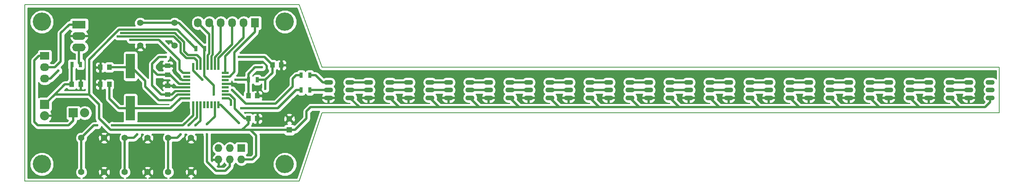
<source format=gtl>
G04 #@! TF.FileFunction,Copper,L1,Top,Signal*
%FSLAX46Y46*%
G04 Gerber Fmt 4.6, Leading zero omitted, Abs format (unit mm)*
G04 Created by KiCad (PCBNEW 0.201509111501+6183~30~ubuntu14.04.1-product) date Sun 13 Sep 2015 08:24:29 PM CDT*
%MOMM*%
G01*
G04 APERTURE LIST*
%ADD10C,0.100000*%
%ADD11C,0.150000*%
%ADD12C,4.064000*%
%ADD13C,1.300000*%
%ADD14R,1.300000X1.300000*%
%ADD15R,1.250000X1.000000*%
%ADD16R,1.000000X1.250000*%
%ADD17R,1.727200X1.727200*%
%ADD18O,1.727200X1.727200*%
%ADD19O,2.000000X1.100000*%
%ADD20R,2.032000X2.032000*%
%ADD21O,2.032000X2.032000*%
%ADD22R,2.032000X1.727200*%
%ADD23O,2.032000X1.727200*%
%ADD24R,1.727200X2.032000*%
%ADD25O,1.727200X2.032000*%
%ADD26R,0.700000X1.300000*%
%ADD27C,1.397000*%
%ADD28R,1.998980X5.499100*%
%ADD29R,1.600000X0.550000*%
%ADD30R,0.550000X1.600000*%
%ADD31R,3.000000X1.727200*%
%ADD32O,3.000000X1.727200*%
%ADD33C,0.600000*%
%ADD34C,0.500000*%
%ADD35C,0.254000*%
G04 APERTURE END LIST*
D10*
D11*
X97155000Y-105410000D02*
X92075000Y-120650000D01*
X97155000Y-95250000D02*
X92075000Y-81280000D01*
X247650000Y-105410000D02*
X97155000Y-105410000D01*
X247650000Y-95250000D02*
X247650000Y-105410000D01*
X97155000Y-95250000D02*
X247650000Y-95250000D01*
X31115000Y-120650000D02*
X31115000Y-81290000D01*
X92075000Y-120650000D02*
X31115000Y-120650000D01*
X31115000Y-81280000D02*
X92075000Y-81280000D01*
D12*
X88900000Y-85090000D03*
X88900000Y-116840000D03*
X34925000Y-116840000D03*
D13*
X89916000Y-106720000D03*
D14*
X89916000Y-109220000D03*
D15*
X62865000Y-96885000D03*
X62865000Y-94885000D03*
X62865000Y-101330000D03*
X62865000Y-99330000D03*
D16*
X80788000Y-106680000D03*
X82788000Y-106680000D03*
X47895000Y-95250000D03*
X49895000Y-95250000D03*
X47895000Y-99060000D03*
X49895000Y-99060000D03*
X86122000Y-94742000D03*
X88122000Y-94742000D03*
X41545000Y-99060000D03*
X43545000Y-99060000D03*
D17*
X79248000Y-113284000D03*
D18*
X79248000Y-115824000D03*
X76708000Y-113284000D03*
X76708000Y-115824000D03*
X74168000Y-113284000D03*
X74168000Y-115824000D03*
D19*
X98565000Y-98630000D03*
X98565000Y-100330000D03*
X98565000Y-102030000D03*
X103365000Y-102030000D03*
X103365000Y-100330000D03*
X103365000Y-98630000D03*
X107455000Y-98630000D03*
X107455000Y-100330000D03*
X107455000Y-102030000D03*
X112255000Y-102030000D03*
X112255000Y-100330000D03*
X112255000Y-98630000D03*
X116345000Y-98630000D03*
X116345000Y-100330000D03*
X116345000Y-102030000D03*
X121145000Y-102030000D03*
X121145000Y-100330000D03*
X121145000Y-98630000D03*
X125235000Y-98630000D03*
X125235000Y-100330000D03*
X125235000Y-102030000D03*
X130035000Y-102030000D03*
X130035000Y-100330000D03*
X130035000Y-98630000D03*
X134125000Y-98630000D03*
X134125000Y-100330000D03*
X134125000Y-102030000D03*
X138925000Y-102030000D03*
X138925000Y-100330000D03*
X138925000Y-98630000D03*
X143015000Y-98630000D03*
X143015000Y-100330000D03*
X143015000Y-102030000D03*
X147815000Y-102030000D03*
X147815000Y-100330000D03*
X147815000Y-98630000D03*
X151905000Y-98630000D03*
X151905000Y-100330000D03*
X151905000Y-102030000D03*
X156705000Y-102030000D03*
X156705000Y-100330000D03*
X156705000Y-98630000D03*
X160795000Y-98630000D03*
X160795000Y-100330000D03*
X160795000Y-102030000D03*
X165595000Y-102030000D03*
X165595000Y-100330000D03*
X165595000Y-98630000D03*
X169685000Y-98630000D03*
X169685000Y-100330000D03*
X169685000Y-102030000D03*
X174485000Y-102030000D03*
X174485000Y-100330000D03*
X174485000Y-98630000D03*
X178575000Y-98630000D03*
X178575000Y-100330000D03*
X178575000Y-102030000D03*
X183375000Y-102030000D03*
X183375000Y-100330000D03*
X183375000Y-98630000D03*
X187465000Y-98630000D03*
X187465000Y-100330000D03*
X187465000Y-102030000D03*
X192265000Y-102030000D03*
X192265000Y-100330000D03*
X192265000Y-98630000D03*
X196355000Y-98630000D03*
X196355000Y-100330000D03*
X196355000Y-102030000D03*
X201155000Y-102030000D03*
X201155000Y-100330000D03*
X201155000Y-98630000D03*
X205245000Y-98630000D03*
X205245000Y-100330000D03*
X205245000Y-102030000D03*
X210045000Y-102030000D03*
X210045000Y-100330000D03*
X210045000Y-98630000D03*
X214135000Y-98630000D03*
X214135000Y-100330000D03*
X214135000Y-102030000D03*
X218935000Y-102030000D03*
X218935000Y-100330000D03*
X218935000Y-98630000D03*
X223025000Y-98630000D03*
X223025000Y-100330000D03*
X223025000Y-102030000D03*
X227825000Y-102030000D03*
X227825000Y-100330000D03*
X227825000Y-98630000D03*
X231915000Y-98630000D03*
X231915000Y-100330000D03*
X231915000Y-102030000D03*
X236715000Y-102030000D03*
X236715000Y-100330000D03*
X236715000Y-98630000D03*
X240805000Y-98630000D03*
X240805000Y-100330000D03*
X240805000Y-102030000D03*
X245605000Y-102030000D03*
X245605000Y-100330000D03*
X245605000Y-98630000D03*
D20*
X35560000Y-103505000D03*
D21*
X35560000Y-106045000D03*
D20*
X41910000Y-105410000D03*
D21*
X44450000Y-105410000D03*
D22*
X35560000Y-92710000D03*
D23*
X35560000Y-95250000D03*
X35560000Y-97790000D03*
D24*
X82296000Y-85344000D03*
D25*
X79756000Y-85344000D03*
X77216000Y-85344000D03*
X74676000Y-85344000D03*
X72136000Y-85344000D03*
X69596000Y-85344000D03*
D26*
X94422000Y-97028000D03*
X92522000Y-97028000D03*
X94422000Y-100330000D03*
X92522000Y-100330000D03*
X69154000Y-91059000D03*
X71054000Y-91059000D03*
X82738000Y-98044000D03*
X80838000Y-98044000D03*
X41595000Y-94615000D03*
X43495000Y-94615000D03*
D27*
X43688000Y-110998000D03*
X48768000Y-110998000D03*
X43688000Y-118618000D03*
X48768000Y-118618000D03*
X53340000Y-110998000D03*
X58420000Y-110998000D03*
X53340000Y-118618000D03*
X58420000Y-118618000D03*
X62992000Y-110998000D03*
X68072000Y-110998000D03*
X62992000Y-118618000D03*
X68072000Y-118618000D03*
X56769000Y-90424000D03*
X56769000Y-85344000D03*
X64389000Y-90424000D03*
X64389000Y-85344000D03*
D28*
X54610000Y-94996000D03*
X54610000Y-104394000D03*
D29*
X67124000Y-96514000D03*
X67124000Y-97314000D03*
X67124000Y-98114000D03*
X67124000Y-98914000D03*
X67124000Y-99714000D03*
X67124000Y-100514000D03*
X67124000Y-101314000D03*
X67124000Y-102114000D03*
D30*
X68574000Y-103564000D03*
X69374000Y-103564000D03*
X70174000Y-103564000D03*
X70974000Y-103564000D03*
X71774000Y-103564000D03*
X72574000Y-103564000D03*
X73374000Y-103564000D03*
X74174000Y-103564000D03*
D29*
X75624000Y-102114000D03*
X75624000Y-101314000D03*
X75624000Y-100514000D03*
X75624000Y-99714000D03*
X75624000Y-98914000D03*
X75624000Y-98114000D03*
X75624000Y-97314000D03*
X75624000Y-96514000D03*
D30*
X74174000Y-95064000D03*
X73374000Y-95064000D03*
X72574000Y-95064000D03*
X71774000Y-95064000D03*
X70974000Y-95064000D03*
X70174000Y-95064000D03*
X69374000Y-95064000D03*
X68574000Y-95064000D03*
D16*
X80788000Y-101600000D03*
X82788000Y-101600000D03*
D31*
X43180000Y-85725000D03*
D32*
X43180000Y-88265000D03*
X43180000Y-90805000D03*
D12*
X34925000Y-85090000D03*
D33*
X88138000Y-97282000D03*
X58420000Y-105918000D03*
X80518000Y-94742000D03*
X48006000Y-101346000D03*
X78740000Y-99568000D03*
X60960000Y-99314000D03*
X60960000Y-94996000D03*
X84836000Y-106680000D03*
X238760000Y-102108000D03*
X229870000Y-102108000D03*
X220980000Y-102108000D03*
X212090000Y-102108000D03*
X203200000Y-102108000D03*
X194310000Y-102108000D03*
X185420000Y-102108000D03*
X176530000Y-102108000D03*
X167640000Y-102108000D03*
X158750000Y-102108000D03*
X149860000Y-102108000D03*
X140970000Y-102108000D03*
X132080000Y-102108000D03*
X123190000Y-102108000D03*
X114300000Y-102108000D03*
X105410000Y-102108000D03*
X96520000Y-102108000D03*
X88646000Y-92710000D03*
X43434000Y-96774000D03*
X84582000Y-100076000D03*
X78740000Y-92964000D03*
X67818000Y-89662000D03*
X62484000Y-92964000D03*
X83820000Y-95250000D03*
X70612000Y-98044000D03*
X77978000Y-98044000D03*
X78740000Y-107696000D03*
X79248000Y-104394000D03*
X76962000Y-103632000D03*
X77216000Y-100330000D03*
X71628000Y-110236000D03*
X71628000Y-107950000D03*
X73152000Y-101346000D03*
X52578000Y-87630000D03*
X51816000Y-88392000D03*
X38608000Y-96012000D03*
X54610000Y-89154000D03*
X47244000Y-108204000D03*
X50546000Y-108204000D03*
X56134000Y-110236000D03*
X67564000Y-108204000D03*
X65786000Y-110236000D03*
X69088000Y-108204000D03*
D34*
X88138000Y-97282000D02*
X88122000Y-97282000D01*
X88122000Y-97282000D02*
X88138000Y-97282000D01*
X88138000Y-97282000D02*
X88122000Y-97282000D01*
X88138000Y-96520000D02*
X88122000Y-96520000D01*
X88122000Y-96520000D02*
X88138000Y-96520000D01*
X88138000Y-96520000D02*
X88122000Y-96520000D01*
X47895000Y-101235000D02*
X47895000Y-99060000D01*
X48006000Y-101346000D02*
X47895000Y-101235000D01*
X75624000Y-98914000D02*
X78086000Y-98914000D01*
X78086000Y-98914000D02*
X78740000Y-99568000D01*
X47895000Y-95250000D02*
X47895000Y-99060000D01*
X60976000Y-99330000D02*
X62865000Y-99330000D01*
X60960000Y-99314000D02*
X60976000Y-99330000D01*
X62865000Y-94885000D02*
X61071000Y-94885000D01*
X61071000Y-94885000D02*
X60960000Y-94996000D01*
X84836000Y-106680000D02*
X82788000Y-106680000D01*
X238838000Y-102030000D02*
X240805000Y-102030000D01*
X238760000Y-102108000D02*
X238838000Y-102030000D01*
X231915000Y-102030000D02*
X229948000Y-102030000D01*
X229948000Y-102030000D02*
X229870000Y-102108000D01*
X221058000Y-102030000D02*
X223025000Y-102030000D01*
X220980000Y-102108000D02*
X221058000Y-102030000D01*
X214135000Y-102030000D02*
X212168000Y-102030000D01*
X212168000Y-102030000D02*
X212090000Y-102108000D01*
X203278000Y-102030000D02*
X205245000Y-102030000D01*
X203200000Y-102108000D02*
X203278000Y-102030000D01*
X196355000Y-102030000D02*
X194388000Y-102030000D01*
X194388000Y-102030000D02*
X194310000Y-102108000D01*
X185498000Y-102030000D02*
X187465000Y-102030000D01*
X185420000Y-102108000D02*
X185498000Y-102030000D01*
X178575000Y-102030000D02*
X176608000Y-102030000D01*
X176608000Y-102030000D02*
X176530000Y-102108000D01*
X167718000Y-102030000D02*
X169685000Y-102030000D01*
X167640000Y-102108000D02*
X167718000Y-102030000D01*
X160795000Y-102030000D02*
X158828000Y-102030000D01*
X158828000Y-102030000D02*
X158750000Y-102108000D01*
X149938000Y-102030000D02*
X151905000Y-102030000D01*
X149860000Y-102108000D02*
X149938000Y-102030000D01*
X143015000Y-102030000D02*
X141048000Y-102030000D01*
X141048000Y-102030000D02*
X140970000Y-102108000D01*
X132158000Y-102030000D02*
X134125000Y-102030000D01*
X132080000Y-102108000D02*
X132158000Y-102030000D01*
X125235000Y-102030000D02*
X123268000Y-102030000D01*
X123268000Y-102030000D02*
X123190000Y-102108000D01*
X114378000Y-102030000D02*
X116345000Y-102030000D01*
X114300000Y-102108000D02*
X114378000Y-102030000D01*
X107455000Y-102030000D02*
X105488000Y-102030000D01*
X105488000Y-102030000D02*
X105410000Y-102108000D01*
X96598000Y-102030000D02*
X98565000Y-102030000D01*
X96520000Y-102108000D02*
X96598000Y-102030000D01*
X88122000Y-94742000D02*
X88122000Y-93234000D01*
X88122000Y-93234000D02*
X88646000Y-92710000D01*
X88120220Y-99060000D02*
X88120220Y-100093780D01*
X86614000Y-101600000D02*
X82788000Y-101600000D01*
X88120220Y-100093780D02*
X86614000Y-101600000D01*
X88122000Y-94742000D02*
X88122000Y-96520000D01*
X88122000Y-96520000D02*
X88122000Y-97282000D01*
X88122000Y-97282000D02*
X88122000Y-99058220D01*
X88122000Y-99058220D02*
X88120220Y-99060000D01*
X43545000Y-99060000D02*
X43545000Y-96885000D01*
X43545000Y-96885000D02*
X43434000Y-96774000D01*
X67124000Y-98114000D02*
X66110000Y-98114000D01*
X63897000Y-94885000D02*
X62865000Y-94885000D01*
X64516000Y-95504000D02*
X63897000Y-94885000D01*
X64516000Y-96520000D02*
X64516000Y-95504000D01*
X66110000Y-98114000D02*
X64516000Y-96520000D01*
X67124000Y-99714000D02*
X64154000Y-99714000D01*
X64154000Y-99714000D02*
X63770000Y-99330000D01*
X63770000Y-99330000D02*
X62865000Y-99330000D01*
X75624000Y-101314000D02*
X76649952Y-101314000D01*
X77737024Y-104407024D02*
X77737024Y-102401072D01*
X78105000Y-104775000D02*
X80010000Y-106680000D01*
X80010000Y-106680000D02*
X80788000Y-106680000D01*
X78105000Y-104775000D02*
X77737024Y-104407024D01*
X76649952Y-101314000D02*
X77737024Y-102401072D01*
X89916000Y-109220000D02*
X91186000Y-109220000D01*
X94647500Y-104107500D02*
X105442500Y-104107500D01*
X93726000Y-105029000D02*
X94647500Y-104107500D01*
X93726000Y-106680000D02*
X93726000Y-105029000D01*
X91186000Y-109220000D02*
X93726000Y-106680000D01*
X81280000Y-109220000D02*
X89916000Y-109220000D01*
X84582000Y-98044000D02*
X84582000Y-100076000D01*
X86122000Y-94742000D02*
X86122000Y-96504000D01*
X84582000Y-98044000D02*
X82738000Y-98044000D01*
X86122000Y-96504000D02*
X84582000Y-98044000D01*
X84344000Y-92964000D02*
X86122000Y-94742000D01*
X78740000Y-92964000D02*
X84344000Y-92964000D01*
X62865000Y-96885000D02*
X60563000Y-96885000D01*
X60563000Y-96885000D02*
X59436000Y-95758000D01*
X62865000Y-101330000D02*
X61452000Y-101330000D01*
X61452000Y-101330000D02*
X59436000Y-99314000D01*
X59436000Y-99314000D02*
X59436000Y-95758000D01*
X59436000Y-95758000D02*
X59436000Y-94488000D01*
X59436000Y-94488000D02*
X60960000Y-92964000D01*
X60960000Y-92964000D02*
X62484000Y-92964000D01*
X67818000Y-89662000D02*
X67787500Y-89692500D01*
X67787500Y-89692500D02*
X67818000Y-89662000D01*
X67818000Y-89662000D02*
X67818000Y-89723000D01*
X50800000Y-88138000D02*
X52070000Y-86868000D01*
X64963000Y-86868000D02*
X67818000Y-89723000D01*
X67818000Y-89723000D02*
X69154000Y-91059000D01*
X52070000Y-86868000D02*
X64963000Y-86868000D01*
X45402500Y-93535500D02*
X45402500Y-101282500D01*
X50800000Y-88138000D02*
X45402500Y-93535500D01*
X62865000Y-96885000D02*
X63357000Y-96885000D01*
X63357000Y-96885000D02*
X65386000Y-98914000D01*
X65386000Y-98914000D02*
X67124000Y-98914000D01*
X62865000Y-101330000D02*
X63770000Y-101330000D01*
X64586000Y-100514000D02*
X67124000Y-100514000D01*
X63770000Y-101330000D02*
X64586000Y-100514000D01*
X82550000Y-114935000D02*
X82550000Y-110490000D01*
X81661000Y-115824000D02*
X82550000Y-114935000D01*
X79248000Y-115824000D02*
X81661000Y-115824000D01*
X82550000Y-110490000D02*
X81280000Y-109220000D01*
X78740000Y-109220000D02*
X79375000Y-109220000D01*
X80788000Y-107807000D02*
X80788000Y-106680000D01*
X79375000Y-109220000D02*
X80788000Y-107807000D01*
X37782500Y-101282500D02*
X45402500Y-101282500D01*
X50165000Y-109220000D02*
X60960000Y-109220000D01*
X47625000Y-106680000D02*
X50165000Y-109220000D01*
X47625000Y-103505000D02*
X47625000Y-106680000D01*
X45402500Y-101282500D02*
X47625000Y-103505000D01*
X60960000Y-109220000D02*
X78740000Y-109220000D01*
X78740000Y-109220000D02*
X81280000Y-109220000D01*
X41545000Y-99060000D02*
X41545000Y-94665000D01*
X41545000Y-94665000D02*
X41595000Y-94615000D01*
X35560000Y-103505000D02*
X37782500Y-101282500D01*
X37782500Y-101282500D02*
X40005000Y-99060000D01*
X40005000Y-99060000D02*
X41545000Y-99060000D01*
X236715000Y-102030000D02*
X236715000Y-102095000D01*
X236715000Y-102095000D02*
X238760000Y-104140000D01*
X227825000Y-102030000D02*
X227825000Y-102095000D01*
X227825000Y-102095000D02*
X229870000Y-104140000D01*
X218935000Y-102030000D02*
X218935000Y-102095000D01*
X218935000Y-102095000D02*
X220980000Y-104140000D01*
X210045000Y-102030000D02*
X210045000Y-102095000D01*
X210045000Y-102095000D02*
X212090000Y-104140000D01*
X201155000Y-102030000D02*
X201155000Y-102095000D01*
X201155000Y-102095000D02*
X203200000Y-104140000D01*
X192265000Y-102030000D02*
X192265000Y-102095000D01*
X192265000Y-102095000D02*
X194310000Y-104140000D01*
X183375000Y-102030000D02*
X183375000Y-102095000D01*
X183375000Y-102095000D02*
X185420000Y-104140000D01*
X174485000Y-102030000D02*
X174485000Y-102095000D01*
X174485000Y-102095000D02*
X176530000Y-104140000D01*
X165595000Y-102030000D02*
X165595000Y-102095000D01*
X165595000Y-102095000D02*
X167640000Y-104140000D01*
X156705000Y-102030000D02*
X156705000Y-102095000D01*
X156705000Y-102095000D02*
X158750000Y-104140000D01*
X147815000Y-102030000D02*
X147815000Y-102095000D01*
X147815000Y-102095000D02*
X149860000Y-104140000D01*
X138925000Y-102030000D02*
X138925000Y-102095000D01*
X138925000Y-102095000D02*
X140970000Y-104140000D01*
X130035000Y-102030000D02*
X130035000Y-102095000D01*
X130035000Y-102095000D02*
X132080000Y-104140000D01*
X121145000Y-102030000D02*
X121145000Y-102095000D01*
X121145000Y-102095000D02*
X123190000Y-104140000D01*
X112255000Y-102030000D02*
X112255000Y-102095000D01*
X112255000Y-102095000D02*
X114300000Y-104140000D01*
X245605000Y-102030000D02*
X245605000Y-103010000D01*
X105475000Y-104140000D02*
X105442500Y-104107500D01*
X114300000Y-104140000D02*
X105475000Y-104140000D01*
X105442500Y-104107500D02*
X103365000Y-102030000D01*
X244475000Y-104140000D02*
X238760000Y-104140000D01*
X238760000Y-104140000D02*
X229870000Y-104140000D01*
X229870000Y-104140000D02*
X220980000Y-104140000D01*
X220980000Y-104140000D02*
X212090000Y-104140000D01*
X212090000Y-104140000D02*
X203200000Y-104140000D01*
X203200000Y-104140000D02*
X194310000Y-104140000D01*
X194310000Y-104140000D02*
X185420000Y-104140000D01*
X185420000Y-104140000D02*
X176530000Y-104140000D01*
X176530000Y-104140000D02*
X167640000Y-104140000D01*
X167640000Y-104140000D02*
X158750000Y-104140000D01*
X158750000Y-104140000D02*
X149860000Y-104140000D01*
X149860000Y-104140000D02*
X140970000Y-104140000D01*
X140970000Y-104140000D02*
X132080000Y-104140000D01*
X132080000Y-104140000D02*
X123190000Y-104140000D01*
X123190000Y-104140000D02*
X114300000Y-104140000D01*
X245605000Y-103010000D02*
X244475000Y-104140000D01*
X49895000Y-95250000D02*
X54356000Y-95250000D01*
X54356000Y-95250000D02*
X54610000Y-94996000D01*
X67124000Y-101314000D02*
X65056000Y-101314000D01*
X57912000Y-98298000D02*
X54610000Y-94996000D01*
X57912000Y-99568000D02*
X57912000Y-98298000D01*
X60960000Y-102616000D02*
X57912000Y-99568000D01*
X63754000Y-102616000D02*
X60960000Y-102616000D01*
X65056000Y-101314000D02*
X63754000Y-102616000D01*
X54610000Y-104394000D02*
X52070000Y-104394000D01*
X49895000Y-102219000D02*
X49895000Y-99060000D01*
X52070000Y-104394000D02*
X49895000Y-102219000D01*
X67124000Y-102114000D02*
X65780000Y-102114000D01*
X63500000Y-104394000D02*
X54610000Y-104394000D01*
X65780000Y-102114000D02*
X63500000Y-104394000D01*
X80838000Y-96708000D02*
X82296000Y-95250000D01*
X82296000Y-95250000D02*
X83820000Y-95250000D01*
X80838000Y-96708000D02*
X80838000Y-98044000D01*
X80838000Y-98044000D02*
X80788000Y-98094000D01*
X80788000Y-98094000D02*
X80788000Y-101600000D01*
X68574000Y-95064000D02*
X68580000Y-95070000D01*
X68580000Y-95070000D02*
X68580000Y-96012000D01*
X68580000Y-96012000D02*
X70612000Y-98044000D01*
X70612000Y-98044000D02*
X70612000Y-98044000D01*
X77978000Y-98044000D02*
X80838000Y-98044000D01*
X74174000Y-103564000D02*
X74608000Y-103564000D01*
X74608000Y-103564000D02*
X78740000Y-107696000D01*
X87122000Y-104394000D02*
X87376000Y-104394000D01*
X79248000Y-104394000D02*
X87122000Y-104394000D01*
X92522000Y-100330000D02*
X91440000Y-100330000D01*
X87376000Y-104394000D02*
X91440000Y-100330000D01*
X75624000Y-102114000D02*
X76460000Y-102114000D01*
X76962000Y-102616000D02*
X76962000Y-103632000D01*
X76460000Y-102114000D02*
X76962000Y-102616000D01*
X75624000Y-102114000D02*
X75698000Y-102114000D01*
X86360000Y-103378000D02*
X86868000Y-103378000D01*
X91440000Y-97028000D02*
X92522000Y-97028000D01*
X90678000Y-97790000D02*
X91440000Y-97028000D01*
X90678000Y-99568000D02*
X90678000Y-97790000D01*
X86868000Y-103378000D02*
X90678000Y-99568000D01*
X80264000Y-103378000D02*
X78994000Y-102108000D01*
X86454496Y-103378000D02*
X86360000Y-103378000D01*
X86360000Y-103378000D02*
X80264000Y-103378000D01*
X77216000Y-100330000D02*
X78994000Y-102108000D01*
X75692000Y-118364000D02*
X76708000Y-117348000D01*
X76708000Y-117348000D02*
X76708000Y-115824000D01*
X73374000Y-103564000D02*
X73374000Y-106204000D01*
X73660000Y-118364000D02*
X75692000Y-118364000D01*
X71628000Y-116332000D02*
X73660000Y-118364000D01*
X71628000Y-110236000D02*
X71628000Y-116332000D01*
X73374000Y-106204000D02*
X71628000Y-107950000D01*
X56769000Y-85344000D02*
X64389000Y-85344000D01*
X64389000Y-85344000D02*
X65339000Y-85344000D01*
X65339000Y-85344000D02*
X71054000Y-91059000D01*
X70974000Y-95064000D02*
X70974000Y-97136000D01*
X73152000Y-99314000D02*
X73152000Y-101346000D01*
X70974000Y-97136000D02*
X73152000Y-99314000D01*
X70974000Y-95064000D02*
X70974000Y-91139000D01*
X70974000Y-91139000D02*
X71054000Y-91059000D01*
X98565000Y-98630000D02*
X97360000Y-98630000D01*
X95758000Y-97028000D02*
X94422000Y-97028000D01*
X97360000Y-98630000D02*
X95758000Y-97028000D01*
X94422000Y-100330000D02*
X98565000Y-100330000D01*
X103365000Y-100330000D02*
X107455000Y-100330000D01*
X103365000Y-98630000D02*
X107455000Y-98630000D01*
X112255000Y-100330000D02*
X116345000Y-100330000D01*
X112255000Y-98630000D02*
X116345000Y-98630000D01*
X121145000Y-100330000D02*
X125235000Y-100330000D01*
X121145000Y-98630000D02*
X125235000Y-98630000D01*
X130035000Y-100330000D02*
X134125000Y-100330000D01*
X130035000Y-98630000D02*
X134125000Y-98630000D01*
X138925000Y-100330000D02*
X143015000Y-100330000D01*
X138925000Y-98630000D02*
X143015000Y-98630000D01*
X147815000Y-100330000D02*
X151905000Y-100330000D01*
X147815000Y-98630000D02*
X151905000Y-98630000D01*
X156705000Y-100330000D02*
X160795000Y-100330000D01*
X156705000Y-98630000D02*
X160795000Y-98630000D01*
X165595000Y-100330000D02*
X169685000Y-100330000D01*
X165595000Y-98630000D02*
X169685000Y-98630000D01*
X174485000Y-100330000D02*
X178575000Y-100330000D01*
X174485000Y-98630000D02*
X178575000Y-98630000D01*
X183375000Y-100330000D02*
X187465000Y-100330000D01*
X183375000Y-98630000D02*
X187465000Y-98630000D01*
X192265000Y-100330000D02*
X196355000Y-100330000D01*
X192265000Y-98630000D02*
X196355000Y-98630000D01*
X201155000Y-100330000D02*
X205245000Y-100330000D01*
X201155000Y-98630000D02*
X205245000Y-98630000D01*
X210045000Y-100330000D02*
X214135000Y-100330000D01*
X210045000Y-98630000D02*
X214135000Y-98630000D01*
X218935000Y-100330000D02*
X223025000Y-100330000D01*
X218935000Y-98630000D02*
X223025000Y-98630000D01*
X227825000Y-100330000D02*
X231915000Y-100330000D01*
X227825000Y-98630000D02*
X231915000Y-98630000D01*
X52578000Y-87630000D02*
X64489952Y-87630000D01*
X65518976Y-88659024D02*
X65518976Y-88632976D01*
X64489952Y-87630000D02*
X65518976Y-88659024D01*
X35560000Y-92710000D02*
X34290000Y-92710000D01*
X41910000Y-107188000D02*
X41910000Y-105410000D01*
X40894000Y-108204000D02*
X41910000Y-107188000D01*
X34036000Y-108204000D02*
X40894000Y-108204000D01*
X33274000Y-107442000D02*
X34036000Y-108204000D01*
X33274000Y-93726000D02*
X33274000Y-107442000D01*
X34290000Y-92710000D02*
X33274000Y-93726000D01*
X70174000Y-95064000D02*
X70174000Y-93288000D01*
X66548000Y-89662000D02*
X65518976Y-88632976D01*
X66548000Y-91694000D02*
X66548000Y-89662000D01*
X67371998Y-92517998D02*
X66548000Y-91694000D01*
X69403998Y-92517998D02*
X67371998Y-92517998D01*
X70174000Y-93288000D02*
X69403998Y-92517998D01*
X65659000Y-89789000D02*
X64262000Y-88392000D01*
X64262000Y-88392000D02*
X51816000Y-88392000D01*
X69374000Y-95064000D02*
X69374000Y-93758000D01*
X65786000Y-89916000D02*
X65659000Y-89789000D01*
X65786000Y-91948000D02*
X65786000Y-89916000D01*
X67056000Y-93218000D02*
X65786000Y-91948000D01*
X68834000Y-93218000D02*
X67056000Y-93218000D01*
X69374000Y-93758000D02*
X68834000Y-93218000D01*
X43180000Y-85725000D02*
X41021000Y-85725000D01*
X37846000Y-95250000D02*
X35560000Y-95250000D01*
X39116000Y-93980000D02*
X37846000Y-95250000D01*
X39116000Y-87630000D02*
X39116000Y-93980000D01*
X41021000Y-85725000D02*
X39116000Y-87630000D01*
X62230000Y-90424000D02*
X60960000Y-89154000D01*
X66288000Y-96514000D02*
X65532000Y-95758000D01*
X65532000Y-95758000D02*
X65532000Y-93726000D01*
X65532000Y-93726000D02*
X62230000Y-90424000D01*
X67124000Y-96514000D02*
X66288000Y-96514000D01*
X36830000Y-97790000D02*
X35560000Y-97790000D01*
X38608000Y-96012000D02*
X36830000Y-97790000D01*
X60960000Y-89154000D02*
X54610000Y-89154000D01*
X79248000Y-90424000D02*
X77724000Y-91948000D01*
X77724000Y-96266000D02*
X76676000Y-97314000D01*
X77724000Y-91948000D02*
X77724000Y-96266000D01*
X75624000Y-97314000D02*
X76676000Y-97314000D01*
X82296000Y-87376000D02*
X82296000Y-85344000D01*
X79248000Y-90424000D02*
X82296000Y-87376000D01*
X79756000Y-85344000D02*
X79756000Y-88619952D01*
X75624000Y-92751952D02*
X75624000Y-96514000D01*
X79756000Y-88619952D02*
X75624000Y-92751952D01*
X74174000Y-95064000D02*
X74168000Y-93218000D01*
X77216000Y-90170000D02*
X77216000Y-85344000D01*
X74168000Y-93218000D02*
X77216000Y-90170000D01*
X73374000Y-95064000D02*
X73374000Y-92996000D01*
X74676000Y-91694000D02*
X74676000Y-85344000D01*
X73374000Y-92996000D02*
X74676000Y-91694000D01*
X72574000Y-95064000D02*
X72574000Y-92780000D01*
X72898000Y-86106000D02*
X72136000Y-85344000D01*
X72898000Y-92456000D02*
X72898000Y-86106000D01*
X72574000Y-92780000D02*
X72898000Y-92456000D01*
X71774000Y-95064000D02*
X71774000Y-92564000D01*
X72136000Y-87884000D02*
X69596000Y-85344000D01*
X72136000Y-92202000D02*
X72136000Y-87884000D01*
X71774000Y-92564000D02*
X72136000Y-92202000D01*
X43180000Y-90805000D02*
X43180000Y-94300000D01*
X43180000Y-94300000D02*
X43495000Y-94615000D01*
X43688000Y-118618000D02*
X43688000Y-110998000D01*
X43688000Y-110998000D02*
X46482000Y-108204000D01*
X46482000Y-108204000D02*
X47244000Y-108204000D01*
X50546000Y-108204000D02*
X64770000Y-108204000D01*
X64770000Y-108204000D02*
X66294000Y-108204000D01*
X66294000Y-108204000D02*
X68574000Y-105924000D01*
X68574000Y-105924000D02*
X68574000Y-103564000D01*
X55372000Y-110998000D02*
X53340000Y-110998000D01*
X56134000Y-110236000D02*
X55372000Y-110998000D01*
X53340000Y-110998000D02*
X53340000Y-118618000D01*
X69374000Y-103564000D02*
X69374000Y-106394000D01*
X69374000Y-106394000D02*
X67564000Y-108204000D01*
X62992000Y-110998000D02*
X62992000Y-118618000D01*
X70174000Y-103564000D02*
X70174000Y-107118000D01*
X65024000Y-110998000D02*
X62992000Y-110998000D01*
X65786000Y-110236000D02*
X65024000Y-110998000D01*
X70174000Y-107118000D02*
X69088000Y-108204000D01*
X236715000Y-100330000D02*
X240805000Y-100330000D01*
X236715000Y-98630000D02*
X240805000Y-98630000D01*
D35*
G36*
X96487747Y-95492638D02*
X96495957Y-95506177D01*
X96499046Y-95521705D01*
X96567504Y-95624160D01*
X96631392Y-95729514D01*
X96644156Y-95738879D01*
X96652954Y-95752046D01*
X96755408Y-95820503D01*
X96854751Y-95893390D01*
X96870131Y-95897158D01*
X96883295Y-95905954D01*
X97004138Y-95929991D01*
X97123821Y-95959315D01*
X97139471Y-95956911D01*
X97155000Y-95960000D01*
X246940000Y-95960000D01*
X246940000Y-97814596D01*
X246924954Y-97792078D01*
X246540512Y-97535203D01*
X246087032Y-97445000D01*
X245122968Y-97445000D01*
X244669488Y-97535203D01*
X244285046Y-97792078D01*
X244028171Y-98176520D01*
X243937968Y-98630000D01*
X244028171Y-99083480D01*
X244285046Y-99467922D01*
X244303122Y-99480000D01*
X244285046Y-99492078D01*
X244028171Y-99876520D01*
X243937968Y-100330000D01*
X244028171Y-100783480D01*
X244285046Y-101167922D01*
X244303122Y-101180000D01*
X244285046Y-101192078D01*
X244028171Y-101576520D01*
X243937968Y-102030000D01*
X244028171Y-102483480D01*
X244285046Y-102867922D01*
X244411203Y-102952217D01*
X244108420Y-103255000D01*
X239126579Y-103255000D01*
X238302320Y-102430740D01*
X238320420Y-102339744D01*
X239211197Y-102339744D01*
X239211602Y-102366146D01*
X239427276Y-102778118D01*
X239784187Y-103076196D01*
X240228000Y-103215000D01*
X240678000Y-103215000D01*
X240678000Y-102157000D01*
X240932000Y-102157000D01*
X240932000Y-103215000D01*
X241382000Y-103215000D01*
X241825813Y-103076196D01*
X242182724Y-102778118D01*
X242398398Y-102366146D01*
X242398803Y-102339744D01*
X242273361Y-102157000D01*
X240932000Y-102157000D01*
X240678000Y-102157000D01*
X239336639Y-102157000D01*
X239211197Y-102339744D01*
X238320420Y-102339744D01*
X238382032Y-102030000D01*
X238291829Y-101576520D01*
X238050270Y-101215000D01*
X239507359Y-101215000D01*
X239427276Y-101281882D01*
X239211602Y-101693854D01*
X239211197Y-101720256D01*
X239336639Y-101903000D01*
X240678000Y-101903000D01*
X240678000Y-101883000D01*
X240932000Y-101883000D01*
X240932000Y-101903000D01*
X242273361Y-101903000D01*
X242398803Y-101720256D01*
X242398398Y-101693854D01*
X242182724Y-101281882D01*
X242081243Y-101197129D01*
X242124954Y-101167922D01*
X242381829Y-100783480D01*
X242472032Y-100330000D01*
X242381829Y-99876520D01*
X242124954Y-99492078D01*
X242106878Y-99480000D01*
X242124954Y-99467922D01*
X242381829Y-99083480D01*
X242472032Y-98630000D01*
X242381829Y-98176520D01*
X242124954Y-97792078D01*
X241740512Y-97535203D01*
X241287032Y-97445000D01*
X240322968Y-97445000D01*
X239869488Y-97535203D01*
X239555503Y-97745000D01*
X237964497Y-97745000D01*
X237650512Y-97535203D01*
X237197032Y-97445000D01*
X236232968Y-97445000D01*
X235779488Y-97535203D01*
X235395046Y-97792078D01*
X235138171Y-98176520D01*
X235047968Y-98630000D01*
X235138171Y-99083480D01*
X235395046Y-99467922D01*
X235413122Y-99480000D01*
X235395046Y-99492078D01*
X235138171Y-99876520D01*
X235047968Y-100330000D01*
X235138171Y-100783480D01*
X235395046Y-101167922D01*
X235413122Y-101180000D01*
X235395046Y-101192078D01*
X235138171Y-101576520D01*
X235047968Y-102030000D01*
X235138171Y-102483480D01*
X235395046Y-102867922D01*
X235779488Y-103124797D01*
X236232968Y-103215000D01*
X236583420Y-103215000D01*
X236623420Y-103255000D01*
X230236579Y-103255000D01*
X229412320Y-102430740D01*
X229430420Y-102339744D01*
X230321197Y-102339744D01*
X230321602Y-102366146D01*
X230537276Y-102778118D01*
X230894187Y-103076196D01*
X231338000Y-103215000D01*
X231788000Y-103215000D01*
X231788000Y-102157000D01*
X232042000Y-102157000D01*
X232042000Y-103215000D01*
X232492000Y-103215000D01*
X232935813Y-103076196D01*
X233292724Y-102778118D01*
X233508398Y-102366146D01*
X233508803Y-102339744D01*
X233383361Y-102157000D01*
X232042000Y-102157000D01*
X231788000Y-102157000D01*
X230446639Y-102157000D01*
X230321197Y-102339744D01*
X229430420Y-102339744D01*
X229492032Y-102030000D01*
X229401829Y-101576520D01*
X229160270Y-101215000D01*
X230617359Y-101215000D01*
X230537276Y-101281882D01*
X230321602Y-101693854D01*
X230321197Y-101720256D01*
X230446639Y-101903000D01*
X231788000Y-101903000D01*
X231788000Y-101883000D01*
X232042000Y-101883000D01*
X232042000Y-101903000D01*
X233383361Y-101903000D01*
X233508803Y-101720256D01*
X233508398Y-101693854D01*
X233292724Y-101281882D01*
X233191243Y-101197129D01*
X233234954Y-101167922D01*
X233491829Y-100783480D01*
X233582032Y-100330000D01*
X233491829Y-99876520D01*
X233234954Y-99492078D01*
X233216878Y-99480000D01*
X233234954Y-99467922D01*
X233491829Y-99083480D01*
X233582032Y-98630000D01*
X233491829Y-98176520D01*
X233234954Y-97792078D01*
X232850512Y-97535203D01*
X232397032Y-97445000D01*
X231432968Y-97445000D01*
X230979488Y-97535203D01*
X230665503Y-97745000D01*
X229074497Y-97745000D01*
X228760512Y-97535203D01*
X228307032Y-97445000D01*
X227342968Y-97445000D01*
X226889488Y-97535203D01*
X226505046Y-97792078D01*
X226248171Y-98176520D01*
X226157968Y-98630000D01*
X226248171Y-99083480D01*
X226505046Y-99467922D01*
X226523122Y-99480000D01*
X226505046Y-99492078D01*
X226248171Y-99876520D01*
X226157968Y-100330000D01*
X226248171Y-100783480D01*
X226505046Y-101167922D01*
X226523122Y-101180000D01*
X226505046Y-101192078D01*
X226248171Y-101576520D01*
X226157968Y-102030000D01*
X226248171Y-102483480D01*
X226505046Y-102867922D01*
X226889488Y-103124797D01*
X227342968Y-103215000D01*
X227693420Y-103215000D01*
X227733420Y-103255000D01*
X221346579Y-103255000D01*
X220522320Y-102430740D01*
X220540420Y-102339744D01*
X221431197Y-102339744D01*
X221431602Y-102366146D01*
X221647276Y-102778118D01*
X222004187Y-103076196D01*
X222448000Y-103215000D01*
X222898000Y-103215000D01*
X222898000Y-102157000D01*
X223152000Y-102157000D01*
X223152000Y-103215000D01*
X223602000Y-103215000D01*
X224045813Y-103076196D01*
X224402724Y-102778118D01*
X224618398Y-102366146D01*
X224618803Y-102339744D01*
X224493361Y-102157000D01*
X223152000Y-102157000D01*
X222898000Y-102157000D01*
X221556639Y-102157000D01*
X221431197Y-102339744D01*
X220540420Y-102339744D01*
X220602032Y-102030000D01*
X220511829Y-101576520D01*
X220270270Y-101215000D01*
X221727359Y-101215000D01*
X221647276Y-101281882D01*
X221431602Y-101693854D01*
X221431197Y-101720256D01*
X221556639Y-101903000D01*
X222898000Y-101903000D01*
X222898000Y-101883000D01*
X223152000Y-101883000D01*
X223152000Y-101903000D01*
X224493361Y-101903000D01*
X224618803Y-101720256D01*
X224618398Y-101693854D01*
X224402724Y-101281882D01*
X224301243Y-101197129D01*
X224344954Y-101167922D01*
X224601829Y-100783480D01*
X224692032Y-100330000D01*
X224601829Y-99876520D01*
X224344954Y-99492078D01*
X224326878Y-99480000D01*
X224344954Y-99467922D01*
X224601829Y-99083480D01*
X224692032Y-98630000D01*
X224601829Y-98176520D01*
X224344954Y-97792078D01*
X223960512Y-97535203D01*
X223507032Y-97445000D01*
X222542968Y-97445000D01*
X222089488Y-97535203D01*
X221775503Y-97745000D01*
X220184497Y-97745000D01*
X219870512Y-97535203D01*
X219417032Y-97445000D01*
X218452968Y-97445000D01*
X217999488Y-97535203D01*
X217615046Y-97792078D01*
X217358171Y-98176520D01*
X217267968Y-98630000D01*
X217358171Y-99083480D01*
X217615046Y-99467922D01*
X217633122Y-99480000D01*
X217615046Y-99492078D01*
X217358171Y-99876520D01*
X217267968Y-100330000D01*
X217358171Y-100783480D01*
X217615046Y-101167922D01*
X217633122Y-101180000D01*
X217615046Y-101192078D01*
X217358171Y-101576520D01*
X217267968Y-102030000D01*
X217358171Y-102483480D01*
X217615046Y-102867922D01*
X217999488Y-103124797D01*
X218452968Y-103215000D01*
X218803420Y-103215000D01*
X218843420Y-103255000D01*
X212456579Y-103255000D01*
X211632320Y-102430740D01*
X211650420Y-102339744D01*
X212541197Y-102339744D01*
X212541602Y-102366146D01*
X212757276Y-102778118D01*
X213114187Y-103076196D01*
X213558000Y-103215000D01*
X214008000Y-103215000D01*
X214008000Y-102157000D01*
X214262000Y-102157000D01*
X214262000Y-103215000D01*
X214712000Y-103215000D01*
X215155813Y-103076196D01*
X215512724Y-102778118D01*
X215728398Y-102366146D01*
X215728803Y-102339744D01*
X215603361Y-102157000D01*
X214262000Y-102157000D01*
X214008000Y-102157000D01*
X212666639Y-102157000D01*
X212541197Y-102339744D01*
X211650420Y-102339744D01*
X211712032Y-102030000D01*
X211621829Y-101576520D01*
X211380270Y-101215000D01*
X212837359Y-101215000D01*
X212757276Y-101281882D01*
X212541602Y-101693854D01*
X212541197Y-101720256D01*
X212666639Y-101903000D01*
X214008000Y-101903000D01*
X214008000Y-101883000D01*
X214262000Y-101883000D01*
X214262000Y-101903000D01*
X215603361Y-101903000D01*
X215728803Y-101720256D01*
X215728398Y-101693854D01*
X215512724Y-101281882D01*
X215411243Y-101197129D01*
X215454954Y-101167922D01*
X215711829Y-100783480D01*
X215802032Y-100330000D01*
X215711829Y-99876520D01*
X215454954Y-99492078D01*
X215436878Y-99480000D01*
X215454954Y-99467922D01*
X215711829Y-99083480D01*
X215802032Y-98630000D01*
X215711829Y-98176520D01*
X215454954Y-97792078D01*
X215070512Y-97535203D01*
X214617032Y-97445000D01*
X213652968Y-97445000D01*
X213199488Y-97535203D01*
X212885503Y-97745000D01*
X211294497Y-97745000D01*
X210980512Y-97535203D01*
X210527032Y-97445000D01*
X209562968Y-97445000D01*
X209109488Y-97535203D01*
X208725046Y-97792078D01*
X208468171Y-98176520D01*
X208377968Y-98630000D01*
X208468171Y-99083480D01*
X208725046Y-99467922D01*
X208743122Y-99480000D01*
X208725046Y-99492078D01*
X208468171Y-99876520D01*
X208377968Y-100330000D01*
X208468171Y-100783480D01*
X208725046Y-101167922D01*
X208743122Y-101180000D01*
X208725046Y-101192078D01*
X208468171Y-101576520D01*
X208377968Y-102030000D01*
X208468171Y-102483480D01*
X208725046Y-102867922D01*
X209109488Y-103124797D01*
X209562968Y-103215000D01*
X209913420Y-103215000D01*
X209953420Y-103255000D01*
X203566579Y-103255000D01*
X202742320Y-102430740D01*
X202760420Y-102339744D01*
X203651197Y-102339744D01*
X203651602Y-102366146D01*
X203867276Y-102778118D01*
X204224187Y-103076196D01*
X204668000Y-103215000D01*
X205118000Y-103215000D01*
X205118000Y-102157000D01*
X205372000Y-102157000D01*
X205372000Y-103215000D01*
X205822000Y-103215000D01*
X206265813Y-103076196D01*
X206622724Y-102778118D01*
X206838398Y-102366146D01*
X206838803Y-102339744D01*
X206713361Y-102157000D01*
X205372000Y-102157000D01*
X205118000Y-102157000D01*
X203776639Y-102157000D01*
X203651197Y-102339744D01*
X202760420Y-102339744D01*
X202822032Y-102030000D01*
X202731829Y-101576520D01*
X202490270Y-101215000D01*
X203947359Y-101215000D01*
X203867276Y-101281882D01*
X203651602Y-101693854D01*
X203651197Y-101720256D01*
X203776639Y-101903000D01*
X205118000Y-101903000D01*
X205118000Y-101883000D01*
X205372000Y-101883000D01*
X205372000Y-101903000D01*
X206713361Y-101903000D01*
X206838803Y-101720256D01*
X206838398Y-101693854D01*
X206622724Y-101281882D01*
X206521243Y-101197129D01*
X206564954Y-101167922D01*
X206821829Y-100783480D01*
X206912032Y-100330000D01*
X206821829Y-99876520D01*
X206564954Y-99492078D01*
X206546878Y-99480000D01*
X206564954Y-99467922D01*
X206821829Y-99083480D01*
X206912032Y-98630000D01*
X206821829Y-98176520D01*
X206564954Y-97792078D01*
X206180512Y-97535203D01*
X205727032Y-97445000D01*
X204762968Y-97445000D01*
X204309488Y-97535203D01*
X203995503Y-97745000D01*
X202404497Y-97745000D01*
X202090512Y-97535203D01*
X201637032Y-97445000D01*
X200672968Y-97445000D01*
X200219488Y-97535203D01*
X199835046Y-97792078D01*
X199578171Y-98176520D01*
X199487968Y-98630000D01*
X199578171Y-99083480D01*
X199835046Y-99467922D01*
X199853122Y-99480000D01*
X199835046Y-99492078D01*
X199578171Y-99876520D01*
X199487968Y-100330000D01*
X199578171Y-100783480D01*
X199835046Y-101167922D01*
X199853122Y-101180000D01*
X199835046Y-101192078D01*
X199578171Y-101576520D01*
X199487968Y-102030000D01*
X199578171Y-102483480D01*
X199835046Y-102867922D01*
X200219488Y-103124797D01*
X200672968Y-103215000D01*
X201023420Y-103215000D01*
X201063420Y-103255000D01*
X194676579Y-103255000D01*
X193852320Y-102430740D01*
X193870420Y-102339744D01*
X194761197Y-102339744D01*
X194761602Y-102366146D01*
X194977276Y-102778118D01*
X195334187Y-103076196D01*
X195778000Y-103215000D01*
X196228000Y-103215000D01*
X196228000Y-102157000D01*
X196482000Y-102157000D01*
X196482000Y-103215000D01*
X196932000Y-103215000D01*
X197375813Y-103076196D01*
X197732724Y-102778118D01*
X197948398Y-102366146D01*
X197948803Y-102339744D01*
X197823361Y-102157000D01*
X196482000Y-102157000D01*
X196228000Y-102157000D01*
X194886639Y-102157000D01*
X194761197Y-102339744D01*
X193870420Y-102339744D01*
X193932032Y-102030000D01*
X193841829Y-101576520D01*
X193600270Y-101215000D01*
X195057359Y-101215000D01*
X194977276Y-101281882D01*
X194761602Y-101693854D01*
X194761197Y-101720256D01*
X194886639Y-101903000D01*
X196228000Y-101903000D01*
X196228000Y-101883000D01*
X196482000Y-101883000D01*
X196482000Y-101903000D01*
X197823361Y-101903000D01*
X197948803Y-101720256D01*
X197948398Y-101693854D01*
X197732724Y-101281882D01*
X197631243Y-101197129D01*
X197674954Y-101167922D01*
X197931829Y-100783480D01*
X198022032Y-100330000D01*
X197931829Y-99876520D01*
X197674954Y-99492078D01*
X197656878Y-99480000D01*
X197674954Y-99467922D01*
X197931829Y-99083480D01*
X198022032Y-98630000D01*
X197931829Y-98176520D01*
X197674954Y-97792078D01*
X197290512Y-97535203D01*
X196837032Y-97445000D01*
X195872968Y-97445000D01*
X195419488Y-97535203D01*
X195105503Y-97745000D01*
X193514497Y-97745000D01*
X193200512Y-97535203D01*
X192747032Y-97445000D01*
X191782968Y-97445000D01*
X191329488Y-97535203D01*
X190945046Y-97792078D01*
X190688171Y-98176520D01*
X190597968Y-98630000D01*
X190688171Y-99083480D01*
X190945046Y-99467922D01*
X190963122Y-99480000D01*
X190945046Y-99492078D01*
X190688171Y-99876520D01*
X190597968Y-100330000D01*
X190688171Y-100783480D01*
X190945046Y-101167922D01*
X190963122Y-101180000D01*
X190945046Y-101192078D01*
X190688171Y-101576520D01*
X190597968Y-102030000D01*
X190688171Y-102483480D01*
X190945046Y-102867922D01*
X191329488Y-103124797D01*
X191782968Y-103215000D01*
X192133420Y-103215000D01*
X192173420Y-103255000D01*
X185786579Y-103255000D01*
X184962320Y-102430740D01*
X184980420Y-102339744D01*
X185871197Y-102339744D01*
X185871602Y-102366146D01*
X186087276Y-102778118D01*
X186444187Y-103076196D01*
X186888000Y-103215000D01*
X187338000Y-103215000D01*
X187338000Y-102157000D01*
X187592000Y-102157000D01*
X187592000Y-103215000D01*
X188042000Y-103215000D01*
X188485813Y-103076196D01*
X188842724Y-102778118D01*
X189058398Y-102366146D01*
X189058803Y-102339744D01*
X188933361Y-102157000D01*
X187592000Y-102157000D01*
X187338000Y-102157000D01*
X185996639Y-102157000D01*
X185871197Y-102339744D01*
X184980420Y-102339744D01*
X185042032Y-102030000D01*
X184951829Y-101576520D01*
X184710270Y-101215000D01*
X186167359Y-101215000D01*
X186087276Y-101281882D01*
X185871602Y-101693854D01*
X185871197Y-101720256D01*
X185996639Y-101903000D01*
X187338000Y-101903000D01*
X187338000Y-101883000D01*
X187592000Y-101883000D01*
X187592000Y-101903000D01*
X188933361Y-101903000D01*
X189058803Y-101720256D01*
X189058398Y-101693854D01*
X188842724Y-101281882D01*
X188741243Y-101197129D01*
X188784954Y-101167922D01*
X189041829Y-100783480D01*
X189132032Y-100330000D01*
X189041829Y-99876520D01*
X188784954Y-99492078D01*
X188766878Y-99480000D01*
X188784954Y-99467922D01*
X189041829Y-99083480D01*
X189132032Y-98630000D01*
X189041829Y-98176520D01*
X188784954Y-97792078D01*
X188400512Y-97535203D01*
X187947032Y-97445000D01*
X186982968Y-97445000D01*
X186529488Y-97535203D01*
X186215503Y-97745000D01*
X184624497Y-97745000D01*
X184310512Y-97535203D01*
X183857032Y-97445000D01*
X182892968Y-97445000D01*
X182439488Y-97535203D01*
X182055046Y-97792078D01*
X181798171Y-98176520D01*
X181707968Y-98630000D01*
X181798171Y-99083480D01*
X182055046Y-99467922D01*
X182073122Y-99480000D01*
X182055046Y-99492078D01*
X181798171Y-99876520D01*
X181707968Y-100330000D01*
X181798171Y-100783480D01*
X182055046Y-101167922D01*
X182073122Y-101180000D01*
X182055046Y-101192078D01*
X181798171Y-101576520D01*
X181707968Y-102030000D01*
X181798171Y-102483480D01*
X182055046Y-102867922D01*
X182439488Y-103124797D01*
X182892968Y-103215000D01*
X183243420Y-103215000D01*
X183283420Y-103255000D01*
X176896579Y-103255000D01*
X176072320Y-102430740D01*
X176090420Y-102339744D01*
X176981197Y-102339744D01*
X176981602Y-102366146D01*
X177197276Y-102778118D01*
X177554187Y-103076196D01*
X177998000Y-103215000D01*
X178448000Y-103215000D01*
X178448000Y-102157000D01*
X178702000Y-102157000D01*
X178702000Y-103215000D01*
X179152000Y-103215000D01*
X179595813Y-103076196D01*
X179952724Y-102778118D01*
X180168398Y-102366146D01*
X180168803Y-102339744D01*
X180043361Y-102157000D01*
X178702000Y-102157000D01*
X178448000Y-102157000D01*
X177106639Y-102157000D01*
X176981197Y-102339744D01*
X176090420Y-102339744D01*
X176152032Y-102030000D01*
X176061829Y-101576520D01*
X175820270Y-101215000D01*
X177277359Y-101215000D01*
X177197276Y-101281882D01*
X176981602Y-101693854D01*
X176981197Y-101720256D01*
X177106639Y-101903000D01*
X178448000Y-101903000D01*
X178448000Y-101883000D01*
X178702000Y-101883000D01*
X178702000Y-101903000D01*
X180043361Y-101903000D01*
X180168803Y-101720256D01*
X180168398Y-101693854D01*
X179952724Y-101281882D01*
X179851243Y-101197129D01*
X179894954Y-101167922D01*
X180151829Y-100783480D01*
X180242032Y-100330000D01*
X180151829Y-99876520D01*
X179894954Y-99492078D01*
X179876878Y-99480000D01*
X179894954Y-99467922D01*
X180151829Y-99083480D01*
X180242032Y-98630000D01*
X180151829Y-98176520D01*
X179894954Y-97792078D01*
X179510512Y-97535203D01*
X179057032Y-97445000D01*
X178092968Y-97445000D01*
X177639488Y-97535203D01*
X177325503Y-97745000D01*
X175734497Y-97745000D01*
X175420512Y-97535203D01*
X174967032Y-97445000D01*
X174002968Y-97445000D01*
X173549488Y-97535203D01*
X173165046Y-97792078D01*
X172908171Y-98176520D01*
X172817968Y-98630000D01*
X172908171Y-99083480D01*
X173165046Y-99467922D01*
X173183122Y-99480000D01*
X173165046Y-99492078D01*
X172908171Y-99876520D01*
X172817968Y-100330000D01*
X172908171Y-100783480D01*
X173165046Y-101167922D01*
X173183122Y-101180000D01*
X173165046Y-101192078D01*
X172908171Y-101576520D01*
X172817968Y-102030000D01*
X172908171Y-102483480D01*
X173165046Y-102867922D01*
X173549488Y-103124797D01*
X174002968Y-103215000D01*
X174353420Y-103215000D01*
X174393420Y-103255000D01*
X168006579Y-103255000D01*
X167182320Y-102430740D01*
X167200420Y-102339744D01*
X168091197Y-102339744D01*
X168091602Y-102366146D01*
X168307276Y-102778118D01*
X168664187Y-103076196D01*
X169108000Y-103215000D01*
X169558000Y-103215000D01*
X169558000Y-102157000D01*
X169812000Y-102157000D01*
X169812000Y-103215000D01*
X170262000Y-103215000D01*
X170705813Y-103076196D01*
X171062724Y-102778118D01*
X171278398Y-102366146D01*
X171278803Y-102339744D01*
X171153361Y-102157000D01*
X169812000Y-102157000D01*
X169558000Y-102157000D01*
X168216639Y-102157000D01*
X168091197Y-102339744D01*
X167200420Y-102339744D01*
X167262032Y-102030000D01*
X167171829Y-101576520D01*
X166930270Y-101215000D01*
X168387359Y-101215000D01*
X168307276Y-101281882D01*
X168091602Y-101693854D01*
X168091197Y-101720256D01*
X168216639Y-101903000D01*
X169558000Y-101903000D01*
X169558000Y-101883000D01*
X169812000Y-101883000D01*
X169812000Y-101903000D01*
X171153361Y-101903000D01*
X171278803Y-101720256D01*
X171278398Y-101693854D01*
X171062724Y-101281882D01*
X170961243Y-101197129D01*
X171004954Y-101167922D01*
X171261829Y-100783480D01*
X171352032Y-100330000D01*
X171261829Y-99876520D01*
X171004954Y-99492078D01*
X170986878Y-99480000D01*
X171004954Y-99467922D01*
X171261829Y-99083480D01*
X171352032Y-98630000D01*
X171261829Y-98176520D01*
X171004954Y-97792078D01*
X170620512Y-97535203D01*
X170167032Y-97445000D01*
X169202968Y-97445000D01*
X168749488Y-97535203D01*
X168435503Y-97745000D01*
X166844497Y-97745000D01*
X166530512Y-97535203D01*
X166077032Y-97445000D01*
X165112968Y-97445000D01*
X164659488Y-97535203D01*
X164275046Y-97792078D01*
X164018171Y-98176520D01*
X163927968Y-98630000D01*
X164018171Y-99083480D01*
X164275046Y-99467922D01*
X164293122Y-99480000D01*
X164275046Y-99492078D01*
X164018171Y-99876520D01*
X163927968Y-100330000D01*
X164018171Y-100783480D01*
X164275046Y-101167922D01*
X164293122Y-101180000D01*
X164275046Y-101192078D01*
X164018171Y-101576520D01*
X163927968Y-102030000D01*
X164018171Y-102483480D01*
X164275046Y-102867922D01*
X164659488Y-103124797D01*
X165112968Y-103215000D01*
X165463420Y-103215000D01*
X165503420Y-103255000D01*
X159116579Y-103255000D01*
X158292320Y-102430740D01*
X158310420Y-102339744D01*
X159201197Y-102339744D01*
X159201602Y-102366146D01*
X159417276Y-102778118D01*
X159774187Y-103076196D01*
X160218000Y-103215000D01*
X160668000Y-103215000D01*
X160668000Y-102157000D01*
X160922000Y-102157000D01*
X160922000Y-103215000D01*
X161372000Y-103215000D01*
X161815813Y-103076196D01*
X162172724Y-102778118D01*
X162388398Y-102366146D01*
X162388803Y-102339744D01*
X162263361Y-102157000D01*
X160922000Y-102157000D01*
X160668000Y-102157000D01*
X159326639Y-102157000D01*
X159201197Y-102339744D01*
X158310420Y-102339744D01*
X158372032Y-102030000D01*
X158281829Y-101576520D01*
X158040270Y-101215000D01*
X159497359Y-101215000D01*
X159417276Y-101281882D01*
X159201602Y-101693854D01*
X159201197Y-101720256D01*
X159326639Y-101903000D01*
X160668000Y-101903000D01*
X160668000Y-101883000D01*
X160922000Y-101883000D01*
X160922000Y-101903000D01*
X162263361Y-101903000D01*
X162388803Y-101720256D01*
X162388398Y-101693854D01*
X162172724Y-101281882D01*
X162071243Y-101197129D01*
X162114954Y-101167922D01*
X162371829Y-100783480D01*
X162462032Y-100330000D01*
X162371829Y-99876520D01*
X162114954Y-99492078D01*
X162096878Y-99480000D01*
X162114954Y-99467922D01*
X162371829Y-99083480D01*
X162462032Y-98630000D01*
X162371829Y-98176520D01*
X162114954Y-97792078D01*
X161730512Y-97535203D01*
X161277032Y-97445000D01*
X160312968Y-97445000D01*
X159859488Y-97535203D01*
X159545503Y-97745000D01*
X157954497Y-97745000D01*
X157640512Y-97535203D01*
X157187032Y-97445000D01*
X156222968Y-97445000D01*
X155769488Y-97535203D01*
X155385046Y-97792078D01*
X155128171Y-98176520D01*
X155037968Y-98630000D01*
X155128171Y-99083480D01*
X155385046Y-99467922D01*
X155403122Y-99480000D01*
X155385046Y-99492078D01*
X155128171Y-99876520D01*
X155037968Y-100330000D01*
X155128171Y-100783480D01*
X155385046Y-101167922D01*
X155403122Y-101180000D01*
X155385046Y-101192078D01*
X155128171Y-101576520D01*
X155037968Y-102030000D01*
X155128171Y-102483480D01*
X155385046Y-102867922D01*
X155769488Y-103124797D01*
X156222968Y-103215000D01*
X156573420Y-103215000D01*
X156613420Y-103255000D01*
X150226579Y-103255000D01*
X149402320Y-102430740D01*
X149420420Y-102339744D01*
X150311197Y-102339744D01*
X150311602Y-102366146D01*
X150527276Y-102778118D01*
X150884187Y-103076196D01*
X151328000Y-103215000D01*
X151778000Y-103215000D01*
X151778000Y-102157000D01*
X152032000Y-102157000D01*
X152032000Y-103215000D01*
X152482000Y-103215000D01*
X152925813Y-103076196D01*
X153282724Y-102778118D01*
X153498398Y-102366146D01*
X153498803Y-102339744D01*
X153373361Y-102157000D01*
X152032000Y-102157000D01*
X151778000Y-102157000D01*
X150436639Y-102157000D01*
X150311197Y-102339744D01*
X149420420Y-102339744D01*
X149482032Y-102030000D01*
X149391829Y-101576520D01*
X149150270Y-101215000D01*
X150607359Y-101215000D01*
X150527276Y-101281882D01*
X150311602Y-101693854D01*
X150311197Y-101720256D01*
X150436639Y-101903000D01*
X151778000Y-101903000D01*
X151778000Y-101883000D01*
X152032000Y-101883000D01*
X152032000Y-101903000D01*
X153373361Y-101903000D01*
X153498803Y-101720256D01*
X153498398Y-101693854D01*
X153282724Y-101281882D01*
X153181243Y-101197129D01*
X153224954Y-101167922D01*
X153481829Y-100783480D01*
X153572032Y-100330000D01*
X153481829Y-99876520D01*
X153224954Y-99492078D01*
X153206878Y-99480000D01*
X153224954Y-99467922D01*
X153481829Y-99083480D01*
X153572032Y-98630000D01*
X153481829Y-98176520D01*
X153224954Y-97792078D01*
X152840512Y-97535203D01*
X152387032Y-97445000D01*
X151422968Y-97445000D01*
X150969488Y-97535203D01*
X150655503Y-97745000D01*
X149064497Y-97745000D01*
X148750512Y-97535203D01*
X148297032Y-97445000D01*
X147332968Y-97445000D01*
X146879488Y-97535203D01*
X146495046Y-97792078D01*
X146238171Y-98176520D01*
X146147968Y-98630000D01*
X146238171Y-99083480D01*
X146495046Y-99467922D01*
X146513122Y-99480000D01*
X146495046Y-99492078D01*
X146238171Y-99876520D01*
X146147968Y-100330000D01*
X146238171Y-100783480D01*
X146495046Y-101167922D01*
X146513122Y-101180000D01*
X146495046Y-101192078D01*
X146238171Y-101576520D01*
X146147968Y-102030000D01*
X146238171Y-102483480D01*
X146495046Y-102867922D01*
X146879488Y-103124797D01*
X147332968Y-103215000D01*
X147683420Y-103215000D01*
X147723420Y-103255000D01*
X141336579Y-103255000D01*
X140512320Y-102430740D01*
X140530420Y-102339744D01*
X141421197Y-102339744D01*
X141421602Y-102366146D01*
X141637276Y-102778118D01*
X141994187Y-103076196D01*
X142438000Y-103215000D01*
X142888000Y-103215000D01*
X142888000Y-102157000D01*
X143142000Y-102157000D01*
X143142000Y-103215000D01*
X143592000Y-103215000D01*
X144035813Y-103076196D01*
X144392724Y-102778118D01*
X144608398Y-102366146D01*
X144608803Y-102339744D01*
X144483361Y-102157000D01*
X143142000Y-102157000D01*
X142888000Y-102157000D01*
X141546639Y-102157000D01*
X141421197Y-102339744D01*
X140530420Y-102339744D01*
X140592032Y-102030000D01*
X140501829Y-101576520D01*
X140260270Y-101215000D01*
X141717359Y-101215000D01*
X141637276Y-101281882D01*
X141421602Y-101693854D01*
X141421197Y-101720256D01*
X141546639Y-101903000D01*
X142888000Y-101903000D01*
X142888000Y-101883000D01*
X143142000Y-101883000D01*
X143142000Y-101903000D01*
X144483361Y-101903000D01*
X144608803Y-101720256D01*
X144608398Y-101693854D01*
X144392724Y-101281882D01*
X144291243Y-101197129D01*
X144334954Y-101167922D01*
X144591829Y-100783480D01*
X144682032Y-100330000D01*
X144591829Y-99876520D01*
X144334954Y-99492078D01*
X144316878Y-99480000D01*
X144334954Y-99467922D01*
X144591829Y-99083480D01*
X144682032Y-98630000D01*
X144591829Y-98176520D01*
X144334954Y-97792078D01*
X143950512Y-97535203D01*
X143497032Y-97445000D01*
X142532968Y-97445000D01*
X142079488Y-97535203D01*
X141765503Y-97745000D01*
X140174497Y-97745000D01*
X139860512Y-97535203D01*
X139407032Y-97445000D01*
X138442968Y-97445000D01*
X137989488Y-97535203D01*
X137605046Y-97792078D01*
X137348171Y-98176520D01*
X137257968Y-98630000D01*
X137348171Y-99083480D01*
X137605046Y-99467922D01*
X137623122Y-99480000D01*
X137605046Y-99492078D01*
X137348171Y-99876520D01*
X137257968Y-100330000D01*
X137348171Y-100783480D01*
X137605046Y-101167922D01*
X137623122Y-101180000D01*
X137605046Y-101192078D01*
X137348171Y-101576520D01*
X137257968Y-102030000D01*
X137348171Y-102483480D01*
X137605046Y-102867922D01*
X137989488Y-103124797D01*
X138442968Y-103215000D01*
X138793420Y-103215000D01*
X138833420Y-103255000D01*
X132446579Y-103255000D01*
X131622320Y-102430740D01*
X131640420Y-102339744D01*
X132531197Y-102339744D01*
X132531602Y-102366146D01*
X132747276Y-102778118D01*
X133104187Y-103076196D01*
X133548000Y-103215000D01*
X133998000Y-103215000D01*
X133998000Y-102157000D01*
X134252000Y-102157000D01*
X134252000Y-103215000D01*
X134702000Y-103215000D01*
X135145813Y-103076196D01*
X135502724Y-102778118D01*
X135718398Y-102366146D01*
X135718803Y-102339744D01*
X135593361Y-102157000D01*
X134252000Y-102157000D01*
X133998000Y-102157000D01*
X132656639Y-102157000D01*
X132531197Y-102339744D01*
X131640420Y-102339744D01*
X131702032Y-102030000D01*
X131611829Y-101576520D01*
X131370270Y-101215000D01*
X132827359Y-101215000D01*
X132747276Y-101281882D01*
X132531602Y-101693854D01*
X132531197Y-101720256D01*
X132656639Y-101903000D01*
X133998000Y-101903000D01*
X133998000Y-101883000D01*
X134252000Y-101883000D01*
X134252000Y-101903000D01*
X135593361Y-101903000D01*
X135718803Y-101720256D01*
X135718398Y-101693854D01*
X135502724Y-101281882D01*
X135401243Y-101197129D01*
X135444954Y-101167922D01*
X135701829Y-100783480D01*
X135792032Y-100330000D01*
X135701829Y-99876520D01*
X135444954Y-99492078D01*
X135426878Y-99480000D01*
X135444954Y-99467922D01*
X135701829Y-99083480D01*
X135792032Y-98630000D01*
X135701829Y-98176520D01*
X135444954Y-97792078D01*
X135060512Y-97535203D01*
X134607032Y-97445000D01*
X133642968Y-97445000D01*
X133189488Y-97535203D01*
X132875503Y-97745000D01*
X131284497Y-97745000D01*
X130970512Y-97535203D01*
X130517032Y-97445000D01*
X129552968Y-97445000D01*
X129099488Y-97535203D01*
X128715046Y-97792078D01*
X128458171Y-98176520D01*
X128367968Y-98630000D01*
X128458171Y-99083480D01*
X128715046Y-99467922D01*
X128733122Y-99480000D01*
X128715046Y-99492078D01*
X128458171Y-99876520D01*
X128367968Y-100330000D01*
X128458171Y-100783480D01*
X128715046Y-101167922D01*
X128733122Y-101180000D01*
X128715046Y-101192078D01*
X128458171Y-101576520D01*
X128367968Y-102030000D01*
X128458171Y-102483480D01*
X128715046Y-102867922D01*
X129099488Y-103124797D01*
X129552968Y-103215000D01*
X129903420Y-103215000D01*
X129943420Y-103255000D01*
X123556579Y-103255000D01*
X122732320Y-102430740D01*
X122750420Y-102339744D01*
X123641197Y-102339744D01*
X123641602Y-102366146D01*
X123857276Y-102778118D01*
X124214187Y-103076196D01*
X124658000Y-103215000D01*
X125108000Y-103215000D01*
X125108000Y-102157000D01*
X125362000Y-102157000D01*
X125362000Y-103215000D01*
X125812000Y-103215000D01*
X126255813Y-103076196D01*
X126612724Y-102778118D01*
X126828398Y-102366146D01*
X126828803Y-102339744D01*
X126703361Y-102157000D01*
X125362000Y-102157000D01*
X125108000Y-102157000D01*
X123766639Y-102157000D01*
X123641197Y-102339744D01*
X122750420Y-102339744D01*
X122812032Y-102030000D01*
X122721829Y-101576520D01*
X122480270Y-101215000D01*
X123937359Y-101215000D01*
X123857276Y-101281882D01*
X123641602Y-101693854D01*
X123641197Y-101720256D01*
X123766639Y-101903000D01*
X125108000Y-101903000D01*
X125108000Y-101883000D01*
X125362000Y-101883000D01*
X125362000Y-101903000D01*
X126703361Y-101903000D01*
X126828803Y-101720256D01*
X126828398Y-101693854D01*
X126612724Y-101281882D01*
X126511243Y-101197129D01*
X126554954Y-101167922D01*
X126811829Y-100783480D01*
X126902032Y-100330000D01*
X126811829Y-99876520D01*
X126554954Y-99492078D01*
X126536878Y-99480000D01*
X126554954Y-99467922D01*
X126811829Y-99083480D01*
X126902032Y-98630000D01*
X126811829Y-98176520D01*
X126554954Y-97792078D01*
X126170512Y-97535203D01*
X125717032Y-97445000D01*
X124752968Y-97445000D01*
X124299488Y-97535203D01*
X123985503Y-97745000D01*
X122394497Y-97745000D01*
X122080512Y-97535203D01*
X121627032Y-97445000D01*
X120662968Y-97445000D01*
X120209488Y-97535203D01*
X119825046Y-97792078D01*
X119568171Y-98176520D01*
X119477968Y-98630000D01*
X119568171Y-99083480D01*
X119825046Y-99467922D01*
X119843122Y-99480000D01*
X119825046Y-99492078D01*
X119568171Y-99876520D01*
X119477968Y-100330000D01*
X119568171Y-100783480D01*
X119825046Y-101167922D01*
X119843122Y-101180000D01*
X119825046Y-101192078D01*
X119568171Y-101576520D01*
X119477968Y-102030000D01*
X119568171Y-102483480D01*
X119825046Y-102867922D01*
X120209488Y-103124797D01*
X120662968Y-103215000D01*
X121013420Y-103215000D01*
X121053420Y-103255000D01*
X114666579Y-103255000D01*
X113842320Y-102430740D01*
X113860420Y-102339744D01*
X114751197Y-102339744D01*
X114751602Y-102366146D01*
X114967276Y-102778118D01*
X115324187Y-103076196D01*
X115768000Y-103215000D01*
X116218000Y-103215000D01*
X116218000Y-102157000D01*
X116472000Y-102157000D01*
X116472000Y-103215000D01*
X116922000Y-103215000D01*
X117365813Y-103076196D01*
X117722724Y-102778118D01*
X117938398Y-102366146D01*
X117938803Y-102339744D01*
X117813361Y-102157000D01*
X116472000Y-102157000D01*
X116218000Y-102157000D01*
X114876639Y-102157000D01*
X114751197Y-102339744D01*
X113860420Y-102339744D01*
X113922032Y-102030000D01*
X113831829Y-101576520D01*
X113590270Y-101215000D01*
X115047359Y-101215000D01*
X114967276Y-101281882D01*
X114751602Y-101693854D01*
X114751197Y-101720256D01*
X114876639Y-101903000D01*
X116218000Y-101903000D01*
X116218000Y-101883000D01*
X116472000Y-101883000D01*
X116472000Y-101903000D01*
X117813361Y-101903000D01*
X117938803Y-101720256D01*
X117938398Y-101693854D01*
X117722724Y-101281882D01*
X117621243Y-101197129D01*
X117664954Y-101167922D01*
X117921829Y-100783480D01*
X118012032Y-100330000D01*
X117921829Y-99876520D01*
X117664954Y-99492078D01*
X117646878Y-99480000D01*
X117664954Y-99467922D01*
X117921829Y-99083480D01*
X118012032Y-98630000D01*
X117921829Y-98176520D01*
X117664954Y-97792078D01*
X117280512Y-97535203D01*
X116827032Y-97445000D01*
X115862968Y-97445000D01*
X115409488Y-97535203D01*
X115095503Y-97745000D01*
X113504497Y-97745000D01*
X113190512Y-97535203D01*
X112737032Y-97445000D01*
X111772968Y-97445000D01*
X111319488Y-97535203D01*
X110935046Y-97792078D01*
X110678171Y-98176520D01*
X110587968Y-98630000D01*
X110678171Y-99083480D01*
X110935046Y-99467922D01*
X110953122Y-99480000D01*
X110935046Y-99492078D01*
X110678171Y-99876520D01*
X110587968Y-100330000D01*
X110678171Y-100783480D01*
X110935046Y-101167922D01*
X110953122Y-101180000D01*
X110935046Y-101192078D01*
X110678171Y-101576520D01*
X110587968Y-102030000D01*
X110678171Y-102483480D01*
X110935046Y-102867922D01*
X111319488Y-103124797D01*
X111772968Y-103215000D01*
X112123420Y-103215000D01*
X112163420Y-103255000D01*
X105841579Y-103255000D01*
X104963104Y-102376524D01*
X104970420Y-102339744D01*
X105861197Y-102339744D01*
X105861602Y-102366146D01*
X106077276Y-102778118D01*
X106434187Y-103076196D01*
X106878000Y-103215000D01*
X107328000Y-103215000D01*
X107328000Y-102157000D01*
X107582000Y-102157000D01*
X107582000Y-103215000D01*
X108032000Y-103215000D01*
X108475813Y-103076196D01*
X108832724Y-102778118D01*
X109048398Y-102366146D01*
X109048803Y-102339744D01*
X108923361Y-102157000D01*
X107582000Y-102157000D01*
X107328000Y-102157000D01*
X105986639Y-102157000D01*
X105861197Y-102339744D01*
X104970420Y-102339744D01*
X105032032Y-102030000D01*
X104941829Y-101576520D01*
X104700270Y-101215000D01*
X106157359Y-101215000D01*
X106077276Y-101281882D01*
X105861602Y-101693854D01*
X105861197Y-101720256D01*
X105986639Y-101903000D01*
X107328000Y-101903000D01*
X107328000Y-101883000D01*
X107582000Y-101883000D01*
X107582000Y-101903000D01*
X108923361Y-101903000D01*
X109048803Y-101720256D01*
X109048398Y-101693854D01*
X108832724Y-101281882D01*
X108731243Y-101197129D01*
X108774954Y-101167922D01*
X109031829Y-100783480D01*
X109122032Y-100330000D01*
X109031829Y-99876520D01*
X108774954Y-99492078D01*
X108756878Y-99480000D01*
X108774954Y-99467922D01*
X109031829Y-99083480D01*
X109122032Y-98630000D01*
X109031829Y-98176520D01*
X108774954Y-97792078D01*
X108390512Y-97535203D01*
X107937032Y-97445000D01*
X106972968Y-97445000D01*
X106519488Y-97535203D01*
X106205503Y-97745000D01*
X104614497Y-97745000D01*
X104300512Y-97535203D01*
X103847032Y-97445000D01*
X102882968Y-97445000D01*
X102429488Y-97535203D01*
X102045046Y-97792078D01*
X101788171Y-98176520D01*
X101697968Y-98630000D01*
X101788171Y-99083480D01*
X102045046Y-99467922D01*
X102063122Y-99480000D01*
X102045046Y-99492078D01*
X101788171Y-99876520D01*
X101697968Y-100330000D01*
X101788171Y-100783480D01*
X102045046Y-101167922D01*
X102063122Y-101180000D01*
X102045046Y-101192078D01*
X101788171Y-101576520D01*
X101697968Y-102030000D01*
X101788171Y-102483480D01*
X102045046Y-102867922D01*
X102429488Y-103124797D01*
X102882968Y-103215000D01*
X103298420Y-103215000D01*
X103305920Y-103222500D01*
X94647505Y-103222500D01*
X94647500Y-103222499D01*
X94365016Y-103278690D01*
X94308825Y-103289867D01*
X94021710Y-103481710D01*
X94021708Y-103481713D01*
X93100210Y-104403210D01*
X92908367Y-104690325D01*
X92908367Y-104690326D01*
X92840999Y-105029000D01*
X92841000Y-105029005D01*
X92841000Y-106313421D01*
X91032350Y-108122071D01*
X91030090Y-108118559D01*
X90817890Y-107973569D01*
X90566000Y-107922560D01*
X90403615Y-107922560D01*
X90579729Y-107849611D01*
X90635410Y-107619016D01*
X89916000Y-106899605D01*
X89196590Y-107619016D01*
X89252271Y-107849611D01*
X89461902Y-107922560D01*
X89266000Y-107922560D01*
X89030683Y-107966838D01*
X88814559Y-108105910D01*
X88669569Y-108318110D01*
X88666149Y-108335000D01*
X81479131Y-108335000D01*
X81605633Y-108145675D01*
X81630864Y-108018833D01*
X81671896Y-107812554D01*
X81739441Y-107769090D01*
X81785969Y-107700994D01*
X81928302Y-107843327D01*
X82161691Y-107940000D01*
X82502250Y-107940000D01*
X82661000Y-107781250D01*
X82661000Y-106807000D01*
X82915000Y-106807000D01*
X82915000Y-107781250D01*
X83073750Y-107940000D01*
X83414309Y-107940000D01*
X83647698Y-107843327D01*
X83826327Y-107664699D01*
X83923000Y-107431310D01*
X83923000Y-106965750D01*
X83764250Y-106807000D01*
X82915000Y-106807000D01*
X82661000Y-106807000D01*
X82641000Y-106807000D01*
X82641000Y-106553000D01*
X82661000Y-106553000D01*
X82661000Y-105578750D01*
X82915000Y-105578750D01*
X82915000Y-106553000D01*
X83764250Y-106553000D01*
X83778172Y-106539078D01*
X88618378Y-106539078D01*
X88647917Y-107049428D01*
X88786389Y-107383729D01*
X89016984Y-107439410D01*
X89736395Y-106720000D01*
X90095605Y-106720000D01*
X90815016Y-107439410D01*
X91045611Y-107383729D01*
X91213622Y-106900922D01*
X91184083Y-106390572D01*
X91045611Y-106056271D01*
X90815016Y-106000590D01*
X90095605Y-106720000D01*
X89736395Y-106720000D01*
X89016984Y-106000590D01*
X88786389Y-106056271D01*
X88618378Y-106539078D01*
X83778172Y-106539078D01*
X83923000Y-106394250D01*
X83923000Y-105928690D01*
X83878387Y-105820984D01*
X89196590Y-105820984D01*
X89916000Y-106540395D01*
X90635410Y-105820984D01*
X90579729Y-105590389D01*
X90096922Y-105422378D01*
X89586572Y-105451917D01*
X89252271Y-105590389D01*
X89196590Y-105820984D01*
X83878387Y-105820984D01*
X83826327Y-105695301D01*
X83647698Y-105516673D01*
X83414309Y-105420000D01*
X83073750Y-105420000D01*
X82915000Y-105578750D01*
X82661000Y-105578750D01*
X82502250Y-105420000D01*
X82161691Y-105420000D01*
X81928302Y-105516673D01*
X81787064Y-105657910D01*
X81752090Y-105603559D01*
X81539890Y-105458569D01*
X81288000Y-105407560D01*
X80288000Y-105407560D01*
X80052683Y-105451838D01*
X80040961Y-105459381D01*
X79860579Y-105279000D01*
X87375995Y-105279000D01*
X87376000Y-105279001D01*
X87658484Y-105222810D01*
X87714675Y-105211633D01*
X88001790Y-105019790D01*
X88001791Y-105019789D01*
X90681835Y-102339744D01*
X96971197Y-102339744D01*
X96971602Y-102366146D01*
X97187276Y-102778118D01*
X97544187Y-103076196D01*
X97988000Y-103215000D01*
X98438000Y-103215000D01*
X98438000Y-102157000D01*
X98692000Y-102157000D01*
X98692000Y-103215000D01*
X99142000Y-103215000D01*
X99585813Y-103076196D01*
X99942724Y-102778118D01*
X100158398Y-102366146D01*
X100158803Y-102339744D01*
X100033361Y-102157000D01*
X98692000Y-102157000D01*
X98438000Y-102157000D01*
X97096639Y-102157000D01*
X96971197Y-102339744D01*
X90681835Y-102339744D01*
X91661798Y-101359781D01*
X91707910Y-101431441D01*
X91920110Y-101576431D01*
X92172000Y-101627440D01*
X92872000Y-101627440D01*
X93107317Y-101583162D01*
X93323441Y-101444090D01*
X93468431Y-101231890D01*
X93471081Y-101218803D01*
X93607910Y-101431441D01*
X93820110Y-101576431D01*
X94072000Y-101627440D01*
X94772000Y-101627440D01*
X95007317Y-101583162D01*
X95223441Y-101444090D01*
X95368431Y-101231890D01*
X95371851Y-101215000D01*
X97267359Y-101215000D01*
X97187276Y-101281882D01*
X96971602Y-101693854D01*
X96971197Y-101720256D01*
X97096639Y-101903000D01*
X98438000Y-101903000D01*
X98438000Y-101883000D01*
X98692000Y-101883000D01*
X98692000Y-101903000D01*
X100033361Y-101903000D01*
X100158803Y-101720256D01*
X100158398Y-101693854D01*
X99942724Y-101281882D01*
X99841243Y-101197129D01*
X99884954Y-101167922D01*
X100141829Y-100783480D01*
X100232032Y-100330000D01*
X100141829Y-99876520D01*
X99884954Y-99492078D01*
X99866878Y-99480000D01*
X99884954Y-99467922D01*
X100141829Y-99083480D01*
X100232032Y-98630000D01*
X100141829Y-98176520D01*
X99884954Y-97792078D01*
X99500512Y-97535203D01*
X99047032Y-97445000D01*
X98082968Y-97445000D01*
X97629488Y-97535203D01*
X97561926Y-97580346D01*
X96383790Y-96402210D01*
X96334574Y-96369325D01*
X96096675Y-96210367D01*
X96038519Y-96198799D01*
X95758000Y-96142999D01*
X95757995Y-96143000D01*
X95375222Y-96143000D01*
X95375162Y-96142683D01*
X95236090Y-95926559D01*
X95023890Y-95781569D01*
X94772000Y-95730560D01*
X94072000Y-95730560D01*
X93836683Y-95774838D01*
X93620559Y-95913910D01*
X93475569Y-96126110D01*
X93472919Y-96139197D01*
X93336090Y-95926559D01*
X93123890Y-95781569D01*
X92872000Y-95730560D01*
X92172000Y-95730560D01*
X91936683Y-95774838D01*
X91720559Y-95913910D01*
X91575569Y-96126110D01*
X91572149Y-96143000D01*
X91440005Y-96143000D01*
X91440000Y-96142999D01*
X91159481Y-96198799D01*
X91101325Y-96210367D01*
X90814210Y-96402210D01*
X90814208Y-96402213D01*
X90052210Y-97164210D01*
X89860367Y-97451325D01*
X89860367Y-97451326D01*
X89792999Y-97790000D01*
X89793000Y-97790005D01*
X89793000Y-99201421D01*
X86501420Y-102493000D01*
X83864310Y-102493000D01*
X83923000Y-102351310D01*
X83923000Y-101885750D01*
X83764250Y-101727000D01*
X82915000Y-101727000D01*
X82915000Y-101747000D01*
X82661000Y-101747000D01*
X82661000Y-101727000D01*
X82641000Y-101727000D01*
X82641000Y-101473000D01*
X82661000Y-101473000D01*
X82661000Y-100498750D01*
X82502250Y-100340000D01*
X82161691Y-100340000D01*
X81928302Y-100436673D01*
X81787064Y-100577910D01*
X81752090Y-100523559D01*
X81673000Y-100469519D01*
X81673000Y-99108975D01*
X81784431Y-98945890D01*
X81787081Y-98932803D01*
X81923910Y-99145441D01*
X82136110Y-99290431D01*
X82388000Y-99341440D01*
X83088000Y-99341440D01*
X83323317Y-99297162D01*
X83539441Y-99158090D01*
X83684431Y-98945890D01*
X83687851Y-98929000D01*
X83697000Y-98929000D01*
X83697000Y-99769178D01*
X83647162Y-99889201D01*
X83646838Y-100261167D01*
X83769811Y-100558785D01*
X83647698Y-100436673D01*
X83414309Y-100340000D01*
X83073750Y-100340000D01*
X82915000Y-100498750D01*
X82915000Y-101473000D01*
X83764250Y-101473000D01*
X83923000Y-101314250D01*
X83923000Y-100848690D01*
X83845550Y-100661709D01*
X84051673Y-100868192D01*
X84395201Y-101010838D01*
X84767167Y-101011162D01*
X85110943Y-100869117D01*
X85374192Y-100606327D01*
X85516838Y-100262799D01*
X85517162Y-99890833D01*
X85467000Y-99769431D01*
X85467000Y-98410580D01*
X86747787Y-97129792D01*
X86747790Y-97129790D01*
X86939633Y-96842675D01*
X86966422Y-96708000D01*
X87007001Y-96504000D01*
X87007000Y-96503995D01*
X87007000Y-95873844D01*
X87073441Y-95831090D01*
X87119969Y-95762994D01*
X87262302Y-95905327D01*
X87495691Y-96002000D01*
X87836250Y-96002000D01*
X87995000Y-95843250D01*
X87995000Y-94869000D01*
X88249000Y-94869000D01*
X88249000Y-95843250D01*
X88407750Y-96002000D01*
X88748309Y-96002000D01*
X88981698Y-95905327D01*
X89160327Y-95726699D01*
X89257000Y-95493310D01*
X89257000Y-95027750D01*
X89098250Y-94869000D01*
X88249000Y-94869000D01*
X87995000Y-94869000D01*
X87975000Y-94869000D01*
X87975000Y-94615000D01*
X87995000Y-94615000D01*
X87995000Y-93640750D01*
X88249000Y-93640750D01*
X88249000Y-94615000D01*
X89098250Y-94615000D01*
X89257000Y-94456250D01*
X89257000Y-93990690D01*
X89160327Y-93757301D01*
X88981698Y-93578673D01*
X88748309Y-93482000D01*
X88407750Y-93482000D01*
X88249000Y-93640750D01*
X87995000Y-93640750D01*
X87836250Y-93482000D01*
X87495691Y-93482000D01*
X87262302Y-93578673D01*
X87121064Y-93719910D01*
X87086090Y-93665559D01*
X86873890Y-93520569D01*
X86622000Y-93469560D01*
X86101139Y-93469560D01*
X84969790Y-92338210D01*
X84892660Y-92286674D01*
X84682675Y-92146367D01*
X84626484Y-92135190D01*
X84344000Y-92078999D01*
X84343995Y-92079000D01*
X79046822Y-92079000D01*
X78926799Y-92029162D01*
X78894446Y-92029134D01*
X79873787Y-91049792D01*
X79873790Y-91049790D01*
X82921787Y-88001792D01*
X82921790Y-88001790D01*
X83113633Y-87714675D01*
X83147319Y-87545325D01*
X83181001Y-87376000D01*
X83181000Y-87375995D01*
X83181000Y-87003413D01*
X83394917Y-86963162D01*
X83611041Y-86824090D01*
X83756031Y-86611890D01*
X83807040Y-86360000D01*
X83807040Y-85618172D01*
X86232538Y-85618172D01*
X86637709Y-86598761D01*
X87387293Y-87349655D01*
X88367173Y-87756536D01*
X89428172Y-87757462D01*
X90408761Y-87352291D01*
X91159655Y-86602707D01*
X91566536Y-85622827D01*
X91567462Y-84561828D01*
X91162291Y-83581239D01*
X90412707Y-82830345D01*
X89432827Y-82423464D01*
X88371828Y-82422538D01*
X87391239Y-82827709D01*
X86640345Y-83577293D01*
X86233464Y-84557173D01*
X86232538Y-85618172D01*
X83807040Y-85618172D01*
X83807040Y-84328000D01*
X83762762Y-84092683D01*
X83623690Y-83876559D01*
X83411490Y-83731569D01*
X83159600Y-83680560D01*
X81432400Y-83680560D01*
X81197083Y-83724838D01*
X80980959Y-83863910D01*
X80835969Y-84076110D01*
X80827600Y-84117439D01*
X80815670Y-84099585D01*
X80329489Y-83774729D01*
X79756000Y-83660655D01*
X79182511Y-83774729D01*
X78696330Y-84099585D01*
X78486000Y-84414366D01*
X78275670Y-84099585D01*
X77789489Y-83774729D01*
X77216000Y-83660655D01*
X76642511Y-83774729D01*
X76156330Y-84099585D01*
X75946000Y-84414366D01*
X75735670Y-84099585D01*
X75249489Y-83774729D01*
X74676000Y-83660655D01*
X74102511Y-83774729D01*
X73616330Y-84099585D01*
X73406000Y-84414366D01*
X73195670Y-84099585D01*
X72709489Y-83774729D01*
X72136000Y-83660655D01*
X71562511Y-83774729D01*
X71076330Y-84099585D01*
X70866000Y-84414366D01*
X70655670Y-84099585D01*
X70169489Y-83774729D01*
X69596000Y-83660655D01*
X69022511Y-83774729D01*
X68536330Y-84099585D01*
X68211474Y-84585766D01*
X68097400Y-85159255D01*
X68097400Y-85528745D01*
X68211474Y-86102234D01*
X68536330Y-86588415D01*
X69022511Y-86913271D01*
X69596000Y-87027345D01*
X69956131Y-86955711D01*
X71251000Y-88250579D01*
X71251000Y-89761560D01*
X71008139Y-89761560D01*
X65964790Y-84718210D01*
X65826911Y-84626083D01*
X65677675Y-84526367D01*
X65621484Y-84515190D01*
X65402328Y-84471596D01*
X65145353Y-84214173D01*
X64655413Y-84010732D01*
X64124914Y-84010269D01*
X63634620Y-84212854D01*
X63388044Y-84459000D01*
X57769754Y-84459000D01*
X57525353Y-84214173D01*
X57035413Y-84010732D01*
X56504914Y-84010269D01*
X56014620Y-84212854D01*
X55639173Y-84587647D01*
X55435732Y-85077587D01*
X55435269Y-85608086D01*
X55590180Y-85983000D01*
X52070005Y-85983000D01*
X52070000Y-85982999D01*
X51731325Y-86050367D01*
X51444210Y-86242210D01*
X51444208Y-86242213D01*
X50174210Y-87512210D01*
X50174208Y-87512213D01*
X44776710Y-92909710D01*
X44584867Y-93196825D01*
X44584867Y-93196826D01*
X44517499Y-93535500D01*
X44517500Y-93535505D01*
X44517500Y-98009474D01*
X44404698Y-97896673D01*
X44171309Y-97800000D01*
X43830750Y-97800000D01*
X43672000Y-97958750D01*
X43672000Y-98933000D01*
X43692000Y-98933000D01*
X43692000Y-99187000D01*
X43672000Y-99187000D01*
X43672000Y-100161250D01*
X43830750Y-100320000D01*
X44171309Y-100320000D01*
X44404698Y-100223327D01*
X44517500Y-100110526D01*
X44517500Y-100397500D01*
X39919079Y-100397500D01*
X40371579Y-99945000D01*
X40457721Y-99945000D01*
X40580910Y-100136441D01*
X40793110Y-100281431D01*
X41045000Y-100332440D01*
X42045000Y-100332440D01*
X42280317Y-100288162D01*
X42496441Y-100149090D01*
X42542969Y-100080994D01*
X42685302Y-100223327D01*
X42918691Y-100320000D01*
X43259250Y-100320000D01*
X43418000Y-100161250D01*
X43418000Y-99187000D01*
X43398000Y-99187000D01*
X43398000Y-98933000D01*
X43418000Y-98933000D01*
X43418000Y-97958750D01*
X43259250Y-97800000D01*
X42918691Y-97800000D01*
X42685302Y-97896673D01*
X42544064Y-98037910D01*
X42509090Y-97983559D01*
X42430000Y-97929519D01*
X42430000Y-95679975D01*
X42541431Y-95516890D01*
X42544081Y-95503803D01*
X42680910Y-95716441D01*
X42893110Y-95861431D01*
X43145000Y-95912440D01*
X43845000Y-95912440D01*
X44080317Y-95868162D01*
X44296441Y-95729090D01*
X44441431Y-95516890D01*
X44492440Y-95265000D01*
X44492440Y-93965000D01*
X44448162Y-93729683D01*
X44309090Y-93513559D01*
X44096890Y-93368569D01*
X44065000Y-93362111D01*
X44065000Y-92262470D01*
X44431716Y-92189526D01*
X44917897Y-91864670D01*
X45242753Y-91378489D01*
X45356827Y-90805000D01*
X45242753Y-90231511D01*
X44917897Y-89745330D01*
X44595880Y-89530165D01*
X44965873Y-89234868D01*
X45249527Y-88721157D01*
X45271358Y-88624026D01*
X45150217Y-88392000D01*
X43307000Y-88392000D01*
X43307000Y-88412000D01*
X43053000Y-88412000D01*
X43053000Y-88392000D01*
X41209783Y-88392000D01*
X41088642Y-88624026D01*
X41110473Y-88721157D01*
X41394127Y-89234868D01*
X41764120Y-89530165D01*
X41442103Y-89745330D01*
X41117247Y-90231511D01*
X41003173Y-90805000D01*
X41117247Y-91378489D01*
X41442103Y-91864670D01*
X41928284Y-92189526D01*
X42295000Y-92262470D01*
X42295000Y-93435605D01*
X42196890Y-93368569D01*
X41945000Y-93317560D01*
X41245000Y-93317560D01*
X41009683Y-93361838D01*
X40793559Y-93500910D01*
X40648569Y-93713110D01*
X40597560Y-93965000D01*
X40597560Y-95265000D01*
X40641838Y-95500317D01*
X40660000Y-95528542D01*
X40660000Y-97928156D01*
X40593559Y-97970910D01*
X40454110Y-98175000D01*
X40005005Y-98175000D01*
X40005000Y-98174999D01*
X39724481Y-98230799D01*
X39666325Y-98242367D01*
X39379210Y-98434210D01*
X39379208Y-98434213D01*
X37156710Y-100656710D01*
X37156708Y-100656713D01*
X35971860Y-101841560D01*
X34544000Y-101841560D01*
X34308683Y-101885838D01*
X34159000Y-101982156D01*
X34159000Y-98615324D01*
X34315585Y-98849670D01*
X34801766Y-99174526D01*
X35375255Y-99288600D01*
X35744745Y-99288600D01*
X36318234Y-99174526D01*
X36804415Y-98849670D01*
X36935093Y-98654096D01*
X37112484Y-98618810D01*
X37168675Y-98607633D01*
X37455790Y-98415790D01*
X39016834Y-96854745D01*
X39136943Y-96805117D01*
X39400192Y-96542327D01*
X39542838Y-96198799D01*
X39543162Y-95826833D01*
X39401117Y-95483057D01*
X39138327Y-95219808D01*
X39130869Y-95216711D01*
X39741787Y-94605792D01*
X39741790Y-94605790D01*
X39933633Y-94318675D01*
X39960223Y-94185000D01*
X40001001Y-93980000D01*
X40001000Y-93979995D01*
X40001000Y-87996580D01*
X41114748Y-86882831D01*
X41215910Y-87040041D01*
X41428110Y-87185031D01*
X41511037Y-87201824D01*
X41394127Y-87295132D01*
X41110473Y-87808843D01*
X41088642Y-87905974D01*
X41209783Y-88138000D01*
X43053000Y-88138000D01*
X43053000Y-88118000D01*
X43307000Y-88118000D01*
X43307000Y-88138000D01*
X45150217Y-88138000D01*
X45271358Y-87905974D01*
X45249527Y-87808843D01*
X44965873Y-87295132D01*
X44851420Y-87203785D01*
X44915317Y-87191762D01*
X45131441Y-87052690D01*
X45276431Y-86840490D01*
X45327440Y-86588600D01*
X45327440Y-84861400D01*
X45283162Y-84626083D01*
X45144090Y-84409959D01*
X44931890Y-84264969D01*
X44680000Y-84213960D01*
X41680000Y-84213960D01*
X41444683Y-84258238D01*
X41228559Y-84397310D01*
X41083569Y-84609510D01*
X41036894Y-84840000D01*
X41021005Y-84840000D01*
X41021000Y-84839999D01*
X40738516Y-84896190D01*
X40682325Y-84907367D01*
X40395210Y-85099210D01*
X40395208Y-85099213D01*
X38490210Y-87004210D01*
X38298367Y-87291325D01*
X38298367Y-87291326D01*
X38230999Y-87630000D01*
X38231000Y-87630005D01*
X38231000Y-93613421D01*
X37479420Y-94365000D01*
X36921126Y-94365000D01*
X36804415Y-94190330D01*
X36790087Y-94180757D01*
X36811317Y-94176762D01*
X37027441Y-94037690D01*
X37172431Y-93825490D01*
X37223440Y-93573600D01*
X37223440Y-91846400D01*
X37179162Y-91611083D01*
X37040090Y-91394959D01*
X36827890Y-91249969D01*
X36576000Y-91198960D01*
X34544000Y-91198960D01*
X34308683Y-91243238D01*
X34092559Y-91382310D01*
X33947569Y-91594510D01*
X33896560Y-91846400D01*
X33896560Y-91928960D01*
X33664210Y-92084210D01*
X33664208Y-92084213D01*
X32648210Y-93100210D01*
X32456367Y-93387325D01*
X32453249Y-93402999D01*
X32388999Y-93726000D01*
X32389000Y-93726005D01*
X32389000Y-107441995D01*
X32388999Y-107442000D01*
X32433298Y-107664699D01*
X32456367Y-107780675D01*
X32585254Y-107973569D01*
X32648210Y-108067790D01*
X33410208Y-108829787D01*
X33410210Y-108829790D01*
X33697325Y-109021633D01*
X33753516Y-109032810D01*
X34036000Y-109089001D01*
X34036005Y-109089000D01*
X40893995Y-109089000D01*
X40894000Y-109089001D01*
X41176484Y-109032810D01*
X41232675Y-109021633D01*
X41519790Y-108829790D01*
X41519791Y-108829789D01*
X42535787Y-107813792D01*
X42535790Y-107813790D01*
X42727633Y-107526675D01*
X42744991Y-107439410D01*
X42795001Y-107188000D01*
X42795000Y-107187995D01*
X42795000Y-107073440D01*
X42926000Y-107073440D01*
X43161317Y-107029162D01*
X43377441Y-106890090D01*
X43479198Y-106741163D01*
X43818190Y-106967670D01*
X44450000Y-107093345D01*
X45081810Y-106967670D01*
X45617433Y-106609778D01*
X45975325Y-106074155D01*
X46101000Y-105442345D01*
X46101000Y-105377655D01*
X45975325Y-104745845D01*
X45617433Y-104210222D01*
X45081810Y-103852330D01*
X44450000Y-103726655D01*
X43818190Y-103852330D01*
X43478208Y-104079499D01*
X43390090Y-103942559D01*
X43177890Y-103797569D01*
X42926000Y-103746560D01*
X40894000Y-103746560D01*
X40658683Y-103790838D01*
X40442559Y-103929910D01*
X40297569Y-104142110D01*
X40246560Y-104394000D01*
X40246560Y-106426000D01*
X40290838Y-106661317D01*
X40429910Y-106877441D01*
X40642110Y-107022431D01*
X40793361Y-107053060D01*
X40527420Y-107319000D01*
X36586970Y-107319000D01*
X36966385Y-106909818D01*
X37165975Y-106427944D01*
X37046836Y-106172000D01*
X35687000Y-106172000D01*
X35687000Y-106192000D01*
X35433000Y-106192000D01*
X35433000Y-106172000D01*
X35413000Y-106172000D01*
X35413000Y-105918000D01*
X35433000Y-105918000D01*
X35433000Y-105898000D01*
X35687000Y-105898000D01*
X35687000Y-105918000D01*
X37046836Y-105918000D01*
X37165975Y-105662056D01*
X36966385Y-105180182D01*
X36875903Y-105082602D01*
X37027441Y-104985090D01*
X37172431Y-104772890D01*
X37223440Y-104521000D01*
X37223440Y-103093140D01*
X38149079Y-102167500D01*
X45035920Y-102167500D01*
X46740000Y-103871579D01*
X46740000Y-106679995D01*
X46739999Y-106680000D01*
X46783682Y-106899605D01*
X46807367Y-107018675D01*
X46906512Y-107167057D01*
X46992761Y-107296138D01*
X46937431Y-107319000D01*
X46482005Y-107319000D01*
X46482000Y-107318999D01*
X46199516Y-107375190D01*
X46143325Y-107386367D01*
X45856210Y-107578210D01*
X45856208Y-107578213D01*
X43769849Y-109664571D01*
X43423914Y-109664269D01*
X42933620Y-109866854D01*
X42558173Y-110241647D01*
X42354732Y-110731587D01*
X42354269Y-111262086D01*
X42556854Y-111752380D01*
X42803000Y-111998956D01*
X42803000Y-117617246D01*
X42558173Y-117861647D01*
X42354732Y-118351587D01*
X42354269Y-118882086D01*
X42556854Y-119372380D01*
X42931647Y-119747827D01*
X43394451Y-119940000D01*
X31825000Y-119940000D01*
X31825000Y-117368172D01*
X32257538Y-117368172D01*
X32662709Y-118348761D01*
X33412293Y-119099655D01*
X34392173Y-119506536D01*
X35453172Y-119507462D01*
X36433761Y-119102291D01*
X37184655Y-118352707D01*
X37591536Y-117372827D01*
X37592462Y-116311828D01*
X37187291Y-115331239D01*
X36437707Y-114580345D01*
X35457827Y-114173464D01*
X34396828Y-114172538D01*
X33416239Y-114577709D01*
X32665345Y-115327293D01*
X32258464Y-116307173D01*
X32257538Y-117368172D01*
X31825000Y-117368172D01*
X31825000Y-85618172D01*
X32257538Y-85618172D01*
X32662709Y-86598761D01*
X33412293Y-87349655D01*
X34392173Y-87756536D01*
X35453172Y-87757462D01*
X36433761Y-87352291D01*
X37184655Y-86602707D01*
X37591536Y-85622827D01*
X37592462Y-84561828D01*
X37187291Y-83581239D01*
X36437707Y-82830345D01*
X35457827Y-82423464D01*
X34396828Y-82422538D01*
X33416239Y-82827709D01*
X32665345Y-83577293D01*
X32258464Y-84557173D01*
X32257538Y-85618172D01*
X31825000Y-85618172D01*
X31825000Y-81990000D01*
X91577697Y-81990000D01*
X96487747Y-95492638D01*
X96487747Y-95492638D01*
G37*
X96487747Y-95492638D02*
X96495957Y-95506177D01*
X96499046Y-95521705D01*
X96567504Y-95624160D01*
X96631392Y-95729514D01*
X96644156Y-95738879D01*
X96652954Y-95752046D01*
X96755408Y-95820503D01*
X96854751Y-95893390D01*
X96870131Y-95897158D01*
X96883295Y-95905954D01*
X97004138Y-95929991D01*
X97123821Y-95959315D01*
X97139471Y-95956911D01*
X97155000Y-95960000D01*
X246940000Y-95960000D01*
X246940000Y-97814596D01*
X246924954Y-97792078D01*
X246540512Y-97535203D01*
X246087032Y-97445000D01*
X245122968Y-97445000D01*
X244669488Y-97535203D01*
X244285046Y-97792078D01*
X244028171Y-98176520D01*
X243937968Y-98630000D01*
X244028171Y-99083480D01*
X244285046Y-99467922D01*
X244303122Y-99480000D01*
X244285046Y-99492078D01*
X244028171Y-99876520D01*
X243937968Y-100330000D01*
X244028171Y-100783480D01*
X244285046Y-101167922D01*
X244303122Y-101180000D01*
X244285046Y-101192078D01*
X244028171Y-101576520D01*
X243937968Y-102030000D01*
X244028171Y-102483480D01*
X244285046Y-102867922D01*
X244411203Y-102952217D01*
X244108420Y-103255000D01*
X239126579Y-103255000D01*
X238302320Y-102430740D01*
X238320420Y-102339744D01*
X239211197Y-102339744D01*
X239211602Y-102366146D01*
X239427276Y-102778118D01*
X239784187Y-103076196D01*
X240228000Y-103215000D01*
X240678000Y-103215000D01*
X240678000Y-102157000D01*
X240932000Y-102157000D01*
X240932000Y-103215000D01*
X241382000Y-103215000D01*
X241825813Y-103076196D01*
X242182724Y-102778118D01*
X242398398Y-102366146D01*
X242398803Y-102339744D01*
X242273361Y-102157000D01*
X240932000Y-102157000D01*
X240678000Y-102157000D01*
X239336639Y-102157000D01*
X239211197Y-102339744D01*
X238320420Y-102339744D01*
X238382032Y-102030000D01*
X238291829Y-101576520D01*
X238050270Y-101215000D01*
X239507359Y-101215000D01*
X239427276Y-101281882D01*
X239211602Y-101693854D01*
X239211197Y-101720256D01*
X239336639Y-101903000D01*
X240678000Y-101903000D01*
X240678000Y-101883000D01*
X240932000Y-101883000D01*
X240932000Y-101903000D01*
X242273361Y-101903000D01*
X242398803Y-101720256D01*
X242398398Y-101693854D01*
X242182724Y-101281882D01*
X242081243Y-101197129D01*
X242124954Y-101167922D01*
X242381829Y-100783480D01*
X242472032Y-100330000D01*
X242381829Y-99876520D01*
X242124954Y-99492078D01*
X242106878Y-99480000D01*
X242124954Y-99467922D01*
X242381829Y-99083480D01*
X242472032Y-98630000D01*
X242381829Y-98176520D01*
X242124954Y-97792078D01*
X241740512Y-97535203D01*
X241287032Y-97445000D01*
X240322968Y-97445000D01*
X239869488Y-97535203D01*
X239555503Y-97745000D01*
X237964497Y-97745000D01*
X237650512Y-97535203D01*
X237197032Y-97445000D01*
X236232968Y-97445000D01*
X235779488Y-97535203D01*
X235395046Y-97792078D01*
X235138171Y-98176520D01*
X235047968Y-98630000D01*
X235138171Y-99083480D01*
X235395046Y-99467922D01*
X235413122Y-99480000D01*
X235395046Y-99492078D01*
X235138171Y-99876520D01*
X235047968Y-100330000D01*
X235138171Y-100783480D01*
X235395046Y-101167922D01*
X235413122Y-101180000D01*
X235395046Y-101192078D01*
X235138171Y-101576520D01*
X235047968Y-102030000D01*
X235138171Y-102483480D01*
X235395046Y-102867922D01*
X235779488Y-103124797D01*
X236232968Y-103215000D01*
X236583420Y-103215000D01*
X236623420Y-103255000D01*
X230236579Y-103255000D01*
X229412320Y-102430740D01*
X229430420Y-102339744D01*
X230321197Y-102339744D01*
X230321602Y-102366146D01*
X230537276Y-102778118D01*
X230894187Y-103076196D01*
X231338000Y-103215000D01*
X231788000Y-103215000D01*
X231788000Y-102157000D01*
X232042000Y-102157000D01*
X232042000Y-103215000D01*
X232492000Y-103215000D01*
X232935813Y-103076196D01*
X233292724Y-102778118D01*
X233508398Y-102366146D01*
X233508803Y-102339744D01*
X233383361Y-102157000D01*
X232042000Y-102157000D01*
X231788000Y-102157000D01*
X230446639Y-102157000D01*
X230321197Y-102339744D01*
X229430420Y-102339744D01*
X229492032Y-102030000D01*
X229401829Y-101576520D01*
X229160270Y-101215000D01*
X230617359Y-101215000D01*
X230537276Y-101281882D01*
X230321602Y-101693854D01*
X230321197Y-101720256D01*
X230446639Y-101903000D01*
X231788000Y-101903000D01*
X231788000Y-101883000D01*
X232042000Y-101883000D01*
X232042000Y-101903000D01*
X233383361Y-101903000D01*
X233508803Y-101720256D01*
X233508398Y-101693854D01*
X233292724Y-101281882D01*
X233191243Y-101197129D01*
X233234954Y-101167922D01*
X233491829Y-100783480D01*
X233582032Y-100330000D01*
X233491829Y-99876520D01*
X233234954Y-99492078D01*
X233216878Y-99480000D01*
X233234954Y-99467922D01*
X233491829Y-99083480D01*
X233582032Y-98630000D01*
X233491829Y-98176520D01*
X233234954Y-97792078D01*
X232850512Y-97535203D01*
X232397032Y-97445000D01*
X231432968Y-97445000D01*
X230979488Y-97535203D01*
X230665503Y-97745000D01*
X229074497Y-97745000D01*
X228760512Y-97535203D01*
X228307032Y-97445000D01*
X227342968Y-97445000D01*
X226889488Y-97535203D01*
X226505046Y-97792078D01*
X226248171Y-98176520D01*
X226157968Y-98630000D01*
X226248171Y-99083480D01*
X226505046Y-99467922D01*
X226523122Y-99480000D01*
X226505046Y-99492078D01*
X226248171Y-99876520D01*
X226157968Y-100330000D01*
X226248171Y-100783480D01*
X226505046Y-101167922D01*
X226523122Y-101180000D01*
X226505046Y-101192078D01*
X226248171Y-101576520D01*
X226157968Y-102030000D01*
X226248171Y-102483480D01*
X226505046Y-102867922D01*
X226889488Y-103124797D01*
X227342968Y-103215000D01*
X227693420Y-103215000D01*
X227733420Y-103255000D01*
X221346579Y-103255000D01*
X220522320Y-102430740D01*
X220540420Y-102339744D01*
X221431197Y-102339744D01*
X221431602Y-102366146D01*
X221647276Y-102778118D01*
X222004187Y-103076196D01*
X222448000Y-103215000D01*
X222898000Y-103215000D01*
X222898000Y-102157000D01*
X223152000Y-102157000D01*
X223152000Y-103215000D01*
X223602000Y-103215000D01*
X224045813Y-103076196D01*
X224402724Y-102778118D01*
X224618398Y-102366146D01*
X224618803Y-102339744D01*
X224493361Y-102157000D01*
X223152000Y-102157000D01*
X222898000Y-102157000D01*
X221556639Y-102157000D01*
X221431197Y-102339744D01*
X220540420Y-102339744D01*
X220602032Y-102030000D01*
X220511829Y-101576520D01*
X220270270Y-101215000D01*
X221727359Y-101215000D01*
X221647276Y-101281882D01*
X221431602Y-101693854D01*
X221431197Y-101720256D01*
X221556639Y-101903000D01*
X222898000Y-101903000D01*
X222898000Y-101883000D01*
X223152000Y-101883000D01*
X223152000Y-101903000D01*
X224493361Y-101903000D01*
X224618803Y-101720256D01*
X224618398Y-101693854D01*
X224402724Y-101281882D01*
X224301243Y-101197129D01*
X224344954Y-101167922D01*
X224601829Y-100783480D01*
X224692032Y-100330000D01*
X224601829Y-99876520D01*
X224344954Y-99492078D01*
X224326878Y-99480000D01*
X224344954Y-99467922D01*
X224601829Y-99083480D01*
X224692032Y-98630000D01*
X224601829Y-98176520D01*
X224344954Y-97792078D01*
X223960512Y-97535203D01*
X223507032Y-97445000D01*
X222542968Y-97445000D01*
X222089488Y-97535203D01*
X221775503Y-97745000D01*
X220184497Y-97745000D01*
X219870512Y-97535203D01*
X219417032Y-97445000D01*
X218452968Y-97445000D01*
X217999488Y-97535203D01*
X217615046Y-97792078D01*
X217358171Y-98176520D01*
X217267968Y-98630000D01*
X217358171Y-99083480D01*
X217615046Y-99467922D01*
X217633122Y-99480000D01*
X217615046Y-99492078D01*
X217358171Y-99876520D01*
X217267968Y-100330000D01*
X217358171Y-100783480D01*
X217615046Y-101167922D01*
X217633122Y-101180000D01*
X217615046Y-101192078D01*
X217358171Y-101576520D01*
X217267968Y-102030000D01*
X217358171Y-102483480D01*
X217615046Y-102867922D01*
X217999488Y-103124797D01*
X218452968Y-103215000D01*
X218803420Y-103215000D01*
X218843420Y-103255000D01*
X212456579Y-103255000D01*
X211632320Y-102430740D01*
X211650420Y-102339744D01*
X212541197Y-102339744D01*
X212541602Y-102366146D01*
X212757276Y-102778118D01*
X213114187Y-103076196D01*
X213558000Y-103215000D01*
X214008000Y-103215000D01*
X214008000Y-102157000D01*
X214262000Y-102157000D01*
X214262000Y-103215000D01*
X214712000Y-103215000D01*
X215155813Y-103076196D01*
X215512724Y-102778118D01*
X215728398Y-102366146D01*
X215728803Y-102339744D01*
X215603361Y-102157000D01*
X214262000Y-102157000D01*
X214008000Y-102157000D01*
X212666639Y-102157000D01*
X212541197Y-102339744D01*
X211650420Y-102339744D01*
X211712032Y-102030000D01*
X211621829Y-101576520D01*
X211380270Y-101215000D01*
X212837359Y-101215000D01*
X212757276Y-101281882D01*
X212541602Y-101693854D01*
X212541197Y-101720256D01*
X212666639Y-101903000D01*
X214008000Y-101903000D01*
X214008000Y-101883000D01*
X214262000Y-101883000D01*
X214262000Y-101903000D01*
X215603361Y-101903000D01*
X215728803Y-101720256D01*
X215728398Y-101693854D01*
X215512724Y-101281882D01*
X215411243Y-101197129D01*
X215454954Y-101167922D01*
X215711829Y-100783480D01*
X215802032Y-100330000D01*
X215711829Y-99876520D01*
X215454954Y-99492078D01*
X215436878Y-99480000D01*
X215454954Y-99467922D01*
X215711829Y-99083480D01*
X215802032Y-98630000D01*
X215711829Y-98176520D01*
X215454954Y-97792078D01*
X215070512Y-97535203D01*
X214617032Y-97445000D01*
X213652968Y-97445000D01*
X213199488Y-97535203D01*
X212885503Y-97745000D01*
X211294497Y-97745000D01*
X210980512Y-97535203D01*
X210527032Y-97445000D01*
X209562968Y-97445000D01*
X209109488Y-97535203D01*
X208725046Y-97792078D01*
X208468171Y-98176520D01*
X208377968Y-98630000D01*
X208468171Y-99083480D01*
X208725046Y-99467922D01*
X208743122Y-99480000D01*
X208725046Y-99492078D01*
X208468171Y-99876520D01*
X208377968Y-100330000D01*
X208468171Y-100783480D01*
X208725046Y-101167922D01*
X208743122Y-101180000D01*
X208725046Y-101192078D01*
X208468171Y-101576520D01*
X208377968Y-102030000D01*
X208468171Y-102483480D01*
X208725046Y-102867922D01*
X209109488Y-103124797D01*
X209562968Y-103215000D01*
X209913420Y-103215000D01*
X209953420Y-103255000D01*
X203566579Y-103255000D01*
X202742320Y-102430740D01*
X202760420Y-102339744D01*
X203651197Y-102339744D01*
X203651602Y-102366146D01*
X203867276Y-102778118D01*
X204224187Y-103076196D01*
X204668000Y-103215000D01*
X205118000Y-103215000D01*
X205118000Y-102157000D01*
X205372000Y-102157000D01*
X205372000Y-103215000D01*
X205822000Y-103215000D01*
X206265813Y-103076196D01*
X206622724Y-102778118D01*
X206838398Y-102366146D01*
X206838803Y-102339744D01*
X206713361Y-102157000D01*
X205372000Y-102157000D01*
X205118000Y-102157000D01*
X203776639Y-102157000D01*
X203651197Y-102339744D01*
X202760420Y-102339744D01*
X202822032Y-102030000D01*
X202731829Y-101576520D01*
X202490270Y-101215000D01*
X203947359Y-101215000D01*
X203867276Y-101281882D01*
X203651602Y-101693854D01*
X203651197Y-101720256D01*
X203776639Y-101903000D01*
X205118000Y-101903000D01*
X205118000Y-101883000D01*
X205372000Y-101883000D01*
X205372000Y-101903000D01*
X206713361Y-101903000D01*
X206838803Y-101720256D01*
X206838398Y-101693854D01*
X206622724Y-101281882D01*
X206521243Y-101197129D01*
X206564954Y-101167922D01*
X206821829Y-100783480D01*
X206912032Y-100330000D01*
X206821829Y-99876520D01*
X206564954Y-99492078D01*
X206546878Y-99480000D01*
X206564954Y-99467922D01*
X206821829Y-99083480D01*
X206912032Y-98630000D01*
X206821829Y-98176520D01*
X206564954Y-97792078D01*
X206180512Y-97535203D01*
X205727032Y-97445000D01*
X204762968Y-97445000D01*
X204309488Y-97535203D01*
X203995503Y-97745000D01*
X202404497Y-97745000D01*
X202090512Y-97535203D01*
X201637032Y-97445000D01*
X200672968Y-97445000D01*
X200219488Y-97535203D01*
X199835046Y-97792078D01*
X199578171Y-98176520D01*
X199487968Y-98630000D01*
X199578171Y-99083480D01*
X199835046Y-99467922D01*
X199853122Y-99480000D01*
X199835046Y-99492078D01*
X199578171Y-99876520D01*
X199487968Y-100330000D01*
X199578171Y-100783480D01*
X199835046Y-101167922D01*
X199853122Y-101180000D01*
X199835046Y-101192078D01*
X199578171Y-101576520D01*
X199487968Y-102030000D01*
X199578171Y-102483480D01*
X199835046Y-102867922D01*
X200219488Y-103124797D01*
X200672968Y-103215000D01*
X201023420Y-103215000D01*
X201063420Y-103255000D01*
X194676579Y-103255000D01*
X193852320Y-102430740D01*
X193870420Y-102339744D01*
X194761197Y-102339744D01*
X194761602Y-102366146D01*
X194977276Y-102778118D01*
X195334187Y-103076196D01*
X195778000Y-103215000D01*
X196228000Y-103215000D01*
X196228000Y-102157000D01*
X196482000Y-102157000D01*
X196482000Y-103215000D01*
X196932000Y-103215000D01*
X197375813Y-103076196D01*
X197732724Y-102778118D01*
X197948398Y-102366146D01*
X197948803Y-102339744D01*
X197823361Y-102157000D01*
X196482000Y-102157000D01*
X196228000Y-102157000D01*
X194886639Y-102157000D01*
X194761197Y-102339744D01*
X193870420Y-102339744D01*
X193932032Y-102030000D01*
X193841829Y-101576520D01*
X193600270Y-101215000D01*
X195057359Y-101215000D01*
X194977276Y-101281882D01*
X194761602Y-101693854D01*
X194761197Y-101720256D01*
X194886639Y-101903000D01*
X196228000Y-101903000D01*
X196228000Y-101883000D01*
X196482000Y-101883000D01*
X196482000Y-101903000D01*
X197823361Y-101903000D01*
X197948803Y-101720256D01*
X197948398Y-101693854D01*
X197732724Y-101281882D01*
X197631243Y-101197129D01*
X197674954Y-101167922D01*
X197931829Y-100783480D01*
X198022032Y-100330000D01*
X197931829Y-99876520D01*
X197674954Y-99492078D01*
X197656878Y-99480000D01*
X197674954Y-99467922D01*
X197931829Y-99083480D01*
X198022032Y-98630000D01*
X197931829Y-98176520D01*
X197674954Y-97792078D01*
X197290512Y-97535203D01*
X196837032Y-97445000D01*
X195872968Y-97445000D01*
X195419488Y-97535203D01*
X195105503Y-97745000D01*
X193514497Y-97745000D01*
X193200512Y-97535203D01*
X192747032Y-97445000D01*
X191782968Y-97445000D01*
X191329488Y-97535203D01*
X190945046Y-97792078D01*
X190688171Y-98176520D01*
X190597968Y-98630000D01*
X190688171Y-99083480D01*
X190945046Y-99467922D01*
X190963122Y-99480000D01*
X190945046Y-99492078D01*
X190688171Y-99876520D01*
X190597968Y-100330000D01*
X190688171Y-100783480D01*
X190945046Y-101167922D01*
X190963122Y-101180000D01*
X190945046Y-101192078D01*
X190688171Y-101576520D01*
X190597968Y-102030000D01*
X190688171Y-102483480D01*
X190945046Y-102867922D01*
X191329488Y-103124797D01*
X191782968Y-103215000D01*
X192133420Y-103215000D01*
X192173420Y-103255000D01*
X185786579Y-103255000D01*
X184962320Y-102430740D01*
X184980420Y-102339744D01*
X185871197Y-102339744D01*
X185871602Y-102366146D01*
X186087276Y-102778118D01*
X186444187Y-103076196D01*
X186888000Y-103215000D01*
X187338000Y-103215000D01*
X187338000Y-102157000D01*
X187592000Y-102157000D01*
X187592000Y-103215000D01*
X188042000Y-103215000D01*
X188485813Y-103076196D01*
X188842724Y-102778118D01*
X189058398Y-102366146D01*
X189058803Y-102339744D01*
X188933361Y-102157000D01*
X187592000Y-102157000D01*
X187338000Y-102157000D01*
X185996639Y-102157000D01*
X185871197Y-102339744D01*
X184980420Y-102339744D01*
X185042032Y-102030000D01*
X184951829Y-101576520D01*
X184710270Y-101215000D01*
X186167359Y-101215000D01*
X186087276Y-101281882D01*
X185871602Y-101693854D01*
X185871197Y-101720256D01*
X185996639Y-101903000D01*
X187338000Y-101903000D01*
X187338000Y-101883000D01*
X187592000Y-101883000D01*
X187592000Y-101903000D01*
X188933361Y-101903000D01*
X189058803Y-101720256D01*
X189058398Y-101693854D01*
X188842724Y-101281882D01*
X188741243Y-101197129D01*
X188784954Y-101167922D01*
X189041829Y-100783480D01*
X189132032Y-100330000D01*
X189041829Y-99876520D01*
X188784954Y-99492078D01*
X188766878Y-99480000D01*
X188784954Y-99467922D01*
X189041829Y-99083480D01*
X189132032Y-98630000D01*
X189041829Y-98176520D01*
X188784954Y-97792078D01*
X188400512Y-97535203D01*
X187947032Y-97445000D01*
X186982968Y-97445000D01*
X186529488Y-97535203D01*
X186215503Y-97745000D01*
X184624497Y-97745000D01*
X184310512Y-97535203D01*
X183857032Y-97445000D01*
X182892968Y-97445000D01*
X182439488Y-97535203D01*
X182055046Y-97792078D01*
X181798171Y-98176520D01*
X181707968Y-98630000D01*
X181798171Y-99083480D01*
X182055046Y-99467922D01*
X182073122Y-99480000D01*
X182055046Y-99492078D01*
X181798171Y-99876520D01*
X181707968Y-100330000D01*
X181798171Y-100783480D01*
X182055046Y-101167922D01*
X182073122Y-101180000D01*
X182055046Y-101192078D01*
X181798171Y-101576520D01*
X181707968Y-102030000D01*
X181798171Y-102483480D01*
X182055046Y-102867922D01*
X182439488Y-103124797D01*
X182892968Y-103215000D01*
X183243420Y-103215000D01*
X183283420Y-103255000D01*
X176896579Y-103255000D01*
X176072320Y-102430740D01*
X176090420Y-102339744D01*
X176981197Y-102339744D01*
X176981602Y-102366146D01*
X177197276Y-102778118D01*
X177554187Y-103076196D01*
X177998000Y-103215000D01*
X178448000Y-103215000D01*
X178448000Y-102157000D01*
X178702000Y-102157000D01*
X178702000Y-103215000D01*
X179152000Y-103215000D01*
X179595813Y-103076196D01*
X179952724Y-102778118D01*
X180168398Y-102366146D01*
X180168803Y-102339744D01*
X180043361Y-102157000D01*
X178702000Y-102157000D01*
X178448000Y-102157000D01*
X177106639Y-102157000D01*
X176981197Y-102339744D01*
X176090420Y-102339744D01*
X176152032Y-102030000D01*
X176061829Y-101576520D01*
X175820270Y-101215000D01*
X177277359Y-101215000D01*
X177197276Y-101281882D01*
X176981602Y-101693854D01*
X176981197Y-101720256D01*
X177106639Y-101903000D01*
X178448000Y-101903000D01*
X178448000Y-101883000D01*
X178702000Y-101883000D01*
X178702000Y-101903000D01*
X180043361Y-101903000D01*
X180168803Y-101720256D01*
X180168398Y-101693854D01*
X179952724Y-101281882D01*
X179851243Y-101197129D01*
X179894954Y-101167922D01*
X180151829Y-100783480D01*
X180242032Y-100330000D01*
X180151829Y-99876520D01*
X179894954Y-99492078D01*
X179876878Y-99480000D01*
X179894954Y-99467922D01*
X180151829Y-99083480D01*
X180242032Y-98630000D01*
X180151829Y-98176520D01*
X179894954Y-97792078D01*
X179510512Y-97535203D01*
X179057032Y-97445000D01*
X178092968Y-97445000D01*
X177639488Y-97535203D01*
X177325503Y-97745000D01*
X175734497Y-97745000D01*
X175420512Y-97535203D01*
X174967032Y-97445000D01*
X174002968Y-97445000D01*
X173549488Y-97535203D01*
X173165046Y-97792078D01*
X172908171Y-98176520D01*
X172817968Y-98630000D01*
X172908171Y-99083480D01*
X173165046Y-99467922D01*
X173183122Y-99480000D01*
X173165046Y-99492078D01*
X172908171Y-99876520D01*
X172817968Y-100330000D01*
X172908171Y-100783480D01*
X173165046Y-101167922D01*
X173183122Y-101180000D01*
X173165046Y-101192078D01*
X172908171Y-101576520D01*
X172817968Y-102030000D01*
X172908171Y-102483480D01*
X173165046Y-102867922D01*
X173549488Y-103124797D01*
X174002968Y-103215000D01*
X174353420Y-103215000D01*
X174393420Y-103255000D01*
X168006579Y-103255000D01*
X167182320Y-102430740D01*
X167200420Y-102339744D01*
X168091197Y-102339744D01*
X168091602Y-102366146D01*
X168307276Y-102778118D01*
X168664187Y-103076196D01*
X169108000Y-103215000D01*
X169558000Y-103215000D01*
X169558000Y-102157000D01*
X169812000Y-102157000D01*
X169812000Y-103215000D01*
X170262000Y-103215000D01*
X170705813Y-103076196D01*
X171062724Y-102778118D01*
X171278398Y-102366146D01*
X171278803Y-102339744D01*
X171153361Y-102157000D01*
X169812000Y-102157000D01*
X169558000Y-102157000D01*
X168216639Y-102157000D01*
X168091197Y-102339744D01*
X167200420Y-102339744D01*
X167262032Y-102030000D01*
X167171829Y-101576520D01*
X166930270Y-101215000D01*
X168387359Y-101215000D01*
X168307276Y-101281882D01*
X168091602Y-101693854D01*
X168091197Y-101720256D01*
X168216639Y-101903000D01*
X169558000Y-101903000D01*
X169558000Y-101883000D01*
X169812000Y-101883000D01*
X169812000Y-101903000D01*
X171153361Y-101903000D01*
X171278803Y-101720256D01*
X171278398Y-101693854D01*
X171062724Y-101281882D01*
X170961243Y-101197129D01*
X171004954Y-101167922D01*
X171261829Y-100783480D01*
X171352032Y-100330000D01*
X171261829Y-99876520D01*
X171004954Y-99492078D01*
X170986878Y-99480000D01*
X171004954Y-99467922D01*
X171261829Y-99083480D01*
X171352032Y-98630000D01*
X171261829Y-98176520D01*
X171004954Y-97792078D01*
X170620512Y-97535203D01*
X170167032Y-97445000D01*
X169202968Y-97445000D01*
X168749488Y-97535203D01*
X168435503Y-97745000D01*
X166844497Y-97745000D01*
X166530512Y-97535203D01*
X166077032Y-97445000D01*
X165112968Y-97445000D01*
X164659488Y-97535203D01*
X164275046Y-97792078D01*
X164018171Y-98176520D01*
X163927968Y-98630000D01*
X164018171Y-99083480D01*
X164275046Y-99467922D01*
X164293122Y-99480000D01*
X164275046Y-99492078D01*
X164018171Y-99876520D01*
X163927968Y-100330000D01*
X164018171Y-100783480D01*
X164275046Y-101167922D01*
X164293122Y-101180000D01*
X164275046Y-101192078D01*
X164018171Y-101576520D01*
X163927968Y-102030000D01*
X164018171Y-102483480D01*
X164275046Y-102867922D01*
X164659488Y-103124797D01*
X165112968Y-103215000D01*
X165463420Y-103215000D01*
X165503420Y-103255000D01*
X159116579Y-103255000D01*
X158292320Y-102430740D01*
X158310420Y-102339744D01*
X159201197Y-102339744D01*
X159201602Y-102366146D01*
X159417276Y-102778118D01*
X159774187Y-103076196D01*
X160218000Y-103215000D01*
X160668000Y-103215000D01*
X160668000Y-102157000D01*
X160922000Y-102157000D01*
X160922000Y-103215000D01*
X161372000Y-103215000D01*
X161815813Y-103076196D01*
X162172724Y-102778118D01*
X162388398Y-102366146D01*
X162388803Y-102339744D01*
X162263361Y-102157000D01*
X160922000Y-102157000D01*
X160668000Y-102157000D01*
X159326639Y-102157000D01*
X159201197Y-102339744D01*
X158310420Y-102339744D01*
X158372032Y-102030000D01*
X158281829Y-101576520D01*
X158040270Y-101215000D01*
X159497359Y-101215000D01*
X159417276Y-101281882D01*
X159201602Y-101693854D01*
X159201197Y-101720256D01*
X159326639Y-101903000D01*
X160668000Y-101903000D01*
X160668000Y-101883000D01*
X160922000Y-101883000D01*
X160922000Y-101903000D01*
X162263361Y-101903000D01*
X162388803Y-101720256D01*
X162388398Y-101693854D01*
X162172724Y-101281882D01*
X162071243Y-101197129D01*
X162114954Y-101167922D01*
X162371829Y-100783480D01*
X162462032Y-100330000D01*
X162371829Y-99876520D01*
X162114954Y-99492078D01*
X162096878Y-99480000D01*
X162114954Y-99467922D01*
X162371829Y-99083480D01*
X162462032Y-98630000D01*
X162371829Y-98176520D01*
X162114954Y-97792078D01*
X161730512Y-97535203D01*
X161277032Y-97445000D01*
X160312968Y-97445000D01*
X159859488Y-97535203D01*
X159545503Y-97745000D01*
X157954497Y-97745000D01*
X157640512Y-97535203D01*
X157187032Y-97445000D01*
X156222968Y-97445000D01*
X155769488Y-97535203D01*
X155385046Y-97792078D01*
X155128171Y-98176520D01*
X155037968Y-98630000D01*
X155128171Y-99083480D01*
X155385046Y-99467922D01*
X155403122Y-99480000D01*
X155385046Y-99492078D01*
X155128171Y-99876520D01*
X155037968Y-100330000D01*
X155128171Y-100783480D01*
X155385046Y-101167922D01*
X155403122Y-101180000D01*
X155385046Y-101192078D01*
X155128171Y-101576520D01*
X155037968Y-102030000D01*
X155128171Y-102483480D01*
X155385046Y-102867922D01*
X155769488Y-103124797D01*
X156222968Y-103215000D01*
X156573420Y-103215000D01*
X156613420Y-103255000D01*
X150226579Y-103255000D01*
X149402320Y-102430740D01*
X149420420Y-102339744D01*
X150311197Y-102339744D01*
X150311602Y-102366146D01*
X150527276Y-102778118D01*
X150884187Y-103076196D01*
X151328000Y-103215000D01*
X151778000Y-103215000D01*
X151778000Y-102157000D01*
X152032000Y-102157000D01*
X152032000Y-103215000D01*
X152482000Y-103215000D01*
X152925813Y-103076196D01*
X153282724Y-102778118D01*
X153498398Y-102366146D01*
X153498803Y-102339744D01*
X153373361Y-102157000D01*
X152032000Y-102157000D01*
X151778000Y-102157000D01*
X150436639Y-102157000D01*
X150311197Y-102339744D01*
X149420420Y-102339744D01*
X149482032Y-102030000D01*
X149391829Y-101576520D01*
X149150270Y-101215000D01*
X150607359Y-101215000D01*
X150527276Y-101281882D01*
X150311602Y-101693854D01*
X150311197Y-101720256D01*
X150436639Y-101903000D01*
X151778000Y-101903000D01*
X151778000Y-101883000D01*
X152032000Y-101883000D01*
X152032000Y-101903000D01*
X153373361Y-101903000D01*
X153498803Y-101720256D01*
X153498398Y-101693854D01*
X153282724Y-101281882D01*
X153181243Y-101197129D01*
X153224954Y-101167922D01*
X153481829Y-100783480D01*
X153572032Y-100330000D01*
X153481829Y-99876520D01*
X153224954Y-99492078D01*
X153206878Y-99480000D01*
X153224954Y-99467922D01*
X153481829Y-99083480D01*
X153572032Y-98630000D01*
X153481829Y-98176520D01*
X153224954Y-97792078D01*
X152840512Y-97535203D01*
X152387032Y-97445000D01*
X151422968Y-97445000D01*
X150969488Y-97535203D01*
X150655503Y-97745000D01*
X149064497Y-97745000D01*
X148750512Y-97535203D01*
X148297032Y-97445000D01*
X147332968Y-97445000D01*
X146879488Y-97535203D01*
X146495046Y-97792078D01*
X146238171Y-98176520D01*
X146147968Y-98630000D01*
X146238171Y-99083480D01*
X146495046Y-99467922D01*
X146513122Y-99480000D01*
X146495046Y-99492078D01*
X146238171Y-99876520D01*
X146147968Y-100330000D01*
X146238171Y-100783480D01*
X146495046Y-101167922D01*
X146513122Y-101180000D01*
X146495046Y-101192078D01*
X146238171Y-101576520D01*
X146147968Y-102030000D01*
X146238171Y-102483480D01*
X146495046Y-102867922D01*
X146879488Y-103124797D01*
X147332968Y-103215000D01*
X147683420Y-103215000D01*
X147723420Y-103255000D01*
X141336579Y-103255000D01*
X140512320Y-102430740D01*
X140530420Y-102339744D01*
X141421197Y-102339744D01*
X141421602Y-102366146D01*
X141637276Y-102778118D01*
X141994187Y-103076196D01*
X142438000Y-103215000D01*
X142888000Y-103215000D01*
X142888000Y-102157000D01*
X143142000Y-102157000D01*
X143142000Y-103215000D01*
X143592000Y-103215000D01*
X144035813Y-103076196D01*
X144392724Y-102778118D01*
X144608398Y-102366146D01*
X144608803Y-102339744D01*
X144483361Y-102157000D01*
X143142000Y-102157000D01*
X142888000Y-102157000D01*
X141546639Y-102157000D01*
X141421197Y-102339744D01*
X140530420Y-102339744D01*
X140592032Y-102030000D01*
X140501829Y-101576520D01*
X140260270Y-101215000D01*
X141717359Y-101215000D01*
X141637276Y-101281882D01*
X141421602Y-101693854D01*
X141421197Y-101720256D01*
X141546639Y-101903000D01*
X142888000Y-101903000D01*
X142888000Y-101883000D01*
X143142000Y-101883000D01*
X143142000Y-101903000D01*
X144483361Y-101903000D01*
X144608803Y-101720256D01*
X144608398Y-101693854D01*
X144392724Y-101281882D01*
X144291243Y-101197129D01*
X144334954Y-101167922D01*
X144591829Y-100783480D01*
X144682032Y-100330000D01*
X144591829Y-99876520D01*
X144334954Y-99492078D01*
X144316878Y-99480000D01*
X144334954Y-99467922D01*
X144591829Y-99083480D01*
X144682032Y-98630000D01*
X144591829Y-98176520D01*
X144334954Y-97792078D01*
X143950512Y-97535203D01*
X143497032Y-97445000D01*
X142532968Y-97445000D01*
X142079488Y-97535203D01*
X141765503Y-97745000D01*
X140174497Y-97745000D01*
X139860512Y-97535203D01*
X139407032Y-97445000D01*
X138442968Y-97445000D01*
X137989488Y-97535203D01*
X137605046Y-97792078D01*
X137348171Y-98176520D01*
X137257968Y-98630000D01*
X137348171Y-99083480D01*
X137605046Y-99467922D01*
X137623122Y-99480000D01*
X137605046Y-99492078D01*
X137348171Y-99876520D01*
X137257968Y-100330000D01*
X137348171Y-100783480D01*
X137605046Y-101167922D01*
X137623122Y-101180000D01*
X137605046Y-101192078D01*
X137348171Y-101576520D01*
X137257968Y-102030000D01*
X137348171Y-102483480D01*
X137605046Y-102867922D01*
X137989488Y-103124797D01*
X138442968Y-103215000D01*
X138793420Y-103215000D01*
X138833420Y-103255000D01*
X132446579Y-103255000D01*
X131622320Y-102430740D01*
X131640420Y-102339744D01*
X132531197Y-102339744D01*
X132531602Y-102366146D01*
X132747276Y-102778118D01*
X133104187Y-103076196D01*
X133548000Y-103215000D01*
X133998000Y-103215000D01*
X133998000Y-102157000D01*
X134252000Y-102157000D01*
X134252000Y-103215000D01*
X134702000Y-103215000D01*
X135145813Y-103076196D01*
X135502724Y-102778118D01*
X135718398Y-102366146D01*
X135718803Y-102339744D01*
X135593361Y-102157000D01*
X134252000Y-102157000D01*
X133998000Y-102157000D01*
X132656639Y-102157000D01*
X132531197Y-102339744D01*
X131640420Y-102339744D01*
X131702032Y-102030000D01*
X131611829Y-101576520D01*
X131370270Y-101215000D01*
X132827359Y-101215000D01*
X132747276Y-101281882D01*
X132531602Y-101693854D01*
X132531197Y-101720256D01*
X132656639Y-101903000D01*
X133998000Y-101903000D01*
X133998000Y-101883000D01*
X134252000Y-101883000D01*
X134252000Y-101903000D01*
X135593361Y-101903000D01*
X135718803Y-101720256D01*
X135718398Y-101693854D01*
X135502724Y-101281882D01*
X135401243Y-101197129D01*
X135444954Y-101167922D01*
X135701829Y-100783480D01*
X135792032Y-100330000D01*
X135701829Y-99876520D01*
X135444954Y-99492078D01*
X135426878Y-99480000D01*
X135444954Y-99467922D01*
X135701829Y-99083480D01*
X135792032Y-98630000D01*
X135701829Y-98176520D01*
X135444954Y-97792078D01*
X135060512Y-97535203D01*
X134607032Y-97445000D01*
X133642968Y-97445000D01*
X133189488Y-97535203D01*
X132875503Y-97745000D01*
X131284497Y-97745000D01*
X130970512Y-97535203D01*
X130517032Y-97445000D01*
X129552968Y-97445000D01*
X129099488Y-97535203D01*
X128715046Y-97792078D01*
X128458171Y-98176520D01*
X128367968Y-98630000D01*
X128458171Y-99083480D01*
X128715046Y-99467922D01*
X128733122Y-99480000D01*
X128715046Y-99492078D01*
X128458171Y-99876520D01*
X128367968Y-100330000D01*
X128458171Y-100783480D01*
X128715046Y-101167922D01*
X128733122Y-101180000D01*
X128715046Y-101192078D01*
X128458171Y-101576520D01*
X128367968Y-102030000D01*
X128458171Y-102483480D01*
X128715046Y-102867922D01*
X129099488Y-103124797D01*
X129552968Y-103215000D01*
X129903420Y-103215000D01*
X129943420Y-103255000D01*
X123556579Y-103255000D01*
X122732320Y-102430740D01*
X122750420Y-102339744D01*
X123641197Y-102339744D01*
X123641602Y-102366146D01*
X123857276Y-102778118D01*
X124214187Y-103076196D01*
X124658000Y-103215000D01*
X125108000Y-103215000D01*
X125108000Y-102157000D01*
X125362000Y-102157000D01*
X125362000Y-103215000D01*
X125812000Y-103215000D01*
X126255813Y-103076196D01*
X126612724Y-102778118D01*
X126828398Y-102366146D01*
X126828803Y-102339744D01*
X126703361Y-102157000D01*
X125362000Y-102157000D01*
X125108000Y-102157000D01*
X123766639Y-102157000D01*
X123641197Y-102339744D01*
X122750420Y-102339744D01*
X122812032Y-102030000D01*
X122721829Y-101576520D01*
X122480270Y-101215000D01*
X123937359Y-101215000D01*
X123857276Y-101281882D01*
X123641602Y-101693854D01*
X123641197Y-101720256D01*
X123766639Y-101903000D01*
X125108000Y-101903000D01*
X125108000Y-101883000D01*
X125362000Y-101883000D01*
X125362000Y-101903000D01*
X126703361Y-101903000D01*
X126828803Y-101720256D01*
X126828398Y-101693854D01*
X126612724Y-101281882D01*
X126511243Y-101197129D01*
X126554954Y-101167922D01*
X126811829Y-100783480D01*
X126902032Y-100330000D01*
X126811829Y-99876520D01*
X126554954Y-99492078D01*
X126536878Y-99480000D01*
X126554954Y-99467922D01*
X126811829Y-99083480D01*
X126902032Y-98630000D01*
X126811829Y-98176520D01*
X126554954Y-97792078D01*
X126170512Y-97535203D01*
X125717032Y-97445000D01*
X124752968Y-97445000D01*
X124299488Y-97535203D01*
X123985503Y-97745000D01*
X122394497Y-97745000D01*
X122080512Y-97535203D01*
X121627032Y-97445000D01*
X120662968Y-97445000D01*
X120209488Y-97535203D01*
X119825046Y-97792078D01*
X119568171Y-98176520D01*
X119477968Y-98630000D01*
X119568171Y-99083480D01*
X119825046Y-99467922D01*
X119843122Y-99480000D01*
X119825046Y-99492078D01*
X119568171Y-99876520D01*
X119477968Y-100330000D01*
X119568171Y-100783480D01*
X119825046Y-101167922D01*
X119843122Y-101180000D01*
X119825046Y-101192078D01*
X119568171Y-101576520D01*
X119477968Y-102030000D01*
X119568171Y-102483480D01*
X119825046Y-102867922D01*
X120209488Y-103124797D01*
X120662968Y-103215000D01*
X121013420Y-103215000D01*
X121053420Y-103255000D01*
X114666579Y-103255000D01*
X113842320Y-102430740D01*
X113860420Y-102339744D01*
X114751197Y-102339744D01*
X114751602Y-102366146D01*
X114967276Y-102778118D01*
X115324187Y-103076196D01*
X115768000Y-103215000D01*
X116218000Y-103215000D01*
X116218000Y-102157000D01*
X116472000Y-102157000D01*
X116472000Y-103215000D01*
X116922000Y-103215000D01*
X117365813Y-103076196D01*
X117722724Y-102778118D01*
X117938398Y-102366146D01*
X117938803Y-102339744D01*
X117813361Y-102157000D01*
X116472000Y-102157000D01*
X116218000Y-102157000D01*
X114876639Y-102157000D01*
X114751197Y-102339744D01*
X113860420Y-102339744D01*
X113922032Y-102030000D01*
X113831829Y-101576520D01*
X113590270Y-101215000D01*
X115047359Y-101215000D01*
X114967276Y-101281882D01*
X114751602Y-101693854D01*
X114751197Y-101720256D01*
X114876639Y-101903000D01*
X116218000Y-101903000D01*
X116218000Y-101883000D01*
X116472000Y-101883000D01*
X116472000Y-101903000D01*
X117813361Y-101903000D01*
X117938803Y-101720256D01*
X117938398Y-101693854D01*
X117722724Y-101281882D01*
X117621243Y-101197129D01*
X117664954Y-101167922D01*
X117921829Y-100783480D01*
X118012032Y-100330000D01*
X117921829Y-99876520D01*
X117664954Y-99492078D01*
X117646878Y-99480000D01*
X117664954Y-99467922D01*
X117921829Y-99083480D01*
X118012032Y-98630000D01*
X117921829Y-98176520D01*
X117664954Y-97792078D01*
X117280512Y-97535203D01*
X116827032Y-97445000D01*
X115862968Y-97445000D01*
X115409488Y-97535203D01*
X115095503Y-97745000D01*
X113504497Y-97745000D01*
X113190512Y-97535203D01*
X112737032Y-97445000D01*
X111772968Y-97445000D01*
X111319488Y-97535203D01*
X110935046Y-97792078D01*
X110678171Y-98176520D01*
X110587968Y-98630000D01*
X110678171Y-99083480D01*
X110935046Y-99467922D01*
X110953122Y-99480000D01*
X110935046Y-99492078D01*
X110678171Y-99876520D01*
X110587968Y-100330000D01*
X110678171Y-100783480D01*
X110935046Y-101167922D01*
X110953122Y-101180000D01*
X110935046Y-101192078D01*
X110678171Y-101576520D01*
X110587968Y-102030000D01*
X110678171Y-102483480D01*
X110935046Y-102867922D01*
X111319488Y-103124797D01*
X111772968Y-103215000D01*
X112123420Y-103215000D01*
X112163420Y-103255000D01*
X105841579Y-103255000D01*
X104963104Y-102376524D01*
X104970420Y-102339744D01*
X105861197Y-102339744D01*
X105861602Y-102366146D01*
X106077276Y-102778118D01*
X106434187Y-103076196D01*
X106878000Y-103215000D01*
X107328000Y-103215000D01*
X107328000Y-102157000D01*
X107582000Y-102157000D01*
X107582000Y-103215000D01*
X108032000Y-103215000D01*
X108475813Y-103076196D01*
X108832724Y-102778118D01*
X109048398Y-102366146D01*
X109048803Y-102339744D01*
X108923361Y-102157000D01*
X107582000Y-102157000D01*
X107328000Y-102157000D01*
X105986639Y-102157000D01*
X105861197Y-102339744D01*
X104970420Y-102339744D01*
X105032032Y-102030000D01*
X104941829Y-101576520D01*
X104700270Y-101215000D01*
X106157359Y-101215000D01*
X106077276Y-101281882D01*
X105861602Y-101693854D01*
X105861197Y-101720256D01*
X105986639Y-101903000D01*
X107328000Y-101903000D01*
X107328000Y-101883000D01*
X107582000Y-101883000D01*
X107582000Y-101903000D01*
X108923361Y-101903000D01*
X109048803Y-101720256D01*
X109048398Y-101693854D01*
X108832724Y-101281882D01*
X108731243Y-101197129D01*
X108774954Y-101167922D01*
X109031829Y-100783480D01*
X109122032Y-100330000D01*
X109031829Y-99876520D01*
X108774954Y-99492078D01*
X108756878Y-99480000D01*
X108774954Y-99467922D01*
X109031829Y-99083480D01*
X109122032Y-98630000D01*
X109031829Y-98176520D01*
X108774954Y-97792078D01*
X108390512Y-97535203D01*
X107937032Y-97445000D01*
X106972968Y-97445000D01*
X106519488Y-97535203D01*
X106205503Y-97745000D01*
X104614497Y-97745000D01*
X104300512Y-97535203D01*
X103847032Y-97445000D01*
X102882968Y-97445000D01*
X102429488Y-97535203D01*
X102045046Y-97792078D01*
X101788171Y-98176520D01*
X101697968Y-98630000D01*
X101788171Y-99083480D01*
X102045046Y-99467922D01*
X102063122Y-99480000D01*
X102045046Y-99492078D01*
X101788171Y-99876520D01*
X101697968Y-100330000D01*
X101788171Y-100783480D01*
X102045046Y-101167922D01*
X102063122Y-101180000D01*
X102045046Y-101192078D01*
X101788171Y-101576520D01*
X101697968Y-102030000D01*
X101788171Y-102483480D01*
X102045046Y-102867922D01*
X102429488Y-103124797D01*
X102882968Y-103215000D01*
X103298420Y-103215000D01*
X103305920Y-103222500D01*
X94647505Y-103222500D01*
X94647500Y-103222499D01*
X94365016Y-103278690D01*
X94308825Y-103289867D01*
X94021710Y-103481710D01*
X94021708Y-103481713D01*
X93100210Y-104403210D01*
X92908367Y-104690325D01*
X92908367Y-104690326D01*
X92840999Y-105029000D01*
X92841000Y-105029005D01*
X92841000Y-106313421D01*
X91032350Y-108122071D01*
X91030090Y-108118559D01*
X90817890Y-107973569D01*
X90566000Y-107922560D01*
X90403615Y-107922560D01*
X90579729Y-107849611D01*
X90635410Y-107619016D01*
X89916000Y-106899605D01*
X89196590Y-107619016D01*
X89252271Y-107849611D01*
X89461902Y-107922560D01*
X89266000Y-107922560D01*
X89030683Y-107966838D01*
X88814559Y-108105910D01*
X88669569Y-108318110D01*
X88666149Y-108335000D01*
X81479131Y-108335000D01*
X81605633Y-108145675D01*
X81630864Y-108018833D01*
X81671896Y-107812554D01*
X81739441Y-107769090D01*
X81785969Y-107700994D01*
X81928302Y-107843327D01*
X82161691Y-107940000D01*
X82502250Y-107940000D01*
X82661000Y-107781250D01*
X82661000Y-106807000D01*
X82915000Y-106807000D01*
X82915000Y-107781250D01*
X83073750Y-107940000D01*
X83414309Y-107940000D01*
X83647698Y-107843327D01*
X83826327Y-107664699D01*
X83923000Y-107431310D01*
X83923000Y-106965750D01*
X83764250Y-106807000D01*
X82915000Y-106807000D01*
X82661000Y-106807000D01*
X82641000Y-106807000D01*
X82641000Y-106553000D01*
X82661000Y-106553000D01*
X82661000Y-105578750D01*
X82915000Y-105578750D01*
X82915000Y-106553000D01*
X83764250Y-106553000D01*
X83778172Y-106539078D01*
X88618378Y-106539078D01*
X88647917Y-107049428D01*
X88786389Y-107383729D01*
X89016984Y-107439410D01*
X89736395Y-106720000D01*
X90095605Y-106720000D01*
X90815016Y-107439410D01*
X91045611Y-107383729D01*
X91213622Y-106900922D01*
X91184083Y-106390572D01*
X91045611Y-106056271D01*
X90815016Y-106000590D01*
X90095605Y-106720000D01*
X89736395Y-106720000D01*
X89016984Y-106000590D01*
X88786389Y-106056271D01*
X88618378Y-106539078D01*
X83778172Y-106539078D01*
X83923000Y-106394250D01*
X83923000Y-105928690D01*
X83878387Y-105820984D01*
X89196590Y-105820984D01*
X89916000Y-106540395D01*
X90635410Y-105820984D01*
X90579729Y-105590389D01*
X90096922Y-105422378D01*
X89586572Y-105451917D01*
X89252271Y-105590389D01*
X89196590Y-105820984D01*
X83878387Y-105820984D01*
X83826327Y-105695301D01*
X83647698Y-105516673D01*
X83414309Y-105420000D01*
X83073750Y-105420000D01*
X82915000Y-105578750D01*
X82661000Y-105578750D01*
X82502250Y-105420000D01*
X82161691Y-105420000D01*
X81928302Y-105516673D01*
X81787064Y-105657910D01*
X81752090Y-105603559D01*
X81539890Y-105458569D01*
X81288000Y-105407560D01*
X80288000Y-105407560D01*
X80052683Y-105451838D01*
X80040961Y-105459381D01*
X79860579Y-105279000D01*
X87375995Y-105279000D01*
X87376000Y-105279001D01*
X87658484Y-105222810D01*
X87714675Y-105211633D01*
X88001790Y-105019790D01*
X88001791Y-105019789D01*
X90681835Y-102339744D01*
X96971197Y-102339744D01*
X96971602Y-102366146D01*
X97187276Y-102778118D01*
X97544187Y-103076196D01*
X97988000Y-103215000D01*
X98438000Y-103215000D01*
X98438000Y-102157000D01*
X98692000Y-102157000D01*
X98692000Y-103215000D01*
X99142000Y-103215000D01*
X99585813Y-103076196D01*
X99942724Y-102778118D01*
X100158398Y-102366146D01*
X100158803Y-102339744D01*
X100033361Y-102157000D01*
X98692000Y-102157000D01*
X98438000Y-102157000D01*
X97096639Y-102157000D01*
X96971197Y-102339744D01*
X90681835Y-102339744D01*
X91661798Y-101359781D01*
X91707910Y-101431441D01*
X91920110Y-101576431D01*
X92172000Y-101627440D01*
X92872000Y-101627440D01*
X93107317Y-101583162D01*
X93323441Y-101444090D01*
X93468431Y-101231890D01*
X93471081Y-101218803D01*
X93607910Y-101431441D01*
X93820110Y-101576431D01*
X94072000Y-101627440D01*
X94772000Y-101627440D01*
X95007317Y-101583162D01*
X95223441Y-101444090D01*
X95368431Y-101231890D01*
X95371851Y-101215000D01*
X97267359Y-101215000D01*
X97187276Y-101281882D01*
X96971602Y-101693854D01*
X96971197Y-101720256D01*
X97096639Y-101903000D01*
X98438000Y-101903000D01*
X98438000Y-101883000D01*
X98692000Y-101883000D01*
X98692000Y-101903000D01*
X100033361Y-101903000D01*
X100158803Y-101720256D01*
X100158398Y-101693854D01*
X99942724Y-101281882D01*
X99841243Y-101197129D01*
X99884954Y-101167922D01*
X100141829Y-100783480D01*
X100232032Y-100330000D01*
X100141829Y-99876520D01*
X99884954Y-99492078D01*
X99866878Y-99480000D01*
X99884954Y-99467922D01*
X100141829Y-99083480D01*
X100232032Y-98630000D01*
X100141829Y-98176520D01*
X99884954Y-97792078D01*
X99500512Y-97535203D01*
X99047032Y-97445000D01*
X98082968Y-97445000D01*
X97629488Y-97535203D01*
X97561926Y-97580346D01*
X96383790Y-96402210D01*
X96334574Y-96369325D01*
X96096675Y-96210367D01*
X96038519Y-96198799D01*
X95758000Y-96142999D01*
X95757995Y-96143000D01*
X95375222Y-96143000D01*
X95375162Y-96142683D01*
X95236090Y-95926559D01*
X95023890Y-95781569D01*
X94772000Y-95730560D01*
X94072000Y-95730560D01*
X93836683Y-95774838D01*
X93620559Y-95913910D01*
X93475569Y-96126110D01*
X93472919Y-96139197D01*
X93336090Y-95926559D01*
X93123890Y-95781569D01*
X92872000Y-95730560D01*
X92172000Y-95730560D01*
X91936683Y-95774838D01*
X91720559Y-95913910D01*
X91575569Y-96126110D01*
X91572149Y-96143000D01*
X91440005Y-96143000D01*
X91440000Y-96142999D01*
X91159481Y-96198799D01*
X91101325Y-96210367D01*
X90814210Y-96402210D01*
X90814208Y-96402213D01*
X90052210Y-97164210D01*
X89860367Y-97451325D01*
X89860367Y-97451326D01*
X89792999Y-97790000D01*
X89793000Y-97790005D01*
X89793000Y-99201421D01*
X86501420Y-102493000D01*
X83864310Y-102493000D01*
X83923000Y-102351310D01*
X83923000Y-101885750D01*
X83764250Y-101727000D01*
X82915000Y-101727000D01*
X82915000Y-101747000D01*
X82661000Y-101747000D01*
X82661000Y-101727000D01*
X82641000Y-101727000D01*
X82641000Y-101473000D01*
X82661000Y-101473000D01*
X82661000Y-100498750D01*
X82502250Y-100340000D01*
X82161691Y-100340000D01*
X81928302Y-100436673D01*
X81787064Y-100577910D01*
X81752090Y-100523559D01*
X81673000Y-100469519D01*
X81673000Y-99108975D01*
X81784431Y-98945890D01*
X81787081Y-98932803D01*
X81923910Y-99145441D01*
X82136110Y-99290431D01*
X82388000Y-99341440D01*
X83088000Y-99341440D01*
X83323317Y-99297162D01*
X83539441Y-99158090D01*
X83684431Y-98945890D01*
X83687851Y-98929000D01*
X83697000Y-98929000D01*
X83697000Y-99769178D01*
X83647162Y-99889201D01*
X83646838Y-100261167D01*
X83769811Y-100558785D01*
X83647698Y-100436673D01*
X83414309Y-100340000D01*
X83073750Y-100340000D01*
X82915000Y-100498750D01*
X82915000Y-101473000D01*
X83764250Y-101473000D01*
X83923000Y-101314250D01*
X83923000Y-100848690D01*
X83845550Y-100661709D01*
X84051673Y-100868192D01*
X84395201Y-101010838D01*
X84767167Y-101011162D01*
X85110943Y-100869117D01*
X85374192Y-100606327D01*
X85516838Y-100262799D01*
X85517162Y-99890833D01*
X85467000Y-99769431D01*
X85467000Y-98410580D01*
X86747787Y-97129792D01*
X86747790Y-97129790D01*
X86939633Y-96842675D01*
X86966422Y-96708000D01*
X87007001Y-96504000D01*
X87007000Y-96503995D01*
X87007000Y-95873844D01*
X87073441Y-95831090D01*
X87119969Y-95762994D01*
X87262302Y-95905327D01*
X87495691Y-96002000D01*
X87836250Y-96002000D01*
X87995000Y-95843250D01*
X87995000Y-94869000D01*
X88249000Y-94869000D01*
X88249000Y-95843250D01*
X88407750Y-96002000D01*
X88748309Y-96002000D01*
X88981698Y-95905327D01*
X89160327Y-95726699D01*
X89257000Y-95493310D01*
X89257000Y-95027750D01*
X89098250Y-94869000D01*
X88249000Y-94869000D01*
X87995000Y-94869000D01*
X87975000Y-94869000D01*
X87975000Y-94615000D01*
X87995000Y-94615000D01*
X87995000Y-93640750D01*
X88249000Y-93640750D01*
X88249000Y-94615000D01*
X89098250Y-94615000D01*
X89257000Y-94456250D01*
X89257000Y-93990690D01*
X89160327Y-93757301D01*
X88981698Y-93578673D01*
X88748309Y-93482000D01*
X88407750Y-93482000D01*
X88249000Y-93640750D01*
X87995000Y-93640750D01*
X87836250Y-93482000D01*
X87495691Y-93482000D01*
X87262302Y-93578673D01*
X87121064Y-93719910D01*
X87086090Y-93665559D01*
X86873890Y-93520569D01*
X86622000Y-93469560D01*
X86101139Y-93469560D01*
X84969790Y-92338210D01*
X84892660Y-92286674D01*
X84682675Y-92146367D01*
X84626484Y-92135190D01*
X84344000Y-92078999D01*
X84343995Y-92079000D01*
X79046822Y-92079000D01*
X78926799Y-92029162D01*
X78894446Y-92029134D01*
X79873787Y-91049792D01*
X79873790Y-91049790D01*
X82921787Y-88001792D01*
X82921790Y-88001790D01*
X83113633Y-87714675D01*
X83147319Y-87545325D01*
X83181001Y-87376000D01*
X83181000Y-87375995D01*
X83181000Y-87003413D01*
X83394917Y-86963162D01*
X83611041Y-86824090D01*
X83756031Y-86611890D01*
X83807040Y-86360000D01*
X83807040Y-85618172D01*
X86232538Y-85618172D01*
X86637709Y-86598761D01*
X87387293Y-87349655D01*
X88367173Y-87756536D01*
X89428172Y-87757462D01*
X90408761Y-87352291D01*
X91159655Y-86602707D01*
X91566536Y-85622827D01*
X91567462Y-84561828D01*
X91162291Y-83581239D01*
X90412707Y-82830345D01*
X89432827Y-82423464D01*
X88371828Y-82422538D01*
X87391239Y-82827709D01*
X86640345Y-83577293D01*
X86233464Y-84557173D01*
X86232538Y-85618172D01*
X83807040Y-85618172D01*
X83807040Y-84328000D01*
X83762762Y-84092683D01*
X83623690Y-83876559D01*
X83411490Y-83731569D01*
X83159600Y-83680560D01*
X81432400Y-83680560D01*
X81197083Y-83724838D01*
X80980959Y-83863910D01*
X80835969Y-84076110D01*
X80827600Y-84117439D01*
X80815670Y-84099585D01*
X80329489Y-83774729D01*
X79756000Y-83660655D01*
X79182511Y-83774729D01*
X78696330Y-84099585D01*
X78486000Y-84414366D01*
X78275670Y-84099585D01*
X77789489Y-83774729D01*
X77216000Y-83660655D01*
X76642511Y-83774729D01*
X76156330Y-84099585D01*
X75946000Y-84414366D01*
X75735670Y-84099585D01*
X75249489Y-83774729D01*
X74676000Y-83660655D01*
X74102511Y-83774729D01*
X73616330Y-84099585D01*
X73406000Y-84414366D01*
X73195670Y-84099585D01*
X72709489Y-83774729D01*
X72136000Y-83660655D01*
X71562511Y-83774729D01*
X71076330Y-84099585D01*
X70866000Y-84414366D01*
X70655670Y-84099585D01*
X70169489Y-83774729D01*
X69596000Y-83660655D01*
X69022511Y-83774729D01*
X68536330Y-84099585D01*
X68211474Y-84585766D01*
X68097400Y-85159255D01*
X68097400Y-85528745D01*
X68211474Y-86102234D01*
X68536330Y-86588415D01*
X69022511Y-86913271D01*
X69596000Y-87027345D01*
X69956131Y-86955711D01*
X71251000Y-88250579D01*
X71251000Y-89761560D01*
X71008139Y-89761560D01*
X65964790Y-84718210D01*
X65826911Y-84626083D01*
X65677675Y-84526367D01*
X65621484Y-84515190D01*
X65402328Y-84471596D01*
X65145353Y-84214173D01*
X64655413Y-84010732D01*
X64124914Y-84010269D01*
X63634620Y-84212854D01*
X63388044Y-84459000D01*
X57769754Y-84459000D01*
X57525353Y-84214173D01*
X57035413Y-84010732D01*
X56504914Y-84010269D01*
X56014620Y-84212854D01*
X55639173Y-84587647D01*
X55435732Y-85077587D01*
X55435269Y-85608086D01*
X55590180Y-85983000D01*
X52070005Y-85983000D01*
X52070000Y-85982999D01*
X51731325Y-86050367D01*
X51444210Y-86242210D01*
X51444208Y-86242213D01*
X50174210Y-87512210D01*
X50174208Y-87512213D01*
X44776710Y-92909710D01*
X44584867Y-93196825D01*
X44584867Y-93196826D01*
X44517499Y-93535500D01*
X44517500Y-93535505D01*
X44517500Y-98009474D01*
X44404698Y-97896673D01*
X44171309Y-97800000D01*
X43830750Y-97800000D01*
X43672000Y-97958750D01*
X43672000Y-98933000D01*
X43692000Y-98933000D01*
X43692000Y-99187000D01*
X43672000Y-99187000D01*
X43672000Y-100161250D01*
X43830750Y-100320000D01*
X44171309Y-100320000D01*
X44404698Y-100223327D01*
X44517500Y-100110526D01*
X44517500Y-100397500D01*
X39919079Y-100397500D01*
X40371579Y-99945000D01*
X40457721Y-99945000D01*
X40580910Y-100136441D01*
X40793110Y-100281431D01*
X41045000Y-100332440D01*
X42045000Y-100332440D01*
X42280317Y-100288162D01*
X42496441Y-100149090D01*
X42542969Y-100080994D01*
X42685302Y-100223327D01*
X42918691Y-100320000D01*
X43259250Y-100320000D01*
X43418000Y-100161250D01*
X43418000Y-99187000D01*
X43398000Y-99187000D01*
X43398000Y-98933000D01*
X43418000Y-98933000D01*
X43418000Y-97958750D01*
X43259250Y-97800000D01*
X42918691Y-97800000D01*
X42685302Y-97896673D01*
X42544064Y-98037910D01*
X42509090Y-97983559D01*
X42430000Y-97929519D01*
X42430000Y-95679975D01*
X42541431Y-95516890D01*
X42544081Y-95503803D01*
X42680910Y-95716441D01*
X42893110Y-95861431D01*
X43145000Y-95912440D01*
X43845000Y-95912440D01*
X44080317Y-95868162D01*
X44296441Y-95729090D01*
X44441431Y-95516890D01*
X44492440Y-95265000D01*
X44492440Y-93965000D01*
X44448162Y-93729683D01*
X44309090Y-93513559D01*
X44096890Y-93368569D01*
X44065000Y-93362111D01*
X44065000Y-92262470D01*
X44431716Y-92189526D01*
X44917897Y-91864670D01*
X45242753Y-91378489D01*
X45356827Y-90805000D01*
X45242753Y-90231511D01*
X44917897Y-89745330D01*
X44595880Y-89530165D01*
X44965873Y-89234868D01*
X45249527Y-88721157D01*
X45271358Y-88624026D01*
X45150217Y-88392000D01*
X43307000Y-88392000D01*
X43307000Y-88412000D01*
X43053000Y-88412000D01*
X43053000Y-88392000D01*
X41209783Y-88392000D01*
X41088642Y-88624026D01*
X41110473Y-88721157D01*
X41394127Y-89234868D01*
X41764120Y-89530165D01*
X41442103Y-89745330D01*
X41117247Y-90231511D01*
X41003173Y-90805000D01*
X41117247Y-91378489D01*
X41442103Y-91864670D01*
X41928284Y-92189526D01*
X42295000Y-92262470D01*
X42295000Y-93435605D01*
X42196890Y-93368569D01*
X41945000Y-93317560D01*
X41245000Y-93317560D01*
X41009683Y-93361838D01*
X40793559Y-93500910D01*
X40648569Y-93713110D01*
X40597560Y-93965000D01*
X40597560Y-95265000D01*
X40641838Y-95500317D01*
X40660000Y-95528542D01*
X40660000Y-97928156D01*
X40593559Y-97970910D01*
X40454110Y-98175000D01*
X40005005Y-98175000D01*
X40005000Y-98174999D01*
X39724481Y-98230799D01*
X39666325Y-98242367D01*
X39379210Y-98434210D01*
X39379208Y-98434213D01*
X37156710Y-100656710D01*
X37156708Y-100656713D01*
X35971860Y-101841560D01*
X34544000Y-101841560D01*
X34308683Y-101885838D01*
X34159000Y-101982156D01*
X34159000Y-98615324D01*
X34315585Y-98849670D01*
X34801766Y-99174526D01*
X35375255Y-99288600D01*
X35744745Y-99288600D01*
X36318234Y-99174526D01*
X36804415Y-98849670D01*
X36935093Y-98654096D01*
X37112484Y-98618810D01*
X37168675Y-98607633D01*
X37455790Y-98415790D01*
X39016834Y-96854745D01*
X39136943Y-96805117D01*
X39400192Y-96542327D01*
X39542838Y-96198799D01*
X39543162Y-95826833D01*
X39401117Y-95483057D01*
X39138327Y-95219808D01*
X39130869Y-95216711D01*
X39741787Y-94605792D01*
X39741790Y-94605790D01*
X39933633Y-94318675D01*
X39960223Y-94185000D01*
X40001001Y-93980000D01*
X40001000Y-93979995D01*
X40001000Y-87996580D01*
X41114748Y-86882831D01*
X41215910Y-87040041D01*
X41428110Y-87185031D01*
X41511037Y-87201824D01*
X41394127Y-87295132D01*
X41110473Y-87808843D01*
X41088642Y-87905974D01*
X41209783Y-88138000D01*
X43053000Y-88138000D01*
X43053000Y-88118000D01*
X43307000Y-88118000D01*
X43307000Y-88138000D01*
X45150217Y-88138000D01*
X45271358Y-87905974D01*
X45249527Y-87808843D01*
X44965873Y-87295132D01*
X44851420Y-87203785D01*
X44915317Y-87191762D01*
X45131441Y-87052690D01*
X45276431Y-86840490D01*
X45327440Y-86588600D01*
X45327440Y-84861400D01*
X45283162Y-84626083D01*
X45144090Y-84409959D01*
X44931890Y-84264969D01*
X44680000Y-84213960D01*
X41680000Y-84213960D01*
X41444683Y-84258238D01*
X41228559Y-84397310D01*
X41083569Y-84609510D01*
X41036894Y-84840000D01*
X41021005Y-84840000D01*
X41021000Y-84839999D01*
X40738516Y-84896190D01*
X40682325Y-84907367D01*
X40395210Y-85099210D01*
X40395208Y-85099213D01*
X38490210Y-87004210D01*
X38298367Y-87291325D01*
X38298367Y-87291326D01*
X38230999Y-87630000D01*
X38231000Y-87630005D01*
X38231000Y-93613421D01*
X37479420Y-94365000D01*
X36921126Y-94365000D01*
X36804415Y-94190330D01*
X36790087Y-94180757D01*
X36811317Y-94176762D01*
X37027441Y-94037690D01*
X37172431Y-93825490D01*
X37223440Y-93573600D01*
X37223440Y-91846400D01*
X37179162Y-91611083D01*
X37040090Y-91394959D01*
X36827890Y-91249969D01*
X36576000Y-91198960D01*
X34544000Y-91198960D01*
X34308683Y-91243238D01*
X34092559Y-91382310D01*
X33947569Y-91594510D01*
X33896560Y-91846400D01*
X33896560Y-91928960D01*
X33664210Y-92084210D01*
X33664208Y-92084213D01*
X32648210Y-93100210D01*
X32456367Y-93387325D01*
X32453249Y-93402999D01*
X32388999Y-93726000D01*
X32389000Y-93726005D01*
X32389000Y-107441995D01*
X32388999Y-107442000D01*
X32433298Y-107664699D01*
X32456367Y-107780675D01*
X32585254Y-107973569D01*
X32648210Y-108067790D01*
X33410208Y-108829787D01*
X33410210Y-108829790D01*
X33697325Y-109021633D01*
X33753516Y-109032810D01*
X34036000Y-109089001D01*
X34036005Y-109089000D01*
X40893995Y-109089000D01*
X40894000Y-109089001D01*
X41176484Y-109032810D01*
X41232675Y-109021633D01*
X41519790Y-108829790D01*
X41519791Y-108829789D01*
X42535787Y-107813792D01*
X42535790Y-107813790D01*
X42727633Y-107526675D01*
X42744991Y-107439410D01*
X42795001Y-107188000D01*
X42795000Y-107187995D01*
X42795000Y-107073440D01*
X42926000Y-107073440D01*
X43161317Y-107029162D01*
X43377441Y-106890090D01*
X43479198Y-106741163D01*
X43818190Y-106967670D01*
X44450000Y-107093345D01*
X45081810Y-106967670D01*
X45617433Y-106609778D01*
X45975325Y-106074155D01*
X46101000Y-105442345D01*
X46101000Y-105377655D01*
X45975325Y-104745845D01*
X45617433Y-104210222D01*
X45081810Y-103852330D01*
X44450000Y-103726655D01*
X43818190Y-103852330D01*
X43478208Y-104079499D01*
X43390090Y-103942559D01*
X43177890Y-103797569D01*
X42926000Y-103746560D01*
X40894000Y-103746560D01*
X40658683Y-103790838D01*
X40442559Y-103929910D01*
X40297569Y-104142110D01*
X40246560Y-104394000D01*
X40246560Y-106426000D01*
X40290838Y-106661317D01*
X40429910Y-106877441D01*
X40642110Y-107022431D01*
X40793361Y-107053060D01*
X40527420Y-107319000D01*
X36586970Y-107319000D01*
X36966385Y-106909818D01*
X37165975Y-106427944D01*
X37046836Y-106172000D01*
X35687000Y-106172000D01*
X35687000Y-106192000D01*
X35433000Y-106192000D01*
X35433000Y-106172000D01*
X35413000Y-106172000D01*
X35413000Y-105918000D01*
X35433000Y-105918000D01*
X35433000Y-105898000D01*
X35687000Y-105898000D01*
X35687000Y-105918000D01*
X37046836Y-105918000D01*
X37165975Y-105662056D01*
X36966385Y-105180182D01*
X36875903Y-105082602D01*
X37027441Y-104985090D01*
X37172431Y-104772890D01*
X37223440Y-104521000D01*
X37223440Y-103093140D01*
X38149079Y-102167500D01*
X45035920Y-102167500D01*
X46740000Y-103871579D01*
X46740000Y-106679995D01*
X46739999Y-106680000D01*
X46783682Y-106899605D01*
X46807367Y-107018675D01*
X46906512Y-107167057D01*
X46992761Y-107296138D01*
X46937431Y-107319000D01*
X46482005Y-107319000D01*
X46482000Y-107318999D01*
X46199516Y-107375190D01*
X46143325Y-107386367D01*
X45856210Y-107578210D01*
X45856208Y-107578213D01*
X43769849Y-109664571D01*
X43423914Y-109664269D01*
X42933620Y-109866854D01*
X42558173Y-110241647D01*
X42354732Y-110731587D01*
X42354269Y-111262086D01*
X42556854Y-111752380D01*
X42803000Y-111998956D01*
X42803000Y-117617246D01*
X42558173Y-117861647D01*
X42354732Y-118351587D01*
X42354269Y-118882086D01*
X42556854Y-119372380D01*
X42931647Y-119747827D01*
X43394451Y-119940000D01*
X31825000Y-119940000D01*
X31825000Y-117368172D01*
X32257538Y-117368172D01*
X32662709Y-118348761D01*
X33412293Y-119099655D01*
X34392173Y-119506536D01*
X35453172Y-119507462D01*
X36433761Y-119102291D01*
X37184655Y-118352707D01*
X37591536Y-117372827D01*
X37592462Y-116311828D01*
X37187291Y-115331239D01*
X36437707Y-114580345D01*
X35457827Y-114173464D01*
X34396828Y-114172538D01*
X33416239Y-114577709D01*
X32665345Y-115327293D01*
X32258464Y-116307173D01*
X32257538Y-117368172D01*
X31825000Y-117368172D01*
X31825000Y-85618172D01*
X32257538Y-85618172D01*
X32662709Y-86598761D01*
X33412293Y-87349655D01*
X34392173Y-87756536D01*
X35453172Y-87757462D01*
X36433761Y-87352291D01*
X37184655Y-86602707D01*
X37591536Y-85622827D01*
X37592462Y-84561828D01*
X37187291Y-83581239D01*
X36437707Y-82830345D01*
X35457827Y-82423464D01*
X34396828Y-82422538D01*
X33416239Y-82827709D01*
X32665345Y-83577293D01*
X32258464Y-84557173D01*
X32257538Y-85618172D01*
X31825000Y-85618172D01*
X31825000Y-81990000D01*
X91577697Y-81990000D01*
X96487747Y-95492638D01*
G36*
X96562270Y-105043673D02*
X96499046Y-105138295D01*
X96494069Y-105163314D01*
X96481435Y-105185478D01*
X91563261Y-119940000D01*
X68319891Y-119940000D01*
X68409199Y-119935148D01*
X68764929Y-119787800D01*
X68826583Y-119552188D01*
X68072000Y-118797605D01*
X67317417Y-119552188D01*
X67379071Y-119787800D01*
X67811499Y-119940000D01*
X63284477Y-119940000D01*
X63746380Y-119749146D01*
X64121827Y-119374353D01*
X64325268Y-118884413D01*
X64325668Y-118425480D01*
X66726073Y-118425480D01*
X66754852Y-118955199D01*
X66902200Y-119310929D01*
X67137812Y-119372583D01*
X67892395Y-118618000D01*
X68251605Y-118618000D01*
X69006188Y-119372583D01*
X69241800Y-119310929D01*
X69417927Y-118810520D01*
X69389148Y-118280801D01*
X69241800Y-117925071D01*
X69006188Y-117863417D01*
X68251605Y-118618000D01*
X67892395Y-118618000D01*
X67137812Y-117863417D01*
X66902200Y-117925071D01*
X66726073Y-118425480D01*
X64325668Y-118425480D01*
X64325731Y-118353914D01*
X64123146Y-117863620D01*
X63943652Y-117683812D01*
X67317417Y-117683812D01*
X68072000Y-118438395D01*
X68826583Y-117683812D01*
X68764929Y-117448200D01*
X68264520Y-117272073D01*
X67734801Y-117300852D01*
X67379071Y-117448200D01*
X67317417Y-117683812D01*
X63943652Y-117683812D01*
X63877000Y-117617044D01*
X63877000Y-111998754D01*
X63943682Y-111932188D01*
X67317417Y-111932188D01*
X67379071Y-112167800D01*
X67879480Y-112343927D01*
X68409199Y-112315148D01*
X68764929Y-112167800D01*
X68826583Y-111932188D01*
X68072000Y-111177605D01*
X67317417Y-111932188D01*
X63943682Y-111932188D01*
X63992956Y-111883000D01*
X65023995Y-111883000D01*
X65024000Y-111883001D01*
X65320767Y-111823969D01*
X65362675Y-111815633D01*
X65649790Y-111623790D01*
X66194835Y-111078745D01*
X66314943Y-111029117D01*
X66578192Y-110766327D01*
X66720838Y-110422799D01*
X66721115Y-110105000D01*
X67045718Y-110105000D01*
X67022555Y-110128163D01*
X67137810Y-110243418D01*
X66902200Y-110305071D01*
X66726073Y-110805480D01*
X66754852Y-111335199D01*
X66902200Y-111690929D01*
X67137812Y-111752583D01*
X67892395Y-110998000D01*
X67878253Y-110983858D01*
X68057858Y-110804253D01*
X68072000Y-110818395D01*
X68086143Y-110804253D01*
X68265748Y-110983858D01*
X68251605Y-110998000D01*
X69006188Y-111752583D01*
X69241800Y-111690929D01*
X69417927Y-111190520D01*
X69389148Y-110660801D01*
X69241800Y-110305071D01*
X69006190Y-110243418D01*
X69121445Y-110128163D01*
X69098282Y-110105000D01*
X70693113Y-110105000D01*
X70692838Y-110421167D01*
X70743000Y-110542569D01*
X70743000Y-116331995D01*
X70742999Y-116332000D01*
X70769057Y-116462999D01*
X70810367Y-116670675D01*
X70972302Y-116913029D01*
X71002210Y-116957790D01*
X73034208Y-118989787D01*
X73034210Y-118989790D01*
X73321325Y-119181633D01*
X73377516Y-119192810D01*
X73660000Y-119249001D01*
X73660005Y-119249000D01*
X75691995Y-119249000D01*
X75692000Y-119249001D01*
X75974484Y-119192810D01*
X76030675Y-119181633D01*
X76317790Y-118989790D01*
X77333787Y-117973792D01*
X77333790Y-117973790D01*
X77525633Y-117686675D01*
X77565118Y-117488173D01*
X77588988Y-117368172D01*
X86232538Y-117368172D01*
X86637709Y-118348761D01*
X87387293Y-119099655D01*
X88367173Y-119506536D01*
X89428172Y-119507462D01*
X90408761Y-119102291D01*
X91159655Y-118352707D01*
X91566536Y-117372827D01*
X91567462Y-116311828D01*
X91162291Y-115331239D01*
X90412707Y-114580345D01*
X89432827Y-114173464D01*
X88371828Y-114172538D01*
X87391239Y-114577709D01*
X86640345Y-115327293D01*
X86233464Y-116307173D01*
X86232538Y-117368172D01*
X77588988Y-117368172D01*
X77593001Y-117348000D01*
X77593000Y-117347995D01*
X77593000Y-117029740D01*
X77767670Y-116913029D01*
X77978000Y-116598248D01*
X78188330Y-116913029D01*
X78674511Y-117237885D01*
X79248000Y-117351959D01*
X79821489Y-117237885D01*
X80307670Y-116913029D01*
X80443998Y-116709000D01*
X81660995Y-116709000D01*
X81661000Y-116709001D01*
X81943484Y-116652810D01*
X81999675Y-116641633D01*
X82286790Y-116449790D01*
X83175787Y-115560792D01*
X83175790Y-115560790D01*
X83367633Y-115273675D01*
X83382644Y-115198210D01*
X83435001Y-114935000D01*
X83435000Y-114934995D01*
X83435000Y-110490005D01*
X83435001Y-110490000D01*
X83367633Y-110151325D01*
X83342025Y-110113000D01*
X83336680Y-110105000D01*
X88662778Y-110105000D01*
X88662838Y-110105317D01*
X88801910Y-110321441D01*
X89014110Y-110466431D01*
X89266000Y-110517440D01*
X90566000Y-110517440D01*
X90801317Y-110473162D01*
X91017441Y-110334090D01*
X91162431Y-110121890D01*
X91165851Y-110105000D01*
X91185995Y-110105000D01*
X91186000Y-110105001D01*
X91468484Y-110048810D01*
X91524675Y-110037633D01*
X91811790Y-109845790D01*
X91811791Y-109845789D01*
X94351787Y-107305792D01*
X94351790Y-107305790D01*
X94543633Y-107018675D01*
X94611000Y-106680000D01*
X94611000Y-105395580D01*
X95014079Y-104992500D01*
X96591441Y-104992500D01*
X96562270Y-105043673D01*
X96562270Y-105043673D01*
G37*
X96562270Y-105043673D02*
X96499046Y-105138295D01*
X96494069Y-105163314D01*
X96481435Y-105185478D01*
X91563261Y-119940000D01*
X68319891Y-119940000D01*
X68409199Y-119935148D01*
X68764929Y-119787800D01*
X68826583Y-119552188D01*
X68072000Y-118797605D01*
X67317417Y-119552188D01*
X67379071Y-119787800D01*
X67811499Y-119940000D01*
X63284477Y-119940000D01*
X63746380Y-119749146D01*
X64121827Y-119374353D01*
X64325268Y-118884413D01*
X64325668Y-118425480D01*
X66726073Y-118425480D01*
X66754852Y-118955199D01*
X66902200Y-119310929D01*
X67137812Y-119372583D01*
X67892395Y-118618000D01*
X68251605Y-118618000D01*
X69006188Y-119372583D01*
X69241800Y-119310929D01*
X69417927Y-118810520D01*
X69389148Y-118280801D01*
X69241800Y-117925071D01*
X69006188Y-117863417D01*
X68251605Y-118618000D01*
X67892395Y-118618000D01*
X67137812Y-117863417D01*
X66902200Y-117925071D01*
X66726073Y-118425480D01*
X64325668Y-118425480D01*
X64325731Y-118353914D01*
X64123146Y-117863620D01*
X63943652Y-117683812D01*
X67317417Y-117683812D01*
X68072000Y-118438395D01*
X68826583Y-117683812D01*
X68764929Y-117448200D01*
X68264520Y-117272073D01*
X67734801Y-117300852D01*
X67379071Y-117448200D01*
X67317417Y-117683812D01*
X63943652Y-117683812D01*
X63877000Y-117617044D01*
X63877000Y-111998754D01*
X63943682Y-111932188D01*
X67317417Y-111932188D01*
X67379071Y-112167800D01*
X67879480Y-112343927D01*
X68409199Y-112315148D01*
X68764929Y-112167800D01*
X68826583Y-111932188D01*
X68072000Y-111177605D01*
X67317417Y-111932188D01*
X63943682Y-111932188D01*
X63992956Y-111883000D01*
X65023995Y-111883000D01*
X65024000Y-111883001D01*
X65320767Y-111823969D01*
X65362675Y-111815633D01*
X65649790Y-111623790D01*
X66194835Y-111078745D01*
X66314943Y-111029117D01*
X66578192Y-110766327D01*
X66720838Y-110422799D01*
X66721115Y-110105000D01*
X67045718Y-110105000D01*
X67022555Y-110128163D01*
X67137810Y-110243418D01*
X66902200Y-110305071D01*
X66726073Y-110805480D01*
X66754852Y-111335199D01*
X66902200Y-111690929D01*
X67137812Y-111752583D01*
X67892395Y-110998000D01*
X67878253Y-110983858D01*
X68057858Y-110804253D01*
X68072000Y-110818395D01*
X68086143Y-110804253D01*
X68265748Y-110983858D01*
X68251605Y-110998000D01*
X69006188Y-111752583D01*
X69241800Y-111690929D01*
X69417927Y-111190520D01*
X69389148Y-110660801D01*
X69241800Y-110305071D01*
X69006190Y-110243418D01*
X69121445Y-110128163D01*
X69098282Y-110105000D01*
X70693113Y-110105000D01*
X70692838Y-110421167D01*
X70743000Y-110542569D01*
X70743000Y-116331995D01*
X70742999Y-116332000D01*
X70769057Y-116462999D01*
X70810367Y-116670675D01*
X70972302Y-116913029D01*
X71002210Y-116957790D01*
X73034208Y-118989787D01*
X73034210Y-118989790D01*
X73321325Y-119181633D01*
X73377516Y-119192810D01*
X73660000Y-119249001D01*
X73660005Y-119249000D01*
X75691995Y-119249000D01*
X75692000Y-119249001D01*
X75974484Y-119192810D01*
X76030675Y-119181633D01*
X76317790Y-118989790D01*
X77333787Y-117973792D01*
X77333790Y-117973790D01*
X77525633Y-117686675D01*
X77565118Y-117488173D01*
X77588988Y-117368172D01*
X86232538Y-117368172D01*
X86637709Y-118348761D01*
X87387293Y-119099655D01*
X88367173Y-119506536D01*
X89428172Y-119507462D01*
X90408761Y-119102291D01*
X91159655Y-118352707D01*
X91566536Y-117372827D01*
X91567462Y-116311828D01*
X91162291Y-115331239D01*
X90412707Y-114580345D01*
X89432827Y-114173464D01*
X88371828Y-114172538D01*
X87391239Y-114577709D01*
X86640345Y-115327293D01*
X86233464Y-116307173D01*
X86232538Y-117368172D01*
X77588988Y-117368172D01*
X77593001Y-117348000D01*
X77593000Y-117347995D01*
X77593000Y-117029740D01*
X77767670Y-116913029D01*
X77978000Y-116598248D01*
X78188330Y-116913029D01*
X78674511Y-117237885D01*
X79248000Y-117351959D01*
X79821489Y-117237885D01*
X80307670Y-116913029D01*
X80443998Y-116709000D01*
X81660995Y-116709000D01*
X81661000Y-116709001D01*
X81943484Y-116652810D01*
X81999675Y-116641633D01*
X82286790Y-116449790D01*
X83175787Y-115560792D01*
X83175790Y-115560790D01*
X83367633Y-115273675D01*
X83382644Y-115198210D01*
X83435001Y-114935000D01*
X83435000Y-114934995D01*
X83435000Y-110490005D01*
X83435001Y-110490000D01*
X83367633Y-110151325D01*
X83342025Y-110113000D01*
X83336680Y-110105000D01*
X88662778Y-110105000D01*
X88662838Y-110105317D01*
X88801910Y-110321441D01*
X89014110Y-110466431D01*
X89266000Y-110517440D01*
X90566000Y-110517440D01*
X90801317Y-110473162D01*
X91017441Y-110334090D01*
X91162431Y-110121890D01*
X91165851Y-110105000D01*
X91185995Y-110105000D01*
X91186000Y-110105001D01*
X91468484Y-110048810D01*
X91524675Y-110037633D01*
X91811790Y-109845790D01*
X91811791Y-109845789D01*
X94351787Y-107305792D01*
X94351790Y-107305790D01*
X94543633Y-107018675D01*
X94611000Y-106680000D01*
X94611000Y-105395580D01*
X95014079Y-104992500D01*
X96591441Y-104992500D01*
X96562270Y-105043673D01*
G36*
X57370555Y-110128163D02*
X57485810Y-110243418D01*
X57250200Y-110305071D01*
X57074073Y-110805480D01*
X57102852Y-111335199D01*
X57250200Y-111690929D01*
X57485812Y-111752583D01*
X58240395Y-110998000D01*
X58226253Y-110983858D01*
X58405858Y-110804253D01*
X58420000Y-110818395D01*
X58434143Y-110804253D01*
X58613748Y-110983858D01*
X58599605Y-110998000D01*
X59354188Y-111752583D01*
X59589800Y-111690929D01*
X59765927Y-111190520D01*
X59737148Y-110660801D01*
X59589800Y-110305071D01*
X59354190Y-110243418D01*
X59469445Y-110128163D01*
X59446282Y-110105000D01*
X61999058Y-110105000D01*
X61862173Y-110241647D01*
X61658732Y-110731587D01*
X61658269Y-111262086D01*
X61860854Y-111752380D01*
X62107000Y-111998956D01*
X62107000Y-117617246D01*
X61862173Y-117861647D01*
X61658732Y-118351587D01*
X61658269Y-118882086D01*
X61860854Y-119372380D01*
X62235647Y-119747827D01*
X62698451Y-119940000D01*
X58667891Y-119940000D01*
X58757199Y-119935148D01*
X59112929Y-119787800D01*
X59174583Y-119552188D01*
X58420000Y-118797605D01*
X57665417Y-119552188D01*
X57727071Y-119787800D01*
X58159499Y-119940000D01*
X53632477Y-119940000D01*
X54094380Y-119749146D01*
X54469827Y-119374353D01*
X54673268Y-118884413D01*
X54673668Y-118425480D01*
X57074073Y-118425480D01*
X57102852Y-118955199D01*
X57250200Y-119310929D01*
X57485812Y-119372583D01*
X58240395Y-118618000D01*
X58599605Y-118618000D01*
X59354188Y-119372583D01*
X59589800Y-119310929D01*
X59765927Y-118810520D01*
X59737148Y-118280801D01*
X59589800Y-117925071D01*
X59354188Y-117863417D01*
X58599605Y-118618000D01*
X58240395Y-118618000D01*
X57485812Y-117863417D01*
X57250200Y-117925071D01*
X57074073Y-118425480D01*
X54673668Y-118425480D01*
X54673731Y-118353914D01*
X54471146Y-117863620D01*
X54291652Y-117683812D01*
X57665417Y-117683812D01*
X58420000Y-118438395D01*
X59174583Y-117683812D01*
X59112929Y-117448200D01*
X58612520Y-117272073D01*
X58082801Y-117300852D01*
X57727071Y-117448200D01*
X57665417Y-117683812D01*
X54291652Y-117683812D01*
X54225000Y-117617044D01*
X54225000Y-111998754D01*
X54291682Y-111932188D01*
X57665417Y-111932188D01*
X57727071Y-112167800D01*
X58227480Y-112343927D01*
X58757199Y-112315148D01*
X59112929Y-112167800D01*
X59174583Y-111932188D01*
X58420000Y-111177605D01*
X57665417Y-111932188D01*
X54291682Y-111932188D01*
X54340956Y-111883000D01*
X55371995Y-111883000D01*
X55372000Y-111883001D01*
X55668767Y-111823969D01*
X55710675Y-111815633D01*
X55997790Y-111623790D01*
X56542835Y-111078745D01*
X56662943Y-111029117D01*
X56926192Y-110766327D01*
X57068838Y-110422799D01*
X57069115Y-110105000D01*
X57393718Y-110105000D01*
X57370555Y-110128163D01*
X57370555Y-110128163D01*
G37*
X57370555Y-110128163D02*
X57485810Y-110243418D01*
X57250200Y-110305071D01*
X57074073Y-110805480D01*
X57102852Y-111335199D01*
X57250200Y-111690929D01*
X57485812Y-111752583D01*
X58240395Y-110998000D01*
X58226253Y-110983858D01*
X58405858Y-110804253D01*
X58420000Y-110818395D01*
X58434143Y-110804253D01*
X58613748Y-110983858D01*
X58599605Y-110998000D01*
X59354188Y-111752583D01*
X59589800Y-111690929D01*
X59765927Y-111190520D01*
X59737148Y-110660801D01*
X59589800Y-110305071D01*
X59354190Y-110243418D01*
X59469445Y-110128163D01*
X59446282Y-110105000D01*
X61999058Y-110105000D01*
X61862173Y-110241647D01*
X61658732Y-110731587D01*
X61658269Y-111262086D01*
X61860854Y-111752380D01*
X62107000Y-111998956D01*
X62107000Y-117617246D01*
X61862173Y-117861647D01*
X61658732Y-118351587D01*
X61658269Y-118882086D01*
X61860854Y-119372380D01*
X62235647Y-119747827D01*
X62698451Y-119940000D01*
X58667891Y-119940000D01*
X58757199Y-119935148D01*
X59112929Y-119787800D01*
X59174583Y-119552188D01*
X58420000Y-118797605D01*
X57665417Y-119552188D01*
X57727071Y-119787800D01*
X58159499Y-119940000D01*
X53632477Y-119940000D01*
X54094380Y-119749146D01*
X54469827Y-119374353D01*
X54673268Y-118884413D01*
X54673668Y-118425480D01*
X57074073Y-118425480D01*
X57102852Y-118955199D01*
X57250200Y-119310929D01*
X57485812Y-119372583D01*
X58240395Y-118618000D01*
X58599605Y-118618000D01*
X59354188Y-119372583D01*
X59589800Y-119310929D01*
X59765927Y-118810520D01*
X59737148Y-118280801D01*
X59589800Y-117925071D01*
X59354188Y-117863417D01*
X58599605Y-118618000D01*
X58240395Y-118618000D01*
X57485812Y-117863417D01*
X57250200Y-117925071D01*
X57074073Y-118425480D01*
X54673668Y-118425480D01*
X54673731Y-118353914D01*
X54471146Y-117863620D01*
X54291652Y-117683812D01*
X57665417Y-117683812D01*
X58420000Y-118438395D01*
X59174583Y-117683812D01*
X59112929Y-117448200D01*
X58612520Y-117272073D01*
X58082801Y-117300852D01*
X57727071Y-117448200D01*
X57665417Y-117683812D01*
X54291652Y-117683812D01*
X54225000Y-117617044D01*
X54225000Y-111998754D01*
X54291682Y-111932188D01*
X57665417Y-111932188D01*
X57727071Y-112167800D01*
X58227480Y-112343927D01*
X58757199Y-112315148D01*
X59112929Y-112167800D01*
X59174583Y-111932188D01*
X58420000Y-111177605D01*
X57665417Y-111932188D01*
X54291682Y-111932188D01*
X54340956Y-111883000D01*
X55371995Y-111883000D01*
X55372000Y-111883001D01*
X55668767Y-111823969D01*
X55710675Y-111815633D01*
X55997790Y-111623790D01*
X56542835Y-111078745D01*
X56662943Y-111029117D01*
X56926192Y-110766327D01*
X57068838Y-110422799D01*
X57069115Y-110105000D01*
X57393718Y-110105000D01*
X57370555Y-110128163D01*
G36*
X49539208Y-109845787D02*
X49539210Y-109845790D01*
X49826325Y-110037633D01*
X50165000Y-110105000D01*
X52347058Y-110105000D01*
X52210173Y-110241647D01*
X52006732Y-110731587D01*
X52006269Y-111262086D01*
X52208854Y-111752380D01*
X52455000Y-111998956D01*
X52455000Y-117617246D01*
X52210173Y-117861647D01*
X52006732Y-118351587D01*
X52006269Y-118882086D01*
X52208854Y-119372380D01*
X52583647Y-119747827D01*
X53046451Y-119940000D01*
X49015891Y-119940000D01*
X49105199Y-119935148D01*
X49460929Y-119787800D01*
X49522583Y-119552188D01*
X48768000Y-118797605D01*
X48013417Y-119552188D01*
X48075071Y-119787800D01*
X48507499Y-119940000D01*
X43980477Y-119940000D01*
X44442380Y-119749146D01*
X44817827Y-119374353D01*
X45021268Y-118884413D01*
X45021668Y-118425480D01*
X47422073Y-118425480D01*
X47450852Y-118955199D01*
X47598200Y-119310929D01*
X47833812Y-119372583D01*
X48588395Y-118618000D01*
X48947605Y-118618000D01*
X49702188Y-119372583D01*
X49937800Y-119310929D01*
X50113927Y-118810520D01*
X50085148Y-118280801D01*
X49937800Y-117925071D01*
X49702188Y-117863417D01*
X48947605Y-118618000D01*
X48588395Y-118618000D01*
X47833812Y-117863417D01*
X47598200Y-117925071D01*
X47422073Y-118425480D01*
X45021668Y-118425480D01*
X45021731Y-118353914D01*
X44819146Y-117863620D01*
X44639652Y-117683812D01*
X48013417Y-117683812D01*
X48768000Y-118438395D01*
X49522583Y-117683812D01*
X49460929Y-117448200D01*
X48960520Y-117272073D01*
X48430801Y-117300852D01*
X48075071Y-117448200D01*
X48013417Y-117683812D01*
X44639652Y-117683812D01*
X44573000Y-117617044D01*
X44573000Y-111998754D01*
X44639682Y-111932188D01*
X48013417Y-111932188D01*
X48075071Y-112167800D01*
X48575480Y-112343927D01*
X49105199Y-112315148D01*
X49460929Y-112167800D01*
X49522583Y-111932188D01*
X48768000Y-111177605D01*
X48013417Y-111932188D01*
X44639682Y-111932188D01*
X44817827Y-111754353D01*
X45021268Y-111264413D01*
X45021572Y-110916008D01*
X45132099Y-110805480D01*
X47422073Y-110805480D01*
X47450852Y-111335199D01*
X47598200Y-111690929D01*
X47833812Y-111752583D01*
X48588395Y-110998000D01*
X48947605Y-110998000D01*
X49702188Y-111752583D01*
X49937800Y-111690929D01*
X50113927Y-111190520D01*
X50085148Y-110660801D01*
X49937800Y-110305071D01*
X49702188Y-110243417D01*
X48947605Y-110998000D01*
X48588395Y-110998000D01*
X47833812Y-110243417D01*
X47598200Y-110305071D01*
X47422073Y-110805480D01*
X45132099Y-110805480D01*
X45873767Y-110063812D01*
X48013417Y-110063812D01*
X48768000Y-110818395D01*
X49522583Y-110063812D01*
X49460929Y-109828200D01*
X48960520Y-109652073D01*
X48430801Y-109680852D01*
X48075071Y-109828200D01*
X48013417Y-110063812D01*
X45873767Y-110063812D01*
X46848579Y-109089000D01*
X46937178Y-109089000D01*
X47057201Y-109138838D01*
X47429167Y-109139162D01*
X47772943Y-108997117D01*
X48036192Y-108734327D01*
X48151076Y-108457656D01*
X49539208Y-109845787D01*
X49539208Y-109845787D01*
G37*
X49539208Y-109845787D02*
X49539210Y-109845790D01*
X49826325Y-110037633D01*
X50165000Y-110105000D01*
X52347058Y-110105000D01*
X52210173Y-110241647D01*
X52006732Y-110731587D01*
X52006269Y-111262086D01*
X52208854Y-111752380D01*
X52455000Y-111998956D01*
X52455000Y-117617246D01*
X52210173Y-117861647D01*
X52006732Y-118351587D01*
X52006269Y-118882086D01*
X52208854Y-119372380D01*
X52583647Y-119747827D01*
X53046451Y-119940000D01*
X49015891Y-119940000D01*
X49105199Y-119935148D01*
X49460929Y-119787800D01*
X49522583Y-119552188D01*
X48768000Y-118797605D01*
X48013417Y-119552188D01*
X48075071Y-119787800D01*
X48507499Y-119940000D01*
X43980477Y-119940000D01*
X44442380Y-119749146D01*
X44817827Y-119374353D01*
X45021268Y-118884413D01*
X45021668Y-118425480D01*
X47422073Y-118425480D01*
X47450852Y-118955199D01*
X47598200Y-119310929D01*
X47833812Y-119372583D01*
X48588395Y-118618000D01*
X48947605Y-118618000D01*
X49702188Y-119372583D01*
X49937800Y-119310929D01*
X50113927Y-118810520D01*
X50085148Y-118280801D01*
X49937800Y-117925071D01*
X49702188Y-117863417D01*
X48947605Y-118618000D01*
X48588395Y-118618000D01*
X47833812Y-117863417D01*
X47598200Y-117925071D01*
X47422073Y-118425480D01*
X45021668Y-118425480D01*
X45021731Y-118353914D01*
X44819146Y-117863620D01*
X44639652Y-117683812D01*
X48013417Y-117683812D01*
X48768000Y-118438395D01*
X49522583Y-117683812D01*
X49460929Y-117448200D01*
X48960520Y-117272073D01*
X48430801Y-117300852D01*
X48075071Y-117448200D01*
X48013417Y-117683812D01*
X44639652Y-117683812D01*
X44573000Y-117617044D01*
X44573000Y-111998754D01*
X44639682Y-111932188D01*
X48013417Y-111932188D01*
X48075071Y-112167800D01*
X48575480Y-112343927D01*
X49105199Y-112315148D01*
X49460929Y-112167800D01*
X49522583Y-111932188D01*
X48768000Y-111177605D01*
X48013417Y-111932188D01*
X44639682Y-111932188D01*
X44817827Y-111754353D01*
X45021268Y-111264413D01*
X45021572Y-110916008D01*
X45132099Y-110805480D01*
X47422073Y-110805480D01*
X47450852Y-111335199D01*
X47598200Y-111690929D01*
X47833812Y-111752583D01*
X48588395Y-110998000D01*
X48947605Y-110998000D01*
X49702188Y-111752583D01*
X49937800Y-111690929D01*
X50113927Y-111190520D01*
X50085148Y-110660801D01*
X49937800Y-110305071D01*
X49702188Y-110243417D01*
X48947605Y-110998000D01*
X48588395Y-110998000D01*
X47833812Y-110243417D01*
X47598200Y-110305071D01*
X47422073Y-110805480D01*
X45132099Y-110805480D01*
X45873767Y-110063812D01*
X48013417Y-110063812D01*
X48768000Y-110818395D01*
X49522583Y-110063812D01*
X49460929Y-109828200D01*
X48960520Y-109652073D01*
X48430801Y-109680852D01*
X48075071Y-109828200D01*
X48013417Y-110063812D01*
X45873767Y-110063812D01*
X46848579Y-109089000D01*
X46937178Y-109089000D01*
X47057201Y-109138838D01*
X47429167Y-109139162D01*
X47772943Y-108997117D01*
X48036192Y-108734327D01*
X48151076Y-108457656D01*
X49539208Y-109845787D01*
G36*
X79375000Y-110105001D02*
X79375005Y-110105000D01*
X80913420Y-110105000D01*
X81665000Y-110856579D01*
X81665000Y-114568421D01*
X81294420Y-114939000D01*
X80443998Y-114939000D01*
X80321426Y-114755558D01*
X80346917Y-114750762D01*
X80563041Y-114611690D01*
X80708031Y-114399490D01*
X80759040Y-114147600D01*
X80759040Y-112420400D01*
X80714762Y-112185083D01*
X80575690Y-111968959D01*
X80363490Y-111823969D01*
X80111600Y-111772960D01*
X78384400Y-111772960D01*
X78149083Y-111817238D01*
X77932959Y-111956310D01*
X77787969Y-112168510D01*
X77779136Y-112212131D01*
X77767670Y-112194971D01*
X77281489Y-111870115D01*
X76708000Y-111756041D01*
X76134511Y-111870115D01*
X75648330Y-112194971D01*
X75438000Y-112509752D01*
X75227670Y-112194971D01*
X74741489Y-111870115D01*
X74168000Y-111756041D01*
X73594511Y-111870115D01*
X73108330Y-112194971D01*
X72783474Y-112681152D01*
X72669400Y-113254641D01*
X72669400Y-113313359D01*
X72783474Y-113886848D01*
X73108330Y-114373029D01*
X73379161Y-114553992D01*
X72961179Y-114935510D01*
X72713032Y-115464973D01*
X72833531Y-115697000D01*
X74041000Y-115697000D01*
X74041000Y-115677000D01*
X74295000Y-115677000D01*
X74295000Y-115697000D01*
X74315000Y-115697000D01*
X74315000Y-115951000D01*
X74295000Y-115951000D01*
X74295000Y-117157817D01*
X74527026Y-117278958D01*
X74942947Y-117106688D01*
X75374821Y-116712490D01*
X75432336Y-116589772D01*
X75648330Y-116913029D01*
X75794035Y-117010386D01*
X75325420Y-117479000D01*
X74026579Y-117479000D01*
X73820513Y-117272934D01*
X74041000Y-117157817D01*
X74041000Y-115951000D01*
X72833531Y-115951000D01*
X72719039Y-116171460D01*
X72513000Y-115965420D01*
X72513000Y-110542822D01*
X72562838Y-110422799D01*
X72563115Y-110105000D01*
X79374995Y-110105000D01*
X79375000Y-110105001D01*
X79375000Y-110105001D01*
G37*
X79375000Y-110105001D02*
X79375005Y-110105000D01*
X80913420Y-110105000D01*
X81665000Y-110856579D01*
X81665000Y-114568421D01*
X81294420Y-114939000D01*
X80443998Y-114939000D01*
X80321426Y-114755558D01*
X80346917Y-114750762D01*
X80563041Y-114611690D01*
X80708031Y-114399490D01*
X80759040Y-114147600D01*
X80759040Y-112420400D01*
X80714762Y-112185083D01*
X80575690Y-111968959D01*
X80363490Y-111823969D01*
X80111600Y-111772960D01*
X78384400Y-111772960D01*
X78149083Y-111817238D01*
X77932959Y-111956310D01*
X77787969Y-112168510D01*
X77779136Y-112212131D01*
X77767670Y-112194971D01*
X77281489Y-111870115D01*
X76708000Y-111756041D01*
X76134511Y-111870115D01*
X75648330Y-112194971D01*
X75438000Y-112509752D01*
X75227670Y-112194971D01*
X74741489Y-111870115D01*
X74168000Y-111756041D01*
X73594511Y-111870115D01*
X73108330Y-112194971D01*
X72783474Y-112681152D01*
X72669400Y-113254641D01*
X72669400Y-113313359D01*
X72783474Y-113886848D01*
X73108330Y-114373029D01*
X73379161Y-114553992D01*
X72961179Y-114935510D01*
X72713032Y-115464973D01*
X72833531Y-115697000D01*
X74041000Y-115697000D01*
X74041000Y-115677000D01*
X74295000Y-115677000D01*
X74295000Y-115697000D01*
X74315000Y-115697000D01*
X74315000Y-115951000D01*
X74295000Y-115951000D01*
X74295000Y-117157817D01*
X74527026Y-117278958D01*
X74942947Y-117106688D01*
X75374821Y-116712490D01*
X75432336Y-116589772D01*
X75648330Y-116913029D01*
X75794035Y-117010386D01*
X75325420Y-117479000D01*
X74026579Y-117479000D01*
X73820513Y-117272934D01*
X74041000Y-117157817D01*
X74041000Y-115951000D01*
X72833531Y-115951000D01*
X72719039Y-116171460D01*
X72513000Y-115965420D01*
X72513000Y-110542822D01*
X72562838Y-110422799D01*
X72563115Y-110105000D01*
X79374995Y-110105000D01*
X79375000Y-110105001D01*
G36*
X51285673Y-89184192D02*
X51629201Y-89326838D01*
X52001167Y-89327162D01*
X52122569Y-89277000D01*
X53674892Y-89277000D01*
X53674838Y-89339167D01*
X53816883Y-89682943D01*
X54079673Y-89946192D01*
X54423201Y-90088838D01*
X54795167Y-90089162D01*
X54916569Y-90039000D01*
X55490819Y-90039000D01*
X55423073Y-90231480D01*
X55451852Y-90761199D01*
X55599200Y-91116929D01*
X55834812Y-91178583D01*
X56589395Y-90424000D01*
X56575253Y-90409858D01*
X56754858Y-90230253D01*
X56769000Y-90244395D01*
X56783143Y-90230253D01*
X56962748Y-90409858D01*
X56948605Y-90424000D01*
X57703188Y-91178583D01*
X57938800Y-91116929D01*
X58114927Y-90616520D01*
X58086148Y-90086801D01*
X58066348Y-90039000D01*
X60593420Y-90039000D01*
X61604208Y-91049787D01*
X61604210Y-91049790D01*
X62583506Y-92029086D01*
X62298833Y-92028838D01*
X62177431Y-92079000D01*
X60960000Y-92079000D01*
X60621325Y-92146367D01*
X60334210Y-92338210D01*
X60334208Y-92338213D01*
X58810210Y-93862210D01*
X58618367Y-94149325D01*
X58612464Y-94179000D01*
X58550999Y-94488000D01*
X58551000Y-94488005D01*
X58551000Y-95757995D01*
X58550999Y-95758000D01*
X58551000Y-95758005D01*
X58551000Y-97691980D01*
X58537790Y-97672210D01*
X58537787Y-97672208D01*
X56256930Y-95391350D01*
X56256930Y-92246450D01*
X56212652Y-92011133D01*
X56073580Y-91795009D01*
X55861380Y-91650019D01*
X55609490Y-91599010D01*
X53610510Y-91599010D01*
X53375193Y-91643288D01*
X53159069Y-91782360D01*
X53014079Y-91994560D01*
X52963070Y-92246450D01*
X52963070Y-94365000D01*
X50982279Y-94365000D01*
X50859090Y-94173559D01*
X50646890Y-94028569D01*
X50395000Y-93977560D01*
X49395000Y-93977560D01*
X49159683Y-94021838D01*
X48943559Y-94160910D01*
X48897031Y-94229006D01*
X48754698Y-94086673D01*
X48521309Y-93990000D01*
X48180750Y-93990000D01*
X48022000Y-94148750D01*
X48022000Y-95123000D01*
X48042000Y-95123000D01*
X48042000Y-95377000D01*
X48022000Y-95377000D01*
X48022000Y-96351250D01*
X48180750Y-96510000D01*
X48521309Y-96510000D01*
X48754698Y-96413327D01*
X48895936Y-96272090D01*
X48930910Y-96326441D01*
X49143110Y-96471431D01*
X49395000Y-96522440D01*
X50395000Y-96522440D01*
X50630317Y-96478162D01*
X50846441Y-96339090D01*
X50985890Y-96135000D01*
X52963070Y-96135000D01*
X52963070Y-97745550D01*
X53007348Y-97980867D01*
X53146420Y-98196991D01*
X53358620Y-98341981D01*
X53610510Y-98392990D01*
X55609490Y-98392990D01*
X55844807Y-98348712D01*
X56060931Y-98209640D01*
X56205921Y-97997440D01*
X56231845Y-97869424D01*
X57027000Y-98664579D01*
X57027000Y-99567995D01*
X57026999Y-99568000D01*
X57077922Y-99824000D01*
X57094367Y-99906675D01*
X57207506Y-100076000D01*
X57286210Y-100193790D01*
X60334208Y-103241787D01*
X60334210Y-103241790D01*
X60621325Y-103433633D01*
X60677516Y-103444810D01*
X60960000Y-103501001D01*
X60960005Y-103501000D01*
X63141420Y-103501000D01*
X63133420Y-103509000D01*
X56256930Y-103509000D01*
X56256930Y-101644450D01*
X56212652Y-101409133D01*
X56073580Y-101193009D01*
X55861380Y-101048019D01*
X55609490Y-100997010D01*
X53610510Y-100997010D01*
X53375193Y-101041288D01*
X53159069Y-101180360D01*
X53014079Y-101392560D01*
X52963070Y-101644450D01*
X52963070Y-103509000D01*
X52436579Y-103509000D01*
X50780000Y-101852420D01*
X50780000Y-100191844D01*
X50846441Y-100149090D01*
X50991431Y-99936890D01*
X51042440Y-99685000D01*
X51042440Y-98435000D01*
X50998162Y-98199683D01*
X50859090Y-97983559D01*
X50646890Y-97838569D01*
X50395000Y-97787560D01*
X49395000Y-97787560D01*
X49159683Y-97831838D01*
X48943559Y-97970910D01*
X48897031Y-98039006D01*
X48754698Y-97896673D01*
X48521309Y-97800000D01*
X48180750Y-97800000D01*
X48022000Y-97958750D01*
X48022000Y-98933000D01*
X48042000Y-98933000D01*
X48042000Y-99187000D01*
X48022000Y-99187000D01*
X48022000Y-100161250D01*
X48180750Y-100320000D01*
X48521309Y-100320000D01*
X48754698Y-100223327D01*
X48895936Y-100082090D01*
X48930910Y-100136441D01*
X49010000Y-100190481D01*
X49010000Y-102218995D01*
X49009999Y-102219000D01*
X49056481Y-102452674D01*
X49077367Y-102557675D01*
X49253602Y-102821431D01*
X49269210Y-102844790D01*
X51444208Y-105019787D01*
X51444210Y-105019790D01*
X51666682Y-105168440D01*
X51731325Y-105211633D01*
X52070000Y-105279000D01*
X52963070Y-105279000D01*
X52963070Y-107143550D01*
X52996083Y-107319000D01*
X50852822Y-107319000D01*
X50732799Y-107269162D01*
X50360833Y-107268838D01*
X50017057Y-107410883D01*
X49812081Y-107615502D01*
X48510000Y-106313420D01*
X48510000Y-103505005D01*
X48510001Y-103505000D01*
X48442633Y-103166326D01*
X48442633Y-103166325D01*
X48250790Y-102879210D01*
X48250787Y-102879208D01*
X46287500Y-100915920D01*
X46287500Y-99345750D01*
X46760000Y-99345750D01*
X46760000Y-99811310D01*
X46856673Y-100044699D01*
X47035302Y-100223327D01*
X47268691Y-100320000D01*
X47609250Y-100320000D01*
X47768000Y-100161250D01*
X47768000Y-99187000D01*
X46918750Y-99187000D01*
X46760000Y-99345750D01*
X46287500Y-99345750D01*
X46287500Y-98308690D01*
X46760000Y-98308690D01*
X46760000Y-98774250D01*
X46918750Y-98933000D01*
X47768000Y-98933000D01*
X47768000Y-97958750D01*
X47609250Y-97800000D01*
X47268691Y-97800000D01*
X47035302Y-97896673D01*
X46856673Y-98075301D01*
X46760000Y-98308690D01*
X46287500Y-98308690D01*
X46287500Y-95535750D01*
X46760000Y-95535750D01*
X46760000Y-96001310D01*
X46856673Y-96234699D01*
X47035302Y-96413327D01*
X47268691Y-96510000D01*
X47609250Y-96510000D01*
X47768000Y-96351250D01*
X47768000Y-95377000D01*
X46918750Y-95377000D01*
X46760000Y-95535750D01*
X46287500Y-95535750D01*
X46287500Y-94498690D01*
X46760000Y-94498690D01*
X46760000Y-94964250D01*
X46918750Y-95123000D01*
X47768000Y-95123000D01*
X47768000Y-94148750D01*
X47609250Y-93990000D01*
X47268691Y-93990000D01*
X47035302Y-94086673D01*
X46856673Y-94265301D01*
X46760000Y-94498690D01*
X46287500Y-94498690D01*
X46287500Y-93902080D01*
X48831391Y-91358188D01*
X56014417Y-91358188D01*
X56076071Y-91593800D01*
X56576480Y-91769927D01*
X57106199Y-91741148D01*
X57461929Y-91593800D01*
X57523583Y-91358188D01*
X56769000Y-90603605D01*
X56014417Y-91358188D01*
X48831391Y-91358188D01*
X51145652Y-89043927D01*
X51285673Y-89184192D01*
X51285673Y-89184192D01*
G37*
X51285673Y-89184192D02*
X51629201Y-89326838D01*
X52001167Y-89327162D01*
X52122569Y-89277000D01*
X53674892Y-89277000D01*
X53674838Y-89339167D01*
X53816883Y-89682943D01*
X54079673Y-89946192D01*
X54423201Y-90088838D01*
X54795167Y-90089162D01*
X54916569Y-90039000D01*
X55490819Y-90039000D01*
X55423073Y-90231480D01*
X55451852Y-90761199D01*
X55599200Y-91116929D01*
X55834812Y-91178583D01*
X56589395Y-90424000D01*
X56575253Y-90409858D01*
X56754858Y-90230253D01*
X56769000Y-90244395D01*
X56783143Y-90230253D01*
X56962748Y-90409858D01*
X56948605Y-90424000D01*
X57703188Y-91178583D01*
X57938800Y-91116929D01*
X58114927Y-90616520D01*
X58086148Y-90086801D01*
X58066348Y-90039000D01*
X60593420Y-90039000D01*
X61604208Y-91049787D01*
X61604210Y-91049790D01*
X62583506Y-92029086D01*
X62298833Y-92028838D01*
X62177431Y-92079000D01*
X60960000Y-92079000D01*
X60621325Y-92146367D01*
X60334210Y-92338210D01*
X60334208Y-92338213D01*
X58810210Y-93862210D01*
X58618367Y-94149325D01*
X58612464Y-94179000D01*
X58550999Y-94488000D01*
X58551000Y-94488005D01*
X58551000Y-95757995D01*
X58550999Y-95758000D01*
X58551000Y-95758005D01*
X58551000Y-97691980D01*
X58537790Y-97672210D01*
X58537787Y-97672208D01*
X56256930Y-95391350D01*
X56256930Y-92246450D01*
X56212652Y-92011133D01*
X56073580Y-91795009D01*
X55861380Y-91650019D01*
X55609490Y-91599010D01*
X53610510Y-91599010D01*
X53375193Y-91643288D01*
X53159069Y-91782360D01*
X53014079Y-91994560D01*
X52963070Y-92246450D01*
X52963070Y-94365000D01*
X50982279Y-94365000D01*
X50859090Y-94173559D01*
X50646890Y-94028569D01*
X50395000Y-93977560D01*
X49395000Y-93977560D01*
X49159683Y-94021838D01*
X48943559Y-94160910D01*
X48897031Y-94229006D01*
X48754698Y-94086673D01*
X48521309Y-93990000D01*
X48180750Y-93990000D01*
X48022000Y-94148750D01*
X48022000Y-95123000D01*
X48042000Y-95123000D01*
X48042000Y-95377000D01*
X48022000Y-95377000D01*
X48022000Y-96351250D01*
X48180750Y-96510000D01*
X48521309Y-96510000D01*
X48754698Y-96413327D01*
X48895936Y-96272090D01*
X48930910Y-96326441D01*
X49143110Y-96471431D01*
X49395000Y-96522440D01*
X50395000Y-96522440D01*
X50630317Y-96478162D01*
X50846441Y-96339090D01*
X50985890Y-96135000D01*
X52963070Y-96135000D01*
X52963070Y-97745550D01*
X53007348Y-97980867D01*
X53146420Y-98196991D01*
X53358620Y-98341981D01*
X53610510Y-98392990D01*
X55609490Y-98392990D01*
X55844807Y-98348712D01*
X56060931Y-98209640D01*
X56205921Y-97997440D01*
X56231845Y-97869424D01*
X57027000Y-98664579D01*
X57027000Y-99567995D01*
X57026999Y-99568000D01*
X57077922Y-99824000D01*
X57094367Y-99906675D01*
X57207506Y-100076000D01*
X57286210Y-100193790D01*
X60334208Y-103241787D01*
X60334210Y-103241790D01*
X60621325Y-103433633D01*
X60677516Y-103444810D01*
X60960000Y-103501001D01*
X60960005Y-103501000D01*
X63141420Y-103501000D01*
X63133420Y-103509000D01*
X56256930Y-103509000D01*
X56256930Y-101644450D01*
X56212652Y-101409133D01*
X56073580Y-101193009D01*
X55861380Y-101048019D01*
X55609490Y-100997010D01*
X53610510Y-100997010D01*
X53375193Y-101041288D01*
X53159069Y-101180360D01*
X53014079Y-101392560D01*
X52963070Y-101644450D01*
X52963070Y-103509000D01*
X52436579Y-103509000D01*
X50780000Y-101852420D01*
X50780000Y-100191844D01*
X50846441Y-100149090D01*
X50991431Y-99936890D01*
X51042440Y-99685000D01*
X51042440Y-98435000D01*
X50998162Y-98199683D01*
X50859090Y-97983559D01*
X50646890Y-97838569D01*
X50395000Y-97787560D01*
X49395000Y-97787560D01*
X49159683Y-97831838D01*
X48943559Y-97970910D01*
X48897031Y-98039006D01*
X48754698Y-97896673D01*
X48521309Y-97800000D01*
X48180750Y-97800000D01*
X48022000Y-97958750D01*
X48022000Y-98933000D01*
X48042000Y-98933000D01*
X48042000Y-99187000D01*
X48022000Y-99187000D01*
X48022000Y-100161250D01*
X48180750Y-100320000D01*
X48521309Y-100320000D01*
X48754698Y-100223327D01*
X48895936Y-100082090D01*
X48930910Y-100136441D01*
X49010000Y-100190481D01*
X49010000Y-102218995D01*
X49009999Y-102219000D01*
X49056481Y-102452674D01*
X49077367Y-102557675D01*
X49253602Y-102821431D01*
X49269210Y-102844790D01*
X51444208Y-105019787D01*
X51444210Y-105019790D01*
X51666682Y-105168440D01*
X51731325Y-105211633D01*
X52070000Y-105279000D01*
X52963070Y-105279000D01*
X52963070Y-107143550D01*
X52996083Y-107319000D01*
X50852822Y-107319000D01*
X50732799Y-107269162D01*
X50360833Y-107268838D01*
X50017057Y-107410883D01*
X49812081Y-107615502D01*
X48510000Y-106313420D01*
X48510000Y-103505005D01*
X48510001Y-103505000D01*
X48442633Y-103166326D01*
X48442633Y-103166325D01*
X48250790Y-102879210D01*
X48250787Y-102879208D01*
X46287500Y-100915920D01*
X46287500Y-99345750D01*
X46760000Y-99345750D01*
X46760000Y-99811310D01*
X46856673Y-100044699D01*
X47035302Y-100223327D01*
X47268691Y-100320000D01*
X47609250Y-100320000D01*
X47768000Y-100161250D01*
X47768000Y-99187000D01*
X46918750Y-99187000D01*
X46760000Y-99345750D01*
X46287500Y-99345750D01*
X46287500Y-98308690D01*
X46760000Y-98308690D01*
X46760000Y-98774250D01*
X46918750Y-98933000D01*
X47768000Y-98933000D01*
X47768000Y-97958750D01*
X47609250Y-97800000D01*
X47268691Y-97800000D01*
X47035302Y-97896673D01*
X46856673Y-98075301D01*
X46760000Y-98308690D01*
X46287500Y-98308690D01*
X46287500Y-95535750D01*
X46760000Y-95535750D01*
X46760000Y-96001310D01*
X46856673Y-96234699D01*
X47035302Y-96413327D01*
X47268691Y-96510000D01*
X47609250Y-96510000D01*
X47768000Y-96351250D01*
X47768000Y-95377000D01*
X46918750Y-95377000D01*
X46760000Y-95535750D01*
X46287500Y-95535750D01*
X46287500Y-94498690D01*
X46760000Y-94498690D01*
X46760000Y-94964250D01*
X46918750Y-95123000D01*
X47768000Y-95123000D01*
X47768000Y-94148750D01*
X47609250Y-93990000D01*
X47268691Y-93990000D01*
X47035302Y-94086673D01*
X46856673Y-94265301D01*
X46760000Y-94498690D01*
X46287500Y-94498690D01*
X46287500Y-93902080D01*
X48831391Y-91358188D01*
X56014417Y-91358188D01*
X56076071Y-91593800D01*
X56576480Y-91769927D01*
X57106199Y-91741148D01*
X57461929Y-91593800D01*
X57523583Y-91358188D01*
X56769000Y-90603605D01*
X56014417Y-91358188D01*
X48831391Y-91358188D01*
X51145652Y-89043927D01*
X51285673Y-89184192D01*
G36*
X66324000Y-103036440D02*
X67651560Y-103036440D01*
X67651560Y-104364000D01*
X67689000Y-104562976D01*
X67689000Y-105557421D01*
X65927420Y-107319000D01*
X56221400Y-107319000D01*
X56256930Y-107143550D01*
X56256930Y-105279000D01*
X63499995Y-105279000D01*
X63500000Y-105279001D01*
X63782484Y-105222810D01*
X63838675Y-105211633D01*
X64125790Y-105019790D01*
X64125791Y-105019789D01*
X66145322Y-103000257D01*
X66324000Y-103036440D01*
X66324000Y-103036440D01*
G37*
X66324000Y-103036440D02*
X67651560Y-103036440D01*
X67651560Y-104364000D01*
X67689000Y-104562976D01*
X67689000Y-105557421D01*
X65927420Y-107319000D01*
X56221400Y-107319000D01*
X56256930Y-107143550D01*
X56256930Y-105279000D01*
X63499995Y-105279000D01*
X63500000Y-105279001D01*
X63782484Y-105222810D01*
X63838675Y-105211633D01*
X64125790Y-105019790D01*
X64125791Y-105019789D01*
X66145322Y-103000257D01*
X66324000Y-103036440D01*
G36*
X77184883Y-98572943D02*
X77447673Y-98836192D01*
X77791201Y-98978838D01*
X78163167Y-98979162D01*
X78284569Y-98929000D01*
X79884778Y-98929000D01*
X79884838Y-98929317D01*
X79903000Y-98957542D01*
X79903000Y-100468156D01*
X79836559Y-100510910D01*
X79691569Y-100723110D01*
X79640560Y-100975000D01*
X79640560Y-101502980D01*
X79619790Y-101482210D01*
X79619787Y-101482208D01*
X78058744Y-99921164D01*
X78009117Y-99801057D01*
X77746327Y-99537808D01*
X77402799Y-99395162D01*
X77063136Y-99394866D01*
X77051550Y-99333295D01*
X77059000Y-99315310D01*
X77059000Y-99199750D01*
X76962599Y-99103349D01*
X76888090Y-98987559D01*
X76780603Y-98914116D01*
X76875441Y-98853090D01*
X76964495Y-98722755D01*
X77059000Y-98628250D01*
X77059000Y-98512690D01*
X77050532Y-98492247D01*
X77071440Y-98389000D01*
X77071440Y-98298389D01*
X77184883Y-98572943D01*
X77184883Y-98572943D01*
G37*
X77184883Y-98572943D02*
X77447673Y-98836192D01*
X77791201Y-98978838D01*
X78163167Y-98979162D01*
X78284569Y-98929000D01*
X79884778Y-98929000D01*
X79884838Y-98929317D01*
X79903000Y-98957542D01*
X79903000Y-100468156D01*
X79836559Y-100510910D01*
X79691569Y-100723110D01*
X79640560Y-100975000D01*
X79640560Y-101502980D01*
X79619790Y-101482210D01*
X79619787Y-101482208D01*
X78058744Y-99921164D01*
X78009117Y-99801057D01*
X77746327Y-99537808D01*
X77402799Y-99395162D01*
X77063136Y-99394866D01*
X77051550Y-99333295D01*
X77059000Y-99315310D01*
X77059000Y-99199750D01*
X76962599Y-99103349D01*
X76888090Y-98987559D01*
X76780603Y-98914116D01*
X76875441Y-98853090D01*
X76964495Y-98722755D01*
X77059000Y-98628250D01*
X77059000Y-98512690D01*
X77050532Y-98492247D01*
X77071440Y-98389000D01*
X77071440Y-98298389D01*
X77184883Y-98572943D01*
G36*
X60563000Y-97770001D02*
X60563005Y-97770000D01*
X61733156Y-97770000D01*
X61775910Y-97836441D01*
X61988110Y-97981431D01*
X62240000Y-98032440D01*
X63252860Y-98032440D01*
X63415420Y-98195000D01*
X63150750Y-98195000D01*
X62992000Y-98353750D01*
X62992000Y-99203000D01*
X63966250Y-99203000D01*
X64125000Y-99044250D01*
X64125000Y-98904579D01*
X64760208Y-99539787D01*
X64760210Y-99539790D01*
X64893723Y-99629000D01*
X64586005Y-99629000D01*
X64586000Y-99628999D01*
X64247325Y-99696367D01*
X64125000Y-99778101D01*
X64125000Y-99615750D01*
X63966250Y-99457000D01*
X62992000Y-99457000D01*
X62992000Y-99477000D01*
X62738000Y-99477000D01*
X62738000Y-99457000D01*
X61763750Y-99457000D01*
X61605000Y-99615750D01*
X61605000Y-99956309D01*
X61701673Y-100189698D01*
X61842910Y-100330936D01*
X61788559Y-100365910D01*
X61768641Y-100395061D01*
X60321000Y-98947420D01*
X60321000Y-98703691D01*
X61605000Y-98703691D01*
X61605000Y-99044250D01*
X61763750Y-99203000D01*
X62738000Y-99203000D01*
X62738000Y-98353750D01*
X62579250Y-98195000D01*
X62113690Y-98195000D01*
X61880301Y-98291673D01*
X61701673Y-98470302D01*
X61605000Y-98703691D01*
X60321000Y-98703691D01*
X60321000Y-97721863D01*
X60563000Y-97770001D01*
X60563000Y-97770001D01*
G37*
X60563000Y-97770001D02*
X60563005Y-97770000D01*
X61733156Y-97770000D01*
X61775910Y-97836441D01*
X61988110Y-97981431D01*
X62240000Y-98032440D01*
X63252860Y-98032440D01*
X63415420Y-98195000D01*
X63150750Y-98195000D01*
X62992000Y-98353750D01*
X62992000Y-99203000D01*
X63966250Y-99203000D01*
X64125000Y-99044250D01*
X64125000Y-98904579D01*
X64760208Y-99539787D01*
X64760210Y-99539790D01*
X64893723Y-99629000D01*
X64586005Y-99629000D01*
X64586000Y-99628999D01*
X64247325Y-99696367D01*
X64125000Y-99778101D01*
X64125000Y-99615750D01*
X63966250Y-99457000D01*
X62992000Y-99457000D01*
X62992000Y-99477000D01*
X62738000Y-99477000D01*
X62738000Y-99457000D01*
X61763750Y-99457000D01*
X61605000Y-99615750D01*
X61605000Y-99956309D01*
X61701673Y-100189698D01*
X61842910Y-100330936D01*
X61788559Y-100365910D01*
X61768641Y-100395061D01*
X60321000Y-98947420D01*
X60321000Y-98703691D01*
X61605000Y-98703691D01*
X61605000Y-99044250D01*
X61763750Y-99203000D01*
X62738000Y-99203000D01*
X62738000Y-98353750D01*
X62579250Y-98195000D01*
X62113690Y-98195000D01*
X61880301Y-98291673D01*
X61701673Y-98470302D01*
X61605000Y-98703691D01*
X60321000Y-98703691D01*
X60321000Y-97721863D01*
X60563000Y-97770001D01*
G36*
X64647000Y-94092579D02*
X64647000Y-95757995D01*
X64646999Y-95758000D01*
X64695535Y-96002000D01*
X64714367Y-96096675D01*
X64856685Y-96309670D01*
X64906210Y-96383790D01*
X65662208Y-97139787D01*
X65662210Y-97139790D01*
X65676560Y-97149378D01*
X65676560Y-97589000D01*
X65696450Y-97694705D01*
X65689000Y-97712690D01*
X65689000Y-97828250D01*
X65785401Y-97924651D01*
X65825520Y-97986998D01*
X65710577Y-97986998D01*
X64137440Y-96413860D01*
X64137440Y-96385000D01*
X64093162Y-96149683D01*
X63954090Y-95933559D01*
X63885994Y-95887031D01*
X64028327Y-95744698D01*
X64125000Y-95511309D01*
X64125000Y-95170750D01*
X63966250Y-95012000D01*
X62992000Y-95012000D01*
X62992000Y-95032000D01*
X62738000Y-95032000D01*
X62738000Y-95012000D01*
X61763750Y-95012000D01*
X61605000Y-95170750D01*
X61605000Y-95511309D01*
X61701673Y-95744698D01*
X61842910Y-95885936D01*
X61788559Y-95920910D01*
X61734519Y-96000000D01*
X60929579Y-96000000D01*
X60321000Y-95391420D01*
X60321000Y-94854580D01*
X61326579Y-93849000D01*
X61877974Y-93849000D01*
X61701673Y-94025302D01*
X61605000Y-94258691D01*
X61605000Y-94599250D01*
X61763750Y-94758000D01*
X62738000Y-94758000D01*
X62738000Y-94738000D01*
X62992000Y-94738000D01*
X62992000Y-94758000D01*
X63966250Y-94758000D01*
X64125000Y-94599250D01*
X64125000Y-94258691D01*
X64028327Y-94025302D01*
X63849699Y-93846673D01*
X63616310Y-93750000D01*
X63150750Y-93750000D01*
X62992002Y-93908748D01*
X62992002Y-93765770D01*
X63012943Y-93757117D01*
X63276192Y-93494327D01*
X63418838Y-93150799D01*
X63419087Y-92864667D01*
X64647000Y-94092579D01*
X64647000Y-94092579D01*
G37*
X64647000Y-94092579D02*
X64647000Y-95757995D01*
X64646999Y-95758000D01*
X64695535Y-96002000D01*
X64714367Y-96096675D01*
X64856685Y-96309670D01*
X64906210Y-96383790D01*
X65662208Y-97139787D01*
X65662210Y-97139790D01*
X65676560Y-97149378D01*
X65676560Y-97589000D01*
X65696450Y-97694705D01*
X65689000Y-97712690D01*
X65689000Y-97828250D01*
X65785401Y-97924651D01*
X65825520Y-97986998D01*
X65710577Y-97986998D01*
X64137440Y-96413860D01*
X64137440Y-96385000D01*
X64093162Y-96149683D01*
X63954090Y-95933559D01*
X63885994Y-95887031D01*
X64028327Y-95744698D01*
X64125000Y-95511309D01*
X64125000Y-95170750D01*
X63966250Y-95012000D01*
X62992000Y-95012000D01*
X62992000Y-95032000D01*
X62738000Y-95032000D01*
X62738000Y-95012000D01*
X61763750Y-95012000D01*
X61605000Y-95170750D01*
X61605000Y-95511309D01*
X61701673Y-95744698D01*
X61842910Y-95885936D01*
X61788559Y-95920910D01*
X61734519Y-96000000D01*
X60929579Y-96000000D01*
X60321000Y-95391420D01*
X60321000Y-94854580D01*
X61326579Y-93849000D01*
X61877974Y-93849000D01*
X61701673Y-94025302D01*
X61605000Y-94258691D01*
X61605000Y-94599250D01*
X61763750Y-94758000D01*
X62738000Y-94758000D01*
X62738000Y-94738000D01*
X62992000Y-94738000D01*
X62992000Y-94758000D01*
X63966250Y-94758000D01*
X64125000Y-94599250D01*
X64125000Y-94258691D01*
X64028327Y-94025302D01*
X63849699Y-93846673D01*
X63616310Y-93750000D01*
X63150750Y-93750000D01*
X62992002Y-93908748D01*
X62992002Y-93765770D01*
X63012943Y-93757117D01*
X63276192Y-93494327D01*
X63418838Y-93150799D01*
X63419087Y-92864667D01*
X64647000Y-94092579D01*
G36*
X84974560Y-94846139D02*
X84974560Y-95367000D01*
X85018838Y-95602317D01*
X85157910Y-95818441D01*
X85237000Y-95872481D01*
X85237000Y-96137421D01*
X84215420Y-97159000D01*
X83691222Y-97159000D01*
X83691162Y-97158683D01*
X83552090Y-96942559D01*
X83339890Y-96797569D01*
X83088000Y-96746560D01*
X82388000Y-96746560D01*
X82152683Y-96790838D01*
X81936559Y-96929910D01*
X81791569Y-97142110D01*
X81788919Y-97155197D01*
X81731545Y-97066035D01*
X82662579Y-96135000D01*
X83513178Y-96135000D01*
X83633201Y-96184838D01*
X84005167Y-96185162D01*
X84348943Y-96043117D01*
X84612192Y-95780327D01*
X84754838Y-95436799D01*
X84755162Y-95064833D01*
X84613117Y-94721057D01*
X84350327Y-94457808D01*
X84006799Y-94315162D01*
X83634833Y-94314838D01*
X83513431Y-94365000D01*
X82296000Y-94365000D01*
X81957325Y-94432367D01*
X81670210Y-94624210D01*
X81670208Y-94624213D01*
X80212210Y-96082210D01*
X80020367Y-96369325D01*
X80011614Y-96413327D01*
X79952999Y-96708000D01*
X79953000Y-96708005D01*
X79953000Y-97052203D01*
X79891569Y-97142110D01*
X79888149Y-97159000D01*
X78284822Y-97159000D01*
X78164799Y-97109162D01*
X78132445Y-97109134D01*
X78349787Y-96891792D01*
X78349790Y-96891790D01*
X78541633Y-96604675D01*
X78557991Y-96522440D01*
X78609001Y-96266000D01*
X78609000Y-96265995D01*
X78609000Y-93898887D01*
X78925167Y-93899162D01*
X79046569Y-93849000D01*
X83977420Y-93849000D01*
X84974560Y-94846139D01*
X84974560Y-94846139D01*
G37*
X84974560Y-94846139D02*
X84974560Y-95367000D01*
X85018838Y-95602317D01*
X85157910Y-95818441D01*
X85237000Y-95872481D01*
X85237000Y-96137421D01*
X84215420Y-97159000D01*
X83691222Y-97159000D01*
X83691162Y-97158683D01*
X83552090Y-96942559D01*
X83339890Y-96797569D01*
X83088000Y-96746560D01*
X82388000Y-96746560D01*
X82152683Y-96790838D01*
X81936559Y-96929910D01*
X81791569Y-97142110D01*
X81788919Y-97155197D01*
X81731545Y-97066035D01*
X82662579Y-96135000D01*
X83513178Y-96135000D01*
X83633201Y-96184838D01*
X84005167Y-96185162D01*
X84348943Y-96043117D01*
X84612192Y-95780327D01*
X84754838Y-95436799D01*
X84755162Y-95064833D01*
X84613117Y-94721057D01*
X84350327Y-94457808D01*
X84006799Y-94315162D01*
X83634833Y-94314838D01*
X83513431Y-94365000D01*
X82296000Y-94365000D01*
X81957325Y-94432367D01*
X81670210Y-94624210D01*
X81670208Y-94624213D01*
X80212210Y-96082210D01*
X80020367Y-96369325D01*
X80011614Y-96413327D01*
X79952999Y-96708000D01*
X79953000Y-96708005D01*
X79953000Y-97052203D01*
X79891569Y-97142110D01*
X79888149Y-97159000D01*
X78284822Y-97159000D01*
X78164799Y-97109162D01*
X78132445Y-97109134D01*
X78349787Y-96891792D01*
X78349790Y-96891790D01*
X78541633Y-96604675D01*
X78557991Y-96522440D01*
X78609001Y-96266000D01*
X78609000Y-96265995D01*
X78609000Y-93898887D01*
X78925167Y-93899162D01*
X79046569Y-93849000D01*
X83977420Y-93849000D01*
X84974560Y-94846139D01*
G36*
X63634417Y-89489812D02*
X64389000Y-90244395D01*
X64403143Y-90230253D01*
X64582748Y-90409858D01*
X64568605Y-90424000D01*
X64582748Y-90438143D01*
X64403143Y-90617748D01*
X64389000Y-90603605D01*
X64374858Y-90617748D01*
X64195253Y-90438143D01*
X64209395Y-90424000D01*
X63454812Y-89669417D01*
X63219200Y-89731071D01*
X63107112Y-90049532D01*
X62855790Y-89798210D01*
X62855787Y-89798208D01*
X62334579Y-89277000D01*
X63690105Y-89277000D01*
X63634417Y-89489812D01*
X63634417Y-89489812D01*
G37*
X63634417Y-89489812D02*
X64389000Y-90244395D01*
X64403143Y-90230253D01*
X64582748Y-90409858D01*
X64568605Y-90424000D01*
X64582748Y-90438143D01*
X64403143Y-90617748D01*
X64389000Y-90603605D01*
X64374858Y-90617748D01*
X64195253Y-90438143D01*
X64209395Y-90424000D01*
X63454812Y-89669417D01*
X63219200Y-89731071D01*
X63107112Y-90049532D01*
X62855790Y-89798210D01*
X62855787Y-89798208D01*
X62334579Y-89277000D01*
X63690105Y-89277000D01*
X63634417Y-89489812D01*
M02*

</source>
